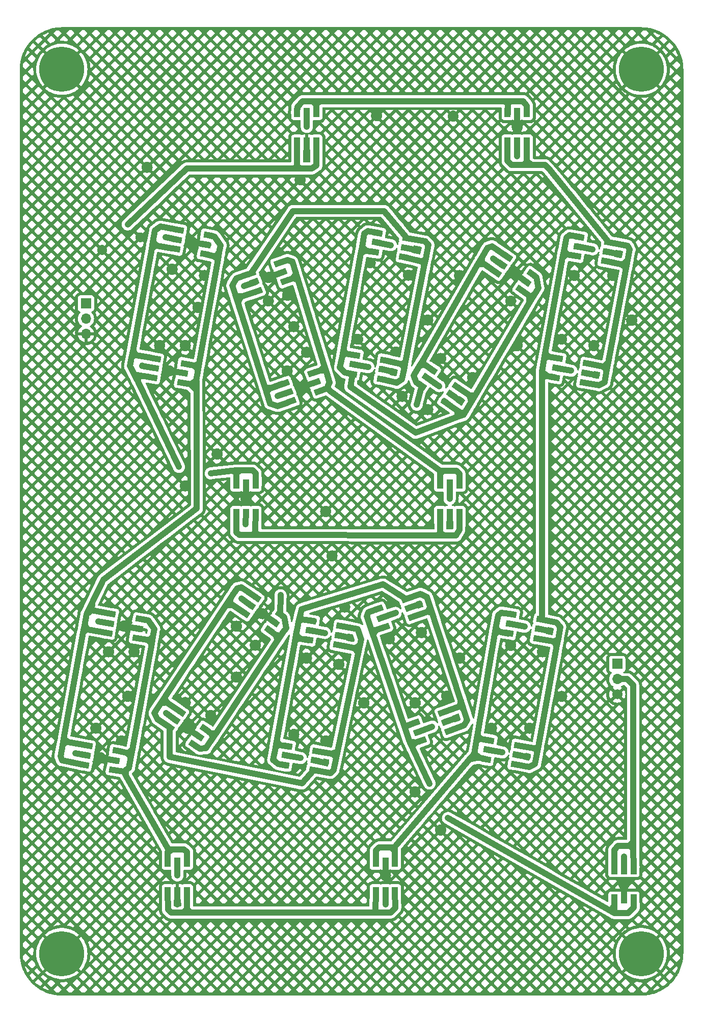
<source format=gtl>
G04 #@! TF.GenerationSoftware,KiCad,Pcbnew,7.0.2*
G04 #@! TF.CreationDate,2023-12-05T14:33:53-06:00*
G04 #@! TF.ProjectId,SixteenSegClock-Main,53697874-6565-46e5-9365-67436c6f636b,A*
G04 #@! TF.SameCoordinates,PX9fcafb8PYcb70528*
G04 #@! TF.FileFunction,Copper,L1,Top*
G04 #@! TF.FilePolarity,Positive*
%FSLAX46Y46*%
G04 Gerber Fmt 4.6, Leading zero omitted, Abs format (unit mm)*
G04 Created by KiCad (PCBNEW 7.0.2) date 2023-12-05 14:33:53*
%MOMM*%
%LPD*%
G01*
G04 APERTURE LIST*
G04 Aperture macros list*
%AMRotRect*
0 Rectangle, with rotation*
0 The origin of the aperture is its center*
0 $1 length*
0 $2 width*
0 $3 Rotation angle, in degrees counterclockwise*
0 Add horizontal line*
21,1,$1,$2,0,0,$3*%
G04 Aperture macros list end*
G04 #@! TA.AperFunction,SMDPad,CuDef*
%ADD10RotRect,1.500000X1.000000X350.000000*%
G04 #@! TD*
G04 #@! TA.AperFunction,SMDPad,CuDef*
%ADD11RotRect,1.500000X1.000000X20.000000*%
G04 #@! TD*
G04 #@! TA.AperFunction,SMDPad,CuDef*
%ADD12R,1.000000X1.500000*%
G04 #@! TD*
G04 #@! TA.AperFunction,ComponentPad*
%ADD13C,7.500000*%
G04 #@! TD*
G04 #@! TA.AperFunction,SMDPad,CuDef*
%ADD14RotRect,1.500000X1.000000X325.000000*%
G04 #@! TD*
G04 #@! TA.AperFunction,ComponentPad*
%ADD15R,1.700000X1.700000*%
G04 #@! TD*
G04 #@! TA.AperFunction,ComponentPad*
%ADD16O,1.700000X1.700000*%
G04 #@! TD*
G04 #@! TA.AperFunction,ComponentPad*
%ADD17C,1.700000*%
G04 #@! TD*
G04 #@! TA.AperFunction,ViaPad*
%ADD18C,1.000000*%
G04 #@! TD*
G04 #@! TA.AperFunction,ViaPad*
%ADD19C,0.800000*%
G04 #@! TD*
G04 #@! TA.AperFunction,Conductor*
%ADD20C,1.000000*%
G04 #@! TD*
G04 APERTURE END LIST*
D10*
X33300477Y128495409D03*
X33022640Y126919717D03*
X32744803Y125344025D03*
X27919245Y126194901D03*
X28197082Y127770593D03*
X28474919Y129346285D03*
D11*
X66205015Y68010490D03*
X66752247Y66506981D03*
X67299479Y65003473D03*
X62694985Y63327574D03*
X62147753Y64831083D03*
X61600521Y66334591D03*
D12*
X51303886Y143979000D03*
X49703886Y143979000D03*
X48103886Y143979000D03*
X48103886Y148879000D03*
X49703886Y148879000D03*
X51303886Y148879000D03*
D11*
X72305015Y49081548D03*
X72852247Y47578039D03*
X73399479Y46074531D03*
X68794985Y44398632D03*
X68247753Y45902141D03*
X67700521Y47405649D03*
D13*
X105294000Y156095000D03*
D14*
X74624645Y103296223D03*
X73706923Y101985580D03*
X72789200Y100674936D03*
X68775355Y103485461D03*
X69693077Y104796104D03*
X70610800Y106106748D03*
D11*
X45033987Y123862178D03*
X45581219Y122358669D03*
X46128451Y120855161D03*
X41523957Y119179262D03*
X40976725Y120682771D03*
X40429493Y122186279D03*
D14*
X45299645Y65412116D03*
X44381923Y64101473D03*
X43464200Y62790829D03*
X39450355Y65601354D03*
X40368077Y66911997D03*
X41285800Y68222641D03*
D10*
X99905172Y127312993D03*
X99627335Y125737301D03*
X99349498Y124161609D03*
X94523940Y125012485D03*
X94801777Y126588177D03*
X95079614Y128163869D03*
D12*
X61162935Y24187000D03*
X62762935Y24187000D03*
X64362935Y24187000D03*
X64362935Y19287000D03*
X62762935Y19287000D03*
X61162935Y19287000D03*
D10*
X88638839Y64555629D03*
X88361002Y62979937D03*
X88083165Y61404245D03*
X83257607Y62255121D03*
X83535444Y63830813D03*
X83813281Y65406505D03*
D13*
X8994000Y8995000D03*
X8994000Y156095000D03*
D10*
X29500477Y107114344D03*
X29222640Y105538652D03*
X28944803Y103962960D03*
X24119245Y104813836D03*
X24397082Y106389528D03*
X24674919Y107965220D03*
X51390616Y42674468D03*
X51112779Y41098776D03*
X50834942Y39523084D03*
X46009384Y40373960D03*
X46287221Y41949652D03*
X46565058Y43525344D03*
D14*
X32749645Y46405381D03*
X31831923Y45094738D03*
X30914200Y43784094D03*
X26900355Y46594619D03*
X27818077Y47905262D03*
X28735800Y49215906D03*
D10*
X62657045Y107716268D03*
X62379208Y106140576D03*
X62101371Y104564884D03*
X57275813Y105415760D03*
X57553650Y106991452D03*
X57831487Y108567144D03*
X18150477Y42705592D03*
X17872640Y41129900D03*
X17594803Y39554208D03*
X12769245Y40405084D03*
X13047082Y41980776D03*
X13324919Y43556468D03*
X96355172Y107134398D03*
X96077335Y105558706D03*
X95799498Y103983014D03*
X90973940Y104833890D03*
X91251777Y106409582D03*
X91529614Y107985274D03*
D12*
X75069121Y82206000D03*
X73469121Y82206000D03*
X71869121Y82206000D03*
X71869121Y87106000D03*
X73469121Y87106000D03*
X75069121Y87106000D03*
X83073190Y148900000D03*
X84673190Y148900000D03*
X86273190Y148900000D03*
X86273190Y144000000D03*
X84673190Y144000000D03*
X83073190Y144000000D03*
D13*
X105294000Y8995000D03*
D12*
X37978621Y87106000D03*
X39578621Y87106000D03*
X41178621Y87106000D03*
X41178621Y82206000D03*
X39578621Y82206000D03*
X37978621Y82206000D03*
D10*
X84938839Y43623216D03*
X84661002Y42047524D03*
X84383165Y40471832D03*
X79557607Y41322708D03*
X79835444Y42898400D03*
X80113281Y44474092D03*
D11*
X50650737Y105546312D03*
X51197969Y104042803D03*
X51745201Y102539295D03*
X47140707Y100863396D03*
X46593475Y102366905D03*
X46046243Y103870413D03*
D12*
X104004997Y18061000D03*
X102404997Y18061000D03*
X100804997Y18061000D03*
X100804997Y22961000D03*
X102404997Y22961000D03*
X104004997Y22961000D03*
X29798165Y19287000D03*
X28198165Y19287000D03*
X26598165Y19287000D03*
X26598165Y24187000D03*
X28198165Y24187000D03*
X29798165Y24187000D03*
D14*
X87096567Y122056545D03*
X86178845Y120745902D03*
X85261122Y119435258D03*
X81247277Y122245783D03*
X82164999Y123556426D03*
X83082722Y124867070D03*
D10*
X55390616Y63476233D03*
X55112779Y61900541D03*
X54834942Y60324849D03*
X50009384Y61175725D03*
X50287221Y62751417D03*
X50565058Y64327109D03*
X22000477Y64627746D03*
X21722640Y63052054D03*
X21444803Y61476362D03*
X16619245Y62327238D03*
X16897082Y63902930D03*
X17174919Y65478622D03*
X66357045Y128004383D03*
X66079208Y126428691D03*
X65801371Y124852999D03*
X60975813Y125703875D03*
X61253650Y127279567D03*
X61531487Y128855259D03*
D15*
X101294000Y57175000D03*
D16*
X101294000Y54635000D03*
D17*
X101294000Y52095000D03*
D16*
X12994000Y112065000D03*
X12994000Y114605000D03*
D15*
X12994000Y117145000D03*
D18*
X65544000Y101695000D03*
X55994000Y66645000D03*
X52844000Y82545000D03*
X92064000Y51775000D03*
X75094000Y58145000D03*
X59174000Y50705000D03*
X37994000Y54995000D03*
X19944000Y51795000D03*
X103704000Y114355000D03*
X84644000Y110145000D03*
X69794000Y114395000D03*
X47544000Y113295000D03*
X31624000Y116475000D03*
X88874000Y59185000D03*
X86744000Y46495000D03*
X72974000Y51815000D03*
X68744000Y62395000D03*
X52844000Y44345000D03*
X55014000Y57105000D03*
X29494000Y50745000D03*
X37994000Y63445000D03*
X14644000Y46495000D03*
X16744000Y59195000D03*
X75094000Y121795000D03*
X77254000Y104845000D03*
X46444000Y105895000D03*
X43294000Y117545000D03*
X25244000Y110145000D03*
X27314000Y122845000D03*
X64494000Y109045000D03*
X66594000Y121855000D03*
X97394000Y110145000D03*
X100544000Y121795000D03*
D19*
X15694000Y126045000D03*
D18*
X29494000Y110145000D03*
X49674000Y109015000D03*
X58144000Y111195000D03*
X92044000Y111195000D03*
X80394000Y46495000D03*
X83584000Y60265000D03*
X63414000Y61345000D03*
X67704000Y50695000D03*
X47544000Y45445000D03*
X41144000Y60295000D03*
X18894000Y44345000D03*
X20994000Y59195000D03*
X49644000Y58145000D03*
X33744000Y48595000D03*
X23144000Y139795000D03*
X61294000Y148375000D03*
X74024000Y148305000D03*
X94144000Y121795000D03*
X71944000Y107995000D03*
X83594000Y117545000D03*
X60244000Y123895000D03*
X46514000Y118515000D03*
X32694000Y121795000D03*
X84675000Y141626810D03*
X49700000Y146500000D03*
X44850000Y101750000D03*
X39542353Y80386736D03*
X11248748Y42340437D03*
X52704000Y62325000D03*
X82234000Y42455000D03*
X15028345Y64262497D03*
X64464000Y65665000D03*
X38828597Y68035180D03*
X102410000Y25153192D03*
X80628598Y124635188D03*
X22348752Y106790432D03*
X71724000Y103385000D03*
X93664000Y105955000D03*
X26223750Y128140433D03*
X59934000Y106565000D03*
X39275000Y120075000D03*
X73454000Y84615000D03*
X62775000Y17153620D03*
X97214000Y126145000D03*
X63674000Y126845000D03*
X85944000Y63395000D03*
X70544000Y46755000D03*
X48694000Y41525000D03*
X28200000Y22000000D03*
X26303597Y48985187D03*
X68475007Y67099996D03*
X29494000Y86795000D03*
X90126254Y62634560D03*
X84194000Y122135000D03*
X74625000Y48200000D03*
X53894000Y75145000D03*
X48594000Y137695000D03*
X26824000Y105935000D03*
X52901253Y40734562D03*
D19*
X22044000Y128145000D03*
D18*
X19304000Y63475000D03*
X56901254Y61559560D03*
X39574000Y84665000D03*
X34794000Y92095000D03*
X43324000Y121465000D03*
X64170792Y105771309D03*
X69794000Y99495000D03*
X86450000Y41700000D03*
X29824000Y46495000D03*
X68125000Y126000000D03*
X62775000Y22001810D03*
X102404997Y20511000D03*
X73464000Y80235000D03*
X30634000Y127345000D03*
X28200000Y17153620D03*
X75250000Y100875000D03*
X48914000Y103235000D03*
X101426256Y125384559D03*
X42354000Y65535000D03*
X71944000Y29545000D03*
X15434000Y41565000D03*
X67694000Y35895000D03*
X49700000Y141653620D03*
X84675000Y146475000D03*
X97901256Y105209559D03*
D19*
X19944000Y130295000D03*
D18*
X73165000Y31540000D03*
X70104000Y37275000D03*
X45344000Y68615000D03*
X67974000Y100305000D03*
X28444000Y89945000D03*
X33744000Y88895000D03*
D20*
X33744000Y88895000D02*
X37893290Y89350000D01*
X21661254Y104112254D02*
X28444000Y89945000D01*
X86296376Y149999786D02*
X86275000Y148650000D01*
X85694000Y150795000D02*
X86296376Y149999786D01*
X82619000Y150795000D02*
X85694000Y150795000D01*
X83110309Y149995000D02*
X83110309Y150352630D01*
X83110309Y150352630D02*
X82619000Y150795000D01*
X50730380Y150795000D02*
X51305380Y150220000D01*
X50044000Y150795000D02*
X50730380Y150795000D01*
X50044000Y150795000D02*
X51844000Y150795000D01*
X49044000Y150795000D02*
X50044000Y150795000D01*
X48117904Y149814672D02*
X49044000Y150795000D01*
X48082095Y148835328D02*
X48117904Y149814672D01*
X51305380Y150490077D02*
X51305380Y150220000D01*
X52013310Y150795000D02*
X51474690Y150490077D01*
X51844000Y150795000D02*
X82619000Y150795000D01*
X29799000Y139600000D02*
X47675000Y139600000D01*
X19944000Y130295000D02*
X29799000Y139600000D01*
X61162935Y19287000D02*
X61104000Y15825000D01*
X63611766Y15825000D02*
X64392728Y16605962D01*
X61104000Y15825000D02*
X63611766Y15825000D01*
X61104000Y15825000D02*
X30419000Y15812768D01*
X56934000Y103285000D02*
X57275813Y105415760D01*
X67774000Y95615000D02*
X56934000Y103285000D01*
X74744000Y98257455D02*
X67774000Y95615000D01*
X45299645Y65412116D02*
X45344000Y68615000D01*
X68775355Y103485461D02*
X67974000Y100305000D01*
X70104000Y37275000D02*
X67322785Y43123785D01*
X64265817Y26666919D02*
X77047985Y41666015D01*
X64362935Y24187000D02*
X64335323Y26036919D01*
X61741426Y26666919D02*
X63647622Y26666919D01*
X61194000Y26175000D02*
X61741426Y26666919D01*
X61162935Y24187000D02*
X61194000Y26175000D01*
X29816698Y25887155D02*
X29798165Y24187000D01*
X27243000Y26355000D02*
X29302649Y26355000D01*
X29302649Y26355000D02*
X29816698Y25887155D01*
X26598165Y24187000D02*
X26606748Y25675000D01*
X26609141Y26369859D02*
X19655985Y38572985D01*
X47294000Y124070000D02*
X52654257Y106695000D01*
X46474000Y124365000D02*
X47294000Y124070000D01*
X45033987Y123862178D02*
X46474000Y124365000D01*
X35366220Y126848896D02*
X35138802Y125593586D01*
X34369294Y128272642D02*
X35366220Y126848896D01*
X33300477Y128495409D02*
X34369294Y128272642D01*
X32744803Y125344025D02*
X34098000Y125071113D01*
X29500477Y107114344D02*
X30923000Y106807099D01*
X30380935Y103658030D02*
X28944803Y103962960D01*
X31424000Y83045000D02*
X31354000Y102118586D01*
X14015553Y67348447D02*
X15890309Y71159691D01*
X15890309Y71159691D02*
X31424000Y83045000D01*
X64657519Y103937062D02*
X62101371Y104564884D01*
X65555318Y104565712D02*
X64657519Y103937062D01*
X65928387Y106475617D02*
X65555318Y104565712D01*
X62657045Y107716268D02*
X65275955Y107086628D01*
X69374000Y127414812D02*
X69913195Y126875617D01*
X69374000Y127455000D02*
X69374000Y127414812D01*
X69374000Y127455000D02*
X66357045Y128004383D01*
X62574000Y132525000D02*
X66357045Y128004383D01*
X47394000Y132525000D02*
X62574000Y132525000D01*
X40429493Y122186279D02*
X47394000Y132525000D01*
X65801371Y124852999D02*
X68600955Y124182076D01*
X53627731Y39045000D02*
X54127731Y39545000D01*
X53554000Y39045000D02*
X53627731Y39045000D01*
X58700000Y61300000D02*
X54127731Y39545000D01*
X53554000Y39045000D02*
X50834942Y39523084D01*
X26894000Y41695000D02*
X48904000Y37305000D01*
X48904000Y37305000D02*
X50834942Y39523084D01*
X26900355Y46594619D02*
X26894000Y41695000D01*
X26606748Y25675000D02*
X26609141Y26369859D01*
X24341220Y62970310D02*
X24109001Y61690000D01*
X22000477Y64627746D02*
X23344294Y64394056D01*
X23344294Y64394056D02*
X24341220Y62970310D01*
X21444803Y61476362D02*
X23198000Y61170486D01*
X18150477Y42705592D02*
X19673000Y42425554D01*
X19255935Y39254444D02*
X17594803Y39554208D01*
X8784000Y41795000D02*
X9122723Y43645000D01*
X9004000Y41155000D02*
X8784000Y41795000D01*
X12769245Y40405084D02*
X9004000Y41155000D01*
X69675000Y104800000D02*
X71724000Y103385000D01*
X73165000Y31540000D02*
X100830387Y15745000D01*
X104026858Y16638816D02*
X104004997Y18061000D01*
X103133042Y15745000D02*
X104026858Y16638816D01*
X100830387Y15745000D02*
X103133042Y15745000D01*
X100821491Y17048816D02*
X100804997Y18061000D01*
X68050000Y45825000D02*
X70544000Y46755000D01*
X61900000Y64750000D02*
X64464000Y65665000D01*
X83300000Y63875000D02*
X85944000Y63395000D01*
X79623747Y42940438D02*
X82234000Y42455000D01*
X46025000Y42000000D02*
X48694000Y41525000D01*
X50025000Y62800000D02*
X52704000Y62325000D01*
X31925000Y45000000D02*
X29824000Y46495000D01*
X44450000Y64050000D02*
X42354000Y65535000D01*
X18100000Y41075000D02*
X15434000Y41565000D01*
X21879595Y62997066D02*
X19304000Y63475000D01*
X94625000Y126625000D02*
X97214000Y126145000D01*
X91125000Y106425000D02*
X93664000Y105955000D01*
X86350000Y120625000D02*
X84194000Y122135000D01*
X61150000Y127300000D02*
X63674000Y126845000D01*
X57375000Y107025000D02*
X59934000Y106565000D01*
X51425000Y104125000D02*
X48914000Y103235000D01*
X45850000Y122450000D02*
X43324000Y121465000D01*
X33300000Y126875000D02*
X30634000Y127345000D01*
X29425000Y105525000D02*
X26824000Y105935000D01*
X39575000Y87175000D02*
X39574000Y84665000D01*
X73469121Y82206000D02*
X73464000Y80235000D01*
X73475000Y87350000D02*
X73454000Y84615000D01*
X17054595Y63872066D02*
X15050000Y64250000D01*
X39575000Y82450000D02*
X39550902Y80410230D01*
X40500000Y66825000D02*
X38842943Y68014703D01*
X41225000Y120750000D02*
X39300000Y120075000D01*
X62775000Y19576810D02*
X62775000Y17153620D01*
X82300000Y123425000D02*
X80642937Y124614704D01*
X24375000Y106400000D02*
X22370401Y106777933D01*
X28250000Y127750000D02*
X26245400Y128127933D01*
X13275000Y41950000D02*
X11270401Y42327938D01*
X28200000Y24425000D02*
X28200000Y22000000D01*
X49700000Y148925000D02*
X49700000Y146500000D01*
X102409994Y22730002D02*
X102410000Y25153192D01*
X49700000Y146500000D02*
X49700000Y146501810D01*
X27975000Y47775000D02*
X26317939Y48964709D01*
X46800000Y102425000D02*
X44875000Y101750000D01*
X84675000Y144050000D02*
X84675000Y141626810D01*
X62125000Y106200000D02*
X64170792Y105771309D01*
X84675000Y148898190D02*
X84675000Y146475000D01*
X102404996Y20450000D02*
X102435000Y20480000D01*
X99400000Y125775000D02*
X101404600Y125397067D01*
X72674994Y47525003D02*
X74599997Y48199992D01*
X84423747Y42090438D02*
X86428342Y41712496D01*
X49700000Y144076810D02*
X49700000Y141653620D01*
X62775000Y24425000D02*
X62775000Y22001810D01*
X84673190Y148900000D02*
X84675000Y148898190D01*
X66525000Y66425000D02*
X68450008Y67099994D01*
X73575000Y102075000D02*
X75250000Y100875000D01*
X102405000Y18060999D02*
X102404996Y20450000D01*
X88100000Y63025000D02*
X90104601Y62647057D01*
X50875000Y41125000D02*
X52879595Y40747058D01*
X66079208Y126428691D02*
X68125000Y126000000D01*
X28200000Y19576810D02*
X28200000Y17153620D01*
X54875000Y61950000D02*
X56879601Y61572057D01*
X95875000Y105600000D02*
X97879600Y105222067D01*
X83110309Y150361309D02*
X83544000Y150795000D01*
X83110309Y149995000D02*
X83118933Y150642584D01*
X83092915Y148688803D02*
X83110309Y149995000D01*
X83110309Y149995000D02*
X83110309Y150361309D01*
X51282096Y148835332D02*
X51305380Y150220000D01*
X51305380Y150220000D02*
X51305380Y150548470D01*
X48103886Y140545000D02*
X48103886Y140028886D01*
X48103886Y140028886D02*
X47675000Y139600000D01*
X48103886Y140040114D02*
X48544000Y139600000D01*
X47675000Y139600000D02*
X48544000Y139600000D01*
X51300000Y140125000D02*
X51300000Y143912500D01*
X48103886Y140545000D02*
X48103886Y140040114D01*
X48103886Y143979000D02*
X48103886Y140545000D01*
X50500000Y139600000D02*
X51300000Y140125000D01*
X48544000Y139600000D02*
X50500000Y139600000D01*
X103962869Y26370000D02*
X103934256Y28170000D01*
X103344000Y26892995D02*
X103439874Y26892995D01*
X100819000Y26220000D02*
X101409867Y26892993D01*
X104010002Y23405005D02*
X103962869Y26370000D01*
X103344000Y26892995D02*
X103344000Y27029744D01*
X103934256Y27620000D02*
X103934256Y53645000D01*
X101409867Y26892993D02*
X103344000Y26892995D01*
X103439874Y26892995D02*
X103962869Y26370000D01*
X100809997Y23404997D02*
X100819000Y26220000D01*
X103344000Y27029744D02*
X103934256Y27620000D01*
X101294000Y54635000D02*
X102944256Y54635000D01*
X102944256Y54635000D02*
X103934256Y53645000D01*
X60803886Y62785081D02*
X60567826Y62549021D01*
X69000000Y44475000D02*
X67821296Y44064950D01*
X62650644Y63304073D02*
X61219000Y62785081D01*
X61219000Y62785081D02*
X60703795Y62020000D01*
X100821491Y17048816D02*
X100821491Y16876307D01*
X100114519Y16169335D02*
X100830387Y15745000D01*
X100830387Y15745000D02*
X100821491Y17048816D01*
X61219000Y62785081D02*
X60803886Y62785081D01*
X59924375Y65728229D02*
X61775625Y66421771D01*
X67322785Y43566439D02*
X67821296Y44064950D01*
X66749465Y44256997D02*
X59660560Y65085167D01*
X67900000Y47475000D02*
X65900967Y46750000D01*
X67322785Y43123785D02*
X66749465Y44256997D01*
X59660560Y65085167D02*
X59924375Y65728229D01*
X67850000Y44075000D02*
X66749465Y44256997D01*
X67322785Y43123785D02*
X67322785Y43566439D01*
X100821491Y16876307D02*
X100114519Y16169335D01*
X85745000Y140150000D02*
X87019000Y140150000D01*
X102368341Y123715623D02*
X103022718Y124370000D01*
X103025000Y126725000D02*
X103350000Y126100000D01*
X98844000Y106671983D02*
X99149181Y106671983D01*
X89971667Y139472667D02*
X99905172Y127312993D01*
X86273190Y140678190D02*
X85745000Y140150000D01*
X83073190Y140826810D02*
X83750000Y140150000D01*
X99797198Y107320000D02*
X99555994Y106045000D01*
X98844000Y106671983D02*
X98929011Y106671983D01*
X98929011Y106671983D02*
X99555994Y106045000D01*
X99175298Y104032654D02*
X98250564Y103544560D01*
X87019000Y140150000D02*
X89294334Y140150000D01*
X103022718Y124370000D02*
X102762595Y122995000D01*
X86273190Y141620000D02*
X86273190Y140895810D01*
X102762595Y122995000D02*
X99797198Y107320000D01*
X86273190Y144000000D02*
X86273190Y141620000D01*
X86273190Y141620000D02*
X86273190Y140678190D01*
X98844000Y106671983D02*
X99435352Y106562112D01*
X99149181Y106671983D02*
X99797198Y107320000D01*
X83750000Y140150000D02*
X85745000Y140150000D01*
X99905172Y127312993D02*
X103025000Y126725000D01*
X99555994Y106045000D02*
X99175298Y104032654D01*
X83073190Y144000000D02*
X83073190Y140826810D01*
X99349498Y124161609D02*
X101794000Y123715623D01*
X101794000Y123715623D02*
X102742716Y123542535D01*
X89294334Y140150000D02*
X89971667Y139472667D01*
X96355172Y107134398D02*
X98844000Y106671983D01*
X102041972Y123715623D02*
X102762595Y122995000D01*
X101794000Y123715623D02*
X102368341Y123715623D01*
X98250564Y103544560D02*
X95799498Y103983014D01*
X103350000Y126100000D02*
X103022718Y124370000D01*
X101794000Y123715623D02*
X102041972Y123715623D01*
X86273190Y140895810D02*
X87019000Y140150000D01*
X46800000Y43450000D02*
X45319000Y43677686D01*
X48694000Y61386253D02*
X47842640Y61537500D01*
X69744000Y65857067D02*
X69806067Y65857067D01*
X48171687Y61386253D02*
X47730434Y60945000D01*
X67299479Y65003473D02*
X69219000Y65673744D01*
X69744000Y65857067D02*
X70469000Y65670000D01*
X48325000Y64187500D02*
X48875000Y64612500D01*
X48694000Y61386253D02*
X48590884Y61386253D01*
X48844000Y66270000D02*
X48657085Y65520000D01*
X66205015Y68010490D02*
X68575000Y68850000D01*
X47932137Y62045000D02*
X48147593Y63220000D01*
X46205365Y40299308D02*
X44979552Y40533548D01*
X69806067Y65857067D02*
X70194000Y66620000D01*
X44672798Y44270000D02*
X47730434Y60945000D01*
X48657085Y65520000D02*
X48325000Y64187500D01*
X45319000Y43677686D02*
X44634917Y43782856D01*
X48875000Y64612500D02*
X50825000Y64287500D01*
X69219000Y65673744D02*
X69744000Y65857067D01*
X69625000Y68350000D02*
X75787631Y49620000D01*
X68575000Y68850000D02*
X69625000Y68350000D01*
X47730434Y60945000D02*
X47932137Y62045000D01*
X66205015Y68010490D02*
X62400000Y70400000D01*
X75119000Y50095000D02*
X75312631Y50095000D01*
X44979552Y40533548D02*
X44117459Y41241428D01*
X45265112Y43677686D02*
X44672798Y44270000D01*
X44117459Y41241428D02*
X44480263Y43220000D01*
X62400000Y70400000D02*
X48844000Y66270000D01*
X48590884Y61386253D02*
X47932137Y62045000D01*
X75119000Y50095000D02*
X75326997Y51020000D01*
X75787631Y49620000D02*
X76378390Y47824515D01*
X48590884Y61386253D02*
X48171687Y61386253D01*
X75821594Y46939447D02*
X73399479Y46074531D01*
X48619000Y65145000D02*
X48875000Y64612500D01*
X45265112Y43677686D02*
X44937949Y43677686D01*
X72305015Y49081548D02*
X75119000Y50095000D01*
X69744000Y65857067D02*
X70332649Y66062615D01*
X50023940Y61149985D02*
X48694000Y61386253D01*
X48147593Y63220000D02*
X48325000Y64187500D01*
X44480263Y43220000D02*
X44672798Y44270000D01*
X75312631Y50095000D02*
X75787631Y49620000D01*
X44937949Y43677686D02*
X44480263Y43220000D01*
X76378390Y47824515D02*
X75821594Y46939447D01*
X45319000Y43677686D02*
X45265112Y43677686D01*
X88775000Y64691790D02*
X88638839Y64555629D01*
X89329258Y108845000D02*
X92218865Y124720000D01*
X91200000Y64050000D02*
X91825000Y63325000D01*
X93044000Y125275401D02*
X92774266Y125275401D01*
X89637093Y105092120D02*
X89247120Y105092120D01*
X93044000Y125275401D02*
X92342640Y125400000D01*
X94523940Y125012485D02*
X93044000Y125275401D01*
X87809620Y43151125D02*
X88178495Y43520000D01*
X89247120Y105092120D02*
X88775000Y104620000D01*
X90594000Y60926869D02*
X91021914Y60926869D01*
X91267116Y60295000D02*
X88178495Y43520000D01*
X92432741Y125895000D02*
X92825000Y128050000D01*
X90594000Y60926869D02*
X90635247Y60926869D01*
X89637093Y105092120D02*
X88775000Y105800000D01*
X88775000Y105800000D02*
X88775000Y104620000D01*
X91825000Y63325000D02*
X91465045Y61370000D01*
X91457541Y108008572D02*
X89944000Y108241261D01*
X89944000Y108241261D02*
X89292458Y108341428D01*
X87369000Y43151125D02*
X87809620Y43151125D01*
X91465045Y61370000D02*
X91267116Y60295000D01*
X89944000Y108241261D02*
X89932997Y108241261D01*
X90862906Y104857880D02*
X89637093Y105092120D01*
X84938839Y43623216D02*
X87369000Y43151125D01*
X87626346Y40521155D02*
X86701612Y40033061D01*
X92218865Y124720000D02*
X92432741Y125895000D01*
X88017390Y42645000D02*
X87626346Y40521155D01*
X93375000Y128475000D02*
X95325000Y128150000D01*
X87511265Y43151125D02*
X88017390Y42645000D01*
X93044000Y125283741D02*
X92432741Y125895000D01*
X87369000Y43151125D02*
X87511265Y43151125D01*
X90594000Y60926869D02*
X91280982Y60796256D01*
X88178495Y43520000D02*
X88017390Y42645000D01*
X86701612Y40033061D02*
X84383165Y40471832D01*
X88775000Y105800000D02*
X89142685Y107820000D01*
X88638839Y64555629D02*
X91200000Y64050000D01*
X89932997Y108241261D02*
X89329258Y108845000D01*
X91021914Y60926869D02*
X91465045Y61370000D01*
X89932997Y108241261D02*
X89563946Y108241261D01*
X89563946Y108241261D02*
X89142685Y107820000D01*
X87369000Y43151125D02*
X87886400Y43050613D01*
X89142685Y107820000D02*
X89329258Y108845000D01*
X93044000Y125275401D02*
X93044000Y125283741D01*
X88083165Y61404245D02*
X90594000Y60926869D01*
X92774266Y125275401D02*
X92218865Y124720000D01*
X88775000Y104620000D02*
X88775000Y64691790D01*
X90635247Y60926869D02*
X91267116Y60295000D01*
X92825000Y128050000D02*
X93375000Y128475000D01*
X58150000Y62950000D02*
X58700000Y61300000D01*
X36994000Y67095000D02*
X36979337Y68009663D01*
X24882336Y48001897D02*
X24400176Y49007791D01*
X26900355Y46594619D02*
X24882336Y48001897D01*
X39450355Y65601354D02*
X37417219Y66993219D01*
X38141969Y69765914D02*
X38820050Y69918654D01*
X26435571Y50761571D02*
X26094000Y51570000D01*
X51390616Y42674468D02*
X53794000Y42223157D01*
X26435571Y50761571D02*
X25943207Y51092420D01*
X58488299Y60295000D02*
X57644000Y59785856D01*
X55390616Y63476233D02*
X58150000Y62950000D01*
X24400176Y49007791D02*
X26513642Y52200358D01*
X36222541Y66866459D02*
X37507103Y68806897D01*
X54834942Y60324849D02*
X57044000Y59900982D01*
X36979337Y68009663D02*
X37507103Y68806897D01*
X57044000Y59900982D02*
X58167152Y59685475D01*
X53794000Y42223157D02*
X54385352Y42112112D01*
X38820050Y69918654D02*
X41285800Y68222641D01*
X37417219Y66993219D02*
X36349301Y66993219D01*
X54119000Y42145000D02*
X54559726Y41645000D01*
X26513642Y52200358D02*
X36222541Y66866459D01*
X37417219Y66993219D02*
X36652860Y67516492D01*
X37507103Y68806897D02*
X38141969Y69765914D01*
X36349301Y66993219D02*
X36222541Y66866459D01*
X53794000Y42223157D02*
X54749308Y42545000D01*
X28735800Y49215906D02*
X26435571Y50761571D01*
X26435571Y50761571D02*
X25487984Y50651016D01*
X57644000Y59785856D02*
X58224990Y59045000D01*
X79655365Y41299308D02*
X78429552Y41533548D01*
X83173940Y62249985D02*
X81594000Y62530666D01*
X81475000Y65287500D02*
X82025000Y65712500D01*
X77047985Y41666015D02*
X77567459Y42241428D01*
X78326783Y44685373D02*
X77911410Y44270000D01*
X81594000Y62530666D02*
X81594000Y62633493D01*
X81594000Y62530666D02*
X80992640Y62637500D01*
X78719000Y44685373D02*
X78084917Y44782856D01*
X82025000Y65712500D02*
X83975000Y65387500D01*
X64335323Y26036919D02*
X64334098Y26598638D01*
X78080964Y45270000D02*
X80925223Y62045000D01*
X77047985Y41666015D02*
X77794000Y41594486D01*
X63705323Y26666919D02*
X64335323Y26036919D01*
X78719000Y44685373D02*
X78326783Y44685373D01*
X77794000Y41594486D02*
X78429552Y41533548D01*
X63647622Y26666919D02*
X64265817Y26666919D01*
X77911410Y44270000D02*
X78080964Y45270000D01*
X78719000Y44685373D02*
X78665591Y44685373D01*
X78429552Y41533548D02*
X77567459Y42241428D01*
X77567459Y42241428D02*
X77911410Y44270000D01*
X77944000Y41570000D02*
X76704006Y41284994D01*
X81594000Y62530666D02*
X81410889Y62530666D01*
X63647622Y26666919D02*
X63705323Y26666919D01*
X80250000Y44450000D02*
X78719000Y44685373D01*
X81594000Y62633493D02*
X81107493Y63120000D01*
X81107493Y63120000D02*
X81475000Y65287500D01*
X80925223Y62045000D02*
X81107493Y63120000D01*
X81410889Y62530666D02*
X80925223Y62045000D01*
X78665591Y44685373D02*
X78080964Y45270000D01*
X80475000Y126675000D02*
X83300000Y124725000D01*
X78819859Y124769141D02*
X78819859Y123976427D01*
X45695747Y62343253D02*
X44357170Y60331830D01*
X78170539Y123643461D02*
X78819859Y124769141D01*
X69034332Y107804668D02*
X78170539Y123643461D01*
X34586200Y45652800D02*
X34587555Y45651445D01*
X43335466Y62864200D02*
X44307744Y62158744D01*
X67900000Y104050000D02*
X67500957Y105146364D01*
X44357170Y60331830D02*
X34587555Y45651445D01*
X78170539Y123643461D02*
X79094000Y123695000D01*
X44307744Y62158744D02*
X44626479Y61927479D01*
X68302704Y106536296D02*
X69034332Y107804668D01*
X69725428Y106626428D02*
X68944868Y107147788D01*
X46254423Y63182751D02*
X45695747Y62343253D01*
X69034332Y107804668D02*
X69034332Y107237252D01*
X78960143Y123836143D02*
X78476360Y124173640D01*
X69034332Y107237252D02*
X68944868Y107147788D01*
X31868416Y43083286D02*
X30775000Y43875000D01*
X78819859Y123976427D02*
X78960143Y123836143D01*
X33688511Y44300489D02*
X32912785Y43134839D01*
X44307744Y62158744D02*
X45059186Y61613519D01*
X68930985Y103309828D02*
X67919015Y104040173D01*
X45952604Y64894422D02*
X46254423Y63182751D01*
X44719000Y61845000D02*
X44756745Y60932255D01*
X68519000Y106870000D02*
X69219000Y106945000D01*
X44626479Y61927479D02*
X45369000Y61895000D01*
X33944000Y45420000D02*
X34044000Y44845000D01*
X33751800Y45652800D02*
X34586200Y45652800D01*
X81256646Y122234051D02*
X78960143Y123836143D01*
X67500957Y105146364D02*
X68302704Y106536296D01*
X70766428Y105931114D02*
X69725428Y106626428D01*
X32912785Y43134839D02*
X31868416Y43083286D01*
X32631955Y46459361D02*
X33751800Y45652800D01*
X79775000Y126425000D02*
X80475000Y126675000D01*
X34587555Y45651445D02*
X33688511Y44300489D01*
X45170910Y65485485D02*
X45952604Y64894422D01*
X78819859Y124769141D02*
X79775000Y126425000D01*
X29819428Y16645000D02*
X29819428Y16419612D01*
X29819428Y16645000D02*
X29826104Y15815481D01*
X29819428Y16412340D02*
X30419000Y15812768D01*
X27132601Y15830340D02*
X26618550Y16298184D01*
X29219000Y15819184D02*
X27132601Y15830340D01*
X29819428Y16645000D02*
X29819428Y16412340D01*
X29819428Y16419612D02*
X29219000Y15819184D01*
X30419000Y15812768D02*
X29219000Y15819184D01*
X64362935Y19287000D02*
X64392728Y16605962D01*
X26618550Y16298184D02*
X26598165Y19287000D01*
X29798165Y19287000D02*
X29819428Y16645000D01*
X87105933Y122044812D02*
X87887630Y121453750D01*
X55999604Y108799671D02*
X55569933Y108370000D01*
X59694000Y125906674D02*
X58788090Y126050000D01*
X74744000Y98257455D02*
X75750000Y98600000D01*
X75238118Y98964118D02*
X74726821Y99327821D01*
X86719776Y117244224D02*
X86719000Y118295000D01*
X76107090Y99206910D02*
X75750000Y98600000D01*
X58887292Y126595000D02*
X59275000Y128725000D01*
X56050000Y105650000D02*
X55225000Y106475000D01*
X56319000Y108799671D02*
X55666404Y108900000D01*
X75750000Y98600000D02*
X75238118Y98964118D01*
X85270491Y119423526D02*
X86994212Y118172848D01*
X59694000Y125906674D02*
X59221438Y125906674D01*
X55742854Y109320000D02*
X58659764Y125345000D01*
X73665213Y100082978D02*
X72571797Y100874692D01*
X76771100Y101847100D02*
X77407653Y101417347D01*
X76771100Y101847100D02*
X77587586Y101847100D01*
X75238118Y98964118D02*
X75864298Y98964118D01*
X74624645Y103296223D02*
X76771100Y101847100D01*
X59275000Y128725000D02*
X59825000Y129150000D01*
X74726821Y99327821D02*
X73665213Y100082978D01*
X59694000Y125906674D02*
X59575618Y125906674D01*
X56319000Y108799671D02*
X56263183Y108799671D01*
X77764743Y102024257D02*
X76107090Y99206910D01*
X87887630Y121453750D02*
X88189449Y119742078D01*
X86719000Y118295000D02*
X87506930Y118582070D01*
X58659764Y125345000D02*
X58887292Y126595000D01*
X59575618Y125906674D02*
X58887292Y126595000D01*
X88189449Y119742078D02*
X86719776Y117244224D01*
X86719776Y117244224D02*
X77764743Y102024257D01*
X77587586Y101847100D02*
X77764743Y102024257D01*
X74726821Y99327821D02*
X74726821Y98274634D01*
X59825000Y129150000D02*
X61775000Y128825000D01*
X57831487Y108567144D02*
X56319000Y108799671D01*
X56263183Y108799671D02*
X55742854Y109320000D01*
X56319000Y108799671D02*
X55999604Y108799671D01*
X76771100Y101847100D02*
X77070196Y100843804D01*
X55225000Y106475000D02*
X55569933Y108370000D01*
X74726821Y98274634D02*
X74744000Y98257455D01*
X59221438Y125906674D02*
X58659764Y125345000D01*
X57275813Y105415760D02*
X56050000Y105650000D01*
X55569933Y108370000D02*
X55742854Y109320000D01*
X75864298Y98964118D02*
X76107090Y99206910D01*
X60975813Y125703875D02*
X59694000Y125906674D01*
X19655985Y38572985D02*
X19255935Y39254444D01*
X26606748Y25718748D02*
X27243000Y26355000D01*
X19655985Y38572985D02*
X19655985Y39512973D01*
X23198000Y61170486D02*
X23921152Y61042975D01*
X23589487Y61170486D02*
X24109001Y61690000D01*
X23269932Y61170486D02*
X23900418Y60540000D01*
X23198000Y61170486D02*
X23269932Y61170486D01*
X23198000Y61170486D02*
X23589487Y61170486D01*
X26606748Y25675000D02*
X26606748Y25718748D01*
X19673000Y42425554D02*
X20173274Y42425554D01*
X24109001Y61690000D02*
X23900418Y60540000D01*
X26624000Y26355000D02*
X27243000Y26355000D01*
X20712720Y42965000D02*
X20495068Y41765000D01*
X19673000Y42425554D02*
X19834514Y42425554D01*
X19673000Y42425554D02*
X20405622Y42296372D01*
X19834514Y42425554D02*
X20495068Y41765000D01*
X23900418Y60540000D02*
X20712720Y42965000D01*
X19655985Y39512973D02*
X19728006Y39584994D01*
X20173274Y42425554D02*
X20712720Y42965000D01*
X19728006Y39584994D02*
X19255935Y39254444D01*
X20153734Y39883094D02*
X19728006Y39584994D01*
X20495068Y41765000D02*
X20153734Y39883094D01*
X43806554Y103075000D02*
X43663643Y103075000D01*
X44850000Y100100000D02*
X43625000Y100500000D01*
X43806554Y103075000D02*
X43049599Y103075000D01*
X39044000Y118327407D02*
X38015191Y117975000D01*
X38669000Y118095000D02*
X38269000Y117295000D01*
X43049599Y103075000D02*
X42679599Y103445000D01*
X69473694Y124625617D02*
X69273477Y123600617D01*
X38083752Y118327407D02*
X37816159Y118595000D01*
X69913195Y126875617D02*
X69473694Y124625617D01*
X43625000Y100500000D02*
X43008643Y102420000D01*
X39044000Y118327407D02*
X38083752Y118327407D01*
X41518446Y119175000D02*
X39044000Y118327407D01*
X43008643Y102420000D02*
X42679599Y103445000D01*
X65275955Y107086628D02*
X65807206Y106978990D01*
X65275955Y107086628D02*
X65317376Y107086628D01*
X69030153Y124182076D02*
X69473694Y124625617D01*
X65275955Y107086628D02*
X65694498Y107086628D01*
X37975000Y121275000D02*
X39826250Y121968541D01*
X66133487Y107525617D02*
X65928387Y106475617D01*
X46575000Y100675000D02*
X44850000Y100100000D01*
X37816159Y118595000D02*
X37325000Y120125000D01*
X46275000Y103975000D02*
X43454805Y102950000D01*
X37325000Y120125000D02*
X37975000Y121275000D01*
X65694498Y107086628D02*
X66133487Y107525617D01*
X43663643Y103075000D02*
X43008643Y102420000D01*
X43806554Y103075000D02*
X45657804Y103768541D01*
X65317376Y107086628D02*
X65928387Y106475617D01*
X69273477Y123600617D02*
X66133487Y107525617D01*
X68692018Y124182076D02*
X69273477Y123600617D01*
X68600955Y124182076D02*
X69122736Y124075593D01*
X68600955Y124182076D02*
X69030153Y124182076D01*
X42679599Y103445000D02*
X37816159Y118595000D01*
X68600955Y124182076D02*
X68692018Y124182076D01*
X30380935Y103658030D02*
X31354000Y102684965D01*
X30951628Y106807099D02*
X31615141Y106143586D01*
X31354000Y104211414D02*
X31278734Y104286680D01*
X34098000Y125071113D02*
X34273406Y125071113D01*
X30923000Y106807099D02*
X30951628Y106807099D01*
X31823481Y107293586D02*
X31615141Y106143586D01*
X31336994Y106807099D02*
X31823481Y107293586D01*
X31354000Y102118586D02*
X31354000Y104211414D01*
X13973069Y66065557D02*
X14015553Y67348447D01*
X13369000Y62923526D02*
X13353589Y62923526D01*
X16619245Y62327238D02*
X13369000Y62923526D01*
X34925933Y124418586D02*
X31823481Y107293586D01*
X34098000Y125071113D02*
X34946152Y124921561D01*
X10019000Y44149463D02*
X9307846Y44277025D01*
X9331306Y44795000D02*
X12528066Y62420000D01*
X34098000Y125071113D02*
X34616329Y125071113D01*
X13369000Y62923526D02*
X12823376Y63023626D01*
X13075262Y65436905D02*
X14015553Y67348447D01*
X31278734Y104286680D02*
X30380935Y103658030D01*
X30923000Y106807099D02*
X31530622Y106699958D01*
X13369000Y62923526D02*
X13031592Y62923526D01*
X34273406Y125071113D02*
X34925933Y124418586D01*
X13075262Y65436905D02*
X13973069Y66065557D01*
X13031592Y62923526D02*
X12528066Y62420000D01*
X13324919Y43556468D02*
X10019000Y44149463D01*
X12528066Y62420000D02*
X12732115Y63545000D01*
X35138802Y125593586D02*
X34925933Y124418586D01*
X31354000Y102684965D02*
X31354000Y102118586D01*
X34616329Y125071113D02*
X35138802Y125593586D01*
X9122723Y43645000D02*
X9331306Y44795000D01*
X10019000Y44149463D02*
X9976843Y44149463D01*
X10019000Y44149463D02*
X9627186Y44149463D01*
X13973069Y66065557D02*
X17174919Y65478622D01*
X9976843Y44149463D02*
X9331306Y44795000D01*
X31615141Y106143586D02*
X31278734Y104286680D01*
X13353589Y62923526D02*
X12732115Y63545000D01*
X30923000Y106807099D02*
X31336994Y106807099D01*
X9627186Y44149463D02*
X9122723Y43645000D01*
X12732115Y63545000D02*
X13075262Y65436905D01*
X71857170Y88783170D02*
X72369000Y89295000D01*
X51959054Y105999797D02*
X52693275Y105999797D01*
X53267810Y103496190D02*
X53267810Y102929556D01*
X74551677Y89306253D02*
X71873022Y89306253D01*
X47419000Y121323304D02*
X47869000Y122095000D01*
X52948072Y105745000D02*
X53493736Y103980692D01*
X71857170Y88545000D02*
X71858166Y89321109D01*
X53493736Y103980692D02*
X53267810Y103496190D01*
X47419000Y121323304D02*
X48169000Y121120000D01*
X51944000Y105999797D02*
X51959054Y105999797D01*
X75065728Y88838408D02*
X75084272Y86861592D01*
X53267810Y103496190D02*
X53030542Y102987366D01*
X74551677Y89306253D02*
X75065728Y88838408D01*
X53267810Y102929556D02*
X53685683Y102511683D01*
X71855322Y87105663D02*
X71857170Y88545000D01*
X53030542Y102987366D02*
X51745201Y102539295D01*
X71857170Y88545000D02*
X71857170Y88783170D01*
X52693275Y105999797D02*
X52948072Y105745000D01*
X51959054Y105999797D02*
X52654257Y106695000D01*
X53685683Y102511683D02*
X53030542Y102987366D01*
X52654257Y106695000D02*
X52948072Y105745000D01*
X51944000Y105999797D02*
X52505237Y106196596D01*
X46128451Y120855161D02*
X47419000Y121323304D01*
X71873022Y89306253D02*
X53685683Y102511683D01*
X50650737Y105546312D02*
X51944000Y105999797D01*
X71873022Y89306253D02*
X71858166Y89321109D01*
X22078130Y105079130D02*
X21694000Y104695000D01*
X20991966Y108530356D02*
X20581610Y108120000D01*
X20581610Y108120000D02*
X20325000Y106725000D01*
X24127246Y127395000D02*
X24475262Y129286905D01*
X37975000Y87150000D02*
X37985617Y88470000D01*
X25373069Y129915557D02*
X27650000Y129500000D01*
X37985617Y88853383D02*
X37594000Y89245000D01*
X37985617Y88861617D02*
X38469000Y89345000D01*
X22519000Y105079130D02*
X22078130Y105079130D01*
X24869000Y126759785D02*
X24762461Y126759785D01*
X24471291Y126759785D02*
X23906506Y126195000D01*
X21444000Y108528652D02*
X20752174Y108650640D01*
X23906506Y126195000D02*
X24127246Y127395000D01*
X24869000Y126759785D02*
X24471291Y126759785D01*
X24475262Y129286905D02*
X25373069Y129915557D01*
X37985617Y88470000D02*
X37985617Y88861617D01*
X41185406Y88882745D02*
X41203950Y86905929D01*
X40671355Y89350590D02*
X37992700Y89350590D01*
X24762461Y126759785D02*
X24127246Y127395000D01*
X21444000Y108528652D02*
X21444000Y108530356D01*
X21444000Y108530356D02*
X20779356Y109195000D01*
X21444000Y108530356D02*
X20991966Y108530356D01*
X21661254Y105055417D02*
X21661254Y104112254D01*
X24869000Y126759785D02*
X24223376Y126873626D01*
X20779356Y109195000D02*
X20581610Y108120000D01*
X23875000Y108100000D02*
X21444000Y108528652D01*
X40671355Y89350590D02*
X41185406Y88882745D01*
X37985617Y88470000D02*
X37992700Y89350590D01*
X37985617Y88470000D02*
X37985617Y88853383D01*
X21043714Y105319714D02*
X21661254Y105055417D01*
X22519000Y105079130D02*
X21043714Y105319714D01*
X20325000Y106725000D02*
X21661254Y104112254D01*
X27255591Y126338965D02*
X24869000Y126759785D01*
X23906506Y126195000D02*
X20779356Y109195000D01*
X23319328Y104948615D02*
X22519000Y105079130D01*
X41171521Y79097521D02*
X40694000Y78620000D01*
X41171521Y79545000D02*
X41169000Y78600240D01*
X71901698Y79062302D02*
X72419000Y78545000D01*
X71901698Y79420000D02*
X71901698Y79062302D01*
X37984275Y79073184D02*
X37978621Y82206000D01*
X38498326Y78605340D02*
X37984275Y79073184D01*
X71901698Y79420000D02*
X71911129Y78613413D01*
X71901698Y79002698D02*
X71469000Y78570000D01*
X74500000Y78536592D02*
X38498326Y78605340D01*
X75069121Y82206000D02*
X75051225Y79517052D01*
X75051225Y79517052D02*
X74503798Y78545133D01*
X41178621Y82206000D02*
X41171521Y79545000D01*
X71901698Y79420000D02*
X71901698Y79002698D01*
X71869121Y82206000D02*
X71901698Y79420000D01*
X41171521Y79097521D02*
X41171521Y79092479D01*
X41171521Y79545000D02*
X41171521Y79097521D01*
X41171521Y79092479D02*
X41644000Y78620000D01*
G04 #@! TA.AperFunction,Conductor*
G36*
X52717604Y41407298D02*
G01*
X53342668Y41289923D01*
X53404921Y41258205D01*
X53440144Y41197864D01*
X53441130Y41142550D01*
X53250585Y40235932D01*
X53217533Y40174374D01*
X53156447Y40140458D01*
X53107763Y40139309D01*
X52361977Y40270439D01*
X52299359Y40301436D01*
X52263439Y40361366D01*
X52261334Y40414099D01*
X52300375Y40635515D01*
X52300376Y40635515D01*
X50945281Y40874454D01*
X50882678Y40905481D01*
X50846787Y40965428D01*
X50844697Y41018102D01*
X50888456Y41266274D01*
X50919482Y41328877D01*
X50979429Y41364768D01*
X51032104Y41366858D01*
X52387200Y41127919D01*
X52423700Y41334921D01*
X52454727Y41397524D01*
X52514674Y41433415D01*
X52568701Y41435259D01*
X52717604Y41407298D01*
G37*
G04 #@! TD.AperFunction*
G04 #@! TA.AperFunction,Conductor*
G36*
X86801070Y42242250D02*
G01*
X86863123Y42210144D01*
X86897969Y42149583D01*
X86899371Y42098073D01*
X86741129Y41238627D01*
X86709631Y41176261D01*
X86677060Y41151419D01*
X86582288Y41101397D01*
X86513812Y41087512D01*
X86501349Y41089222D01*
X85905530Y41201982D01*
X85843320Y41233789D01*
X85808182Y41294180D01*
X85806472Y41345352D01*
X85848598Y41584263D01*
X85848599Y41584263D01*
X84493504Y41823202D01*
X84430901Y41854229D01*
X84395010Y41914176D01*
X84392920Y41966850D01*
X84436679Y42215022D01*
X84467705Y42277625D01*
X84527652Y42313516D01*
X84580327Y42315606D01*
X85935423Y42076667D01*
X85970414Y42275109D01*
X86001441Y42337711D01*
X86061388Y42373602D01*
X86116173Y42375300D01*
X86801070Y42242250D01*
G37*
G04 #@! TD.AperFunction*
G04 #@! TA.AperFunction,Conductor*
G36*
X53766580Y61902260D02*
G01*
X53812313Y61849437D01*
X53822227Y61780274D01*
X53821613Y61776441D01*
X53787218Y61581379D01*
X53786415Y61574773D01*
X53782603Y61518343D01*
X53811378Y61362400D01*
X53804184Y61292902D01*
X53796328Y61277051D01*
X53715241Y61139141D01*
X53715239Y61139137D01*
X53715240Y61139137D01*
X53698577Y61081546D01*
X53698001Y61078284D01*
X53698000Y61078276D01*
X53508880Y60005717D01*
X53508878Y60005707D01*
X53508304Y60002447D01*
X53508080Y59999145D01*
X53508080Y59999137D01*
X53504262Y59942628D01*
X53527541Y59816469D01*
X53530378Y59801096D01*
X53563196Y59736180D01*
X53595311Y59672653D01*
X53693798Y59567707D01*
X53817860Y59494763D01*
X53817861Y59494763D01*
X53817864Y59494761D01*
X53875455Y59478098D01*
X54507129Y59366718D01*
X54653750Y59340865D01*
X56755548Y58937577D01*
X56961936Y58897977D01*
X57040693Y58882866D01*
X57102821Y58850901D01*
X57137806Y58790421D01*
X57138675Y58735583D01*
X53912037Y43383140D01*
X53878985Y43321583D01*
X53830278Y43291134D01*
X53752690Y43264994D01*
X53690215Y43260634D01*
X52436700Y43496021D01*
X52422927Y43501182D01*
X52422652Y43500228D01*
X52407694Y43504556D01*
X52350103Y43521219D01*
X52346836Y43521796D01*
X52346832Y43521796D01*
X51569852Y43658798D01*
X51528481Y43666567D01*
X51528468Y43666569D01*
X51525394Y43667146D01*
X51522277Y43667410D01*
X51519204Y43667827D01*
X51514368Y43668582D01*
X50781869Y43797740D01*
X50781861Y43797741D01*
X50778600Y43798316D01*
X50775295Y43798540D01*
X50775289Y43798540D01*
X50718780Y43802358D01*
X50577251Y43776243D01*
X50448805Y43711309D01*
X50343859Y43612822D01*
X50270915Y43488760D01*
X50265726Y43470824D01*
X50254251Y43431165D01*
X50253675Y43427903D01*
X50253674Y43427895D01*
X50064554Y42355336D01*
X50064552Y42355326D01*
X50063978Y42352066D01*
X50063754Y42348764D01*
X50063754Y42348756D01*
X50059936Y42292250D01*
X50071172Y42231357D01*
X50084364Y42159861D01*
X50088967Y42134920D01*
X50081773Y42065422D01*
X50073918Y42049571D01*
X49993544Y41912873D01*
X49977819Y41858522D01*
X49976323Y41852075D01*
X49936563Y41626587D01*
X49905536Y41563985D01*
X49845589Y41528094D01*
X49775755Y41530311D01*
X49718205Y41569932D01*
X49692419Y41626090D01*
X49686619Y41658223D01*
X49685250Y41668061D01*
X49680024Y41721132D01*
X49670360Y41752987D01*
X49666998Y41766935D01*
X49660519Y41802835D01*
X49643865Y41844380D01*
X49640817Y41851985D01*
X49637254Y41862126D01*
X49626838Y41896462D01*
X49622814Y41909727D01*
X49605439Y41942232D01*
X49599709Y41954531D01*
X49584807Y41991707D01*
X49557576Y42032915D01*
X49551682Y42042804D01*
X49529910Y42083538D01*
X49504273Y42114777D01*
X49496675Y42125077D01*
X49476298Y42155912D01*
X49472624Y42161472D01*
X49467330Y42166753D01*
X49440184Y42193834D01*
X49431906Y42202956D01*
X49404882Y42235884D01*
X49370880Y42263789D01*
X49361972Y42271853D01*
X49328566Y42305177D01*
X49328565Y42305178D01*
X49293266Y42328381D01*
X49282715Y42336145D01*
X49267348Y42348756D01*
X49252538Y42360910D01*
X49217049Y42379880D01*
X49210597Y42383329D01*
X49200942Y42389067D01*
X49158530Y42416945D01*
X49122591Y42431250D01*
X49109998Y42437100D01*
X49078728Y42453814D01*
X49035527Y42466919D01*
X49029802Y42468656D01*
X49019948Y42472105D01*
X48969470Y42492197D01*
X48934913Y42498347D01*
X48920644Y42501768D01*
X48890132Y42511025D01*
X48835708Y42516385D01*
X48826136Y42517706D01*
X47814628Y42697723D01*
X47752075Y42728850D01*
X47716280Y42788854D01*
X47714239Y42841332D01*
X47763833Y43122594D01*
X48269514Y43122594D01*
X48899042Y43010558D01*
X48975609Y43003015D01*
X48992448Y42999665D01*
X49213305Y43220521D01*
X49241592Y43262855D01*
X49249095Y43300576D01*
X49241592Y43338296D01*
X49213305Y43380630D01*
X48664892Y43929043D01*
X48622560Y43957328D01*
X48584838Y43964832D01*
X48547116Y43957328D01*
X48504787Y43929045D01*
X48388443Y43812701D01*
X48388295Y43810875D01*
X48387036Y43797548D01*
X48386679Y43794241D01*
X48385077Y43781067D01*
X48384633Y43777779D01*
X48382663Y43764545D01*
X48382130Y43761270D01*
X48269514Y43122594D01*
X47763833Y43122594D01*
X47891696Y43847746D01*
X47895737Y43907564D01*
X47892546Y43924856D01*
X47869622Y44049095D01*
X47869622Y44049097D01*
X47804689Y44177539D01*
X47804688Y44177541D01*
X47706201Y44282487D01*
X47582139Y44355431D01*
X47582136Y44355432D01*
X47562080Y44361235D01*
X48981241Y44361235D01*
X48988744Y44323515D01*
X49017031Y44281181D01*
X49565444Y43732769D01*
X49607778Y43704482D01*
X49645498Y43696979D01*
X49683220Y43704483D01*
X49725552Y43732768D01*
X50273965Y44281181D01*
X50302252Y44323515D01*
X50309755Y44361235D01*
X50309755Y44361236D01*
X51102563Y44361236D01*
X51110066Y44323512D01*
X51138351Y44281182D01*
X51187663Y44231870D01*
X51593580Y44160297D01*
X51598641Y44159609D01*
X51601742Y44159148D01*
X51614260Y44157123D01*
X51617411Y44156571D01*
X51657749Y44148973D01*
X51951799Y44097130D01*
X51942081Y44124903D01*
X51935903Y44151973D01*
X51915718Y44331116D01*
X51915718Y44358884D01*
X51935903Y44538027D01*
X51942081Y44565097D01*
X52001622Y44735257D01*
X52013670Y44760274D01*
X52037838Y44798738D01*
X51846873Y44989703D01*
X51804539Y45017990D01*
X51766819Y45025493D01*
X51729098Y45017990D01*
X51686764Y44989703D01*
X51138351Y44441289D01*
X51110066Y44398959D01*
X51102563Y44361236D01*
X50309755Y44361236D01*
X50302252Y44398956D01*
X50273965Y44441290D01*
X49725552Y44989704D01*
X49683220Y45017989D01*
X49645498Y45025493D01*
X49607778Y45017990D01*
X49565444Y44989703D01*
X49017031Y44441290D01*
X48988744Y44398956D01*
X48981241Y44361235D01*
X47562080Y44361235D01*
X47524545Y44372095D01*
X47521278Y44372672D01*
X47521274Y44372672D01*
X45956311Y44648616D01*
X45956303Y44648617D01*
X45953042Y44649192D01*
X45949737Y44649416D01*
X45949731Y44649416D01*
X45900554Y44652738D01*
X45834994Y44676897D01*
X45792902Y44732665D01*
X45786946Y44798821D01*
X45787127Y44799805D01*
X45817368Y44964726D01*
X48333486Y44964726D01*
X48504784Y44793428D01*
X48547116Y44765143D01*
X48584838Y44757639D01*
X48622560Y44765143D01*
X48664892Y44793428D01*
X49213306Y45341842D01*
X49241591Y45384174D01*
X49249095Y45421896D01*
X50041901Y45421896D01*
X50049405Y45384174D01*
X50077690Y45341842D01*
X50626104Y44793429D01*
X50668438Y44765142D01*
X50706159Y44757639D01*
X50743879Y44765142D01*
X50786213Y44793429D01*
X51334626Y45341842D01*
X51362911Y45384174D01*
X51370415Y45421896D01*
X52163222Y45421896D01*
X52170726Y45384174D01*
X52199011Y45341842D01*
X52389911Y45150942D01*
X52428726Y45175330D01*
X52453743Y45187378D01*
X52623903Y45246919D01*
X52650973Y45253097D01*
X52830116Y45273282D01*
X52857884Y45273282D01*
X53037027Y45253097D01*
X53064097Y45246919D01*
X53234257Y45187378D01*
X53259275Y45175330D01*
X53277796Y45163693D01*
X53455950Y45341846D01*
X53484232Y45384174D01*
X53491736Y45421896D01*
X53484233Y45459616D01*
X53455946Y45501950D01*
X52907533Y46050363D01*
X52865199Y46078650D01*
X52827479Y46086153D01*
X52789757Y46078649D01*
X52747425Y46050364D01*
X52199012Y45501950D01*
X52170725Y45459616D01*
X52163222Y45421896D01*
X51370415Y45421896D01*
X51362912Y45459616D01*
X51334625Y45501950D01*
X50786213Y46050363D01*
X50743879Y46078650D01*
X50706158Y46086153D01*
X50668438Y46078650D01*
X50626104Y46050363D01*
X50077691Y45501950D01*
X50049404Y45459616D01*
X50041901Y45421896D01*
X49249095Y45421896D01*
X49241592Y45459616D01*
X49213305Y45501950D01*
X48664892Y46050364D01*
X48622560Y46078649D01*
X48584838Y46086153D01*
X48547116Y46078649D01*
X48504784Y46050364D01*
X48351318Y45896898D01*
X48374330Y45860275D01*
X48386378Y45835257D01*
X48445919Y45665097D01*
X48452097Y45638027D01*
X48472282Y45458884D01*
X48472282Y45431116D01*
X48452097Y45251973D01*
X48445919Y45224903D01*
X48386378Y45054743D01*
X48374329Y45029724D01*
X48333486Y44964726D01*
X45817368Y44964726D01*
X45839535Y45085615D01*
X46345835Y45085615D01*
X46720007Y45019639D01*
X46713670Y45029725D01*
X46701622Y45054743D01*
X46642081Y45224903D01*
X46635903Y45251973D01*
X46615718Y45431116D01*
X46615718Y45458884D01*
X46635903Y45638027D01*
X46642081Y45665097D01*
X46701622Y45835257D01*
X46713670Y45860275D01*
X46721383Y45872552D01*
X46543572Y46050363D01*
X46525012Y46062765D01*
X46345835Y45085615D01*
X45839535Y45085615D01*
X46095687Y46482556D01*
X46859921Y46482556D01*
X46867425Y46444834D01*
X46895710Y46402502D01*
X47063724Y46234488D01*
X47128725Y46275330D01*
X47153743Y46287378D01*
X47323903Y46346919D01*
X47350973Y46353097D01*
X47530116Y46373282D01*
X47557884Y46373282D01*
X47737027Y46353097D01*
X47764097Y46346919D01*
X47934257Y46287378D01*
X47959275Y46275330D01*
X47999929Y46249786D01*
X48152646Y46402503D01*
X48180931Y46444834D01*
X48188435Y46482556D01*
X48981241Y46482556D01*
X48988745Y46444834D01*
X49017030Y46402502D01*
X49565444Y45854089D01*
X49607778Y45825802D01*
X49645498Y45818299D01*
X49683220Y45825803D01*
X49725552Y45854088D01*
X50273966Y46402502D01*
X50302251Y46444834D01*
X50309755Y46482556D01*
X51102563Y46482556D01*
X51110066Y46444834D01*
X51138352Y46402501D01*
X51686764Y45854089D01*
X51729098Y45825802D01*
X51766819Y45818299D01*
X51804539Y45825802D01*
X51846873Y45854089D01*
X52395285Y46402501D01*
X52423571Y46444834D01*
X52431074Y46482556D01*
X53223882Y46482556D01*
X53231386Y46444834D01*
X53259671Y46402502D01*
X53808085Y45854088D01*
X53850417Y45825803D01*
X53888139Y45818299D01*
X53916124Y45823866D01*
X54148709Y46930507D01*
X53968193Y47111023D01*
X53925859Y47139310D01*
X53888139Y47146813D01*
X53850417Y47139309D01*
X53808085Y47111024D01*
X53259672Y46562610D01*
X53231385Y46520276D01*
X53223882Y46482556D01*
X52431074Y46482556D01*
X52423571Y46520279D01*
X52395286Y46562609D01*
X51846873Y47111023D01*
X51804539Y47139310D01*
X51766819Y47146813D01*
X51729098Y47139310D01*
X51686764Y47111023D01*
X51138351Y46562609D01*
X51110066Y46520279D01*
X51102563Y46482556D01*
X50309755Y46482556D01*
X50302252Y46520276D01*
X50273965Y46562610D01*
X49725552Y47111024D01*
X49683220Y47139309D01*
X49645498Y47146813D01*
X49607778Y47139310D01*
X49565444Y47111023D01*
X49017031Y46562610D01*
X48988744Y46520276D01*
X48981241Y46482556D01*
X48188435Y46482556D01*
X48180932Y46520276D01*
X48152645Y46562610D01*
X47604232Y47111023D01*
X47561898Y47139310D01*
X47524178Y47146813D01*
X47486456Y47139309D01*
X47444124Y47111024D01*
X46895711Y46562610D01*
X46867424Y46520276D01*
X46859921Y46482556D01*
X46095687Y46482556D01*
X46290176Y47543216D01*
X47920581Y47543216D01*
X47928084Y47505496D01*
X47956371Y47463162D01*
X48504784Y46914748D01*
X48547116Y46886463D01*
X48584838Y46878959D01*
X48622560Y46886463D01*
X48664892Y46914748D01*
X49213305Y47463162D01*
X49241592Y47505496D01*
X49249095Y47543216D01*
X50041901Y47543216D01*
X50049404Y47505496D01*
X50077691Y47463162D01*
X50626104Y46914749D01*
X50668438Y46886462D01*
X50706159Y46878959D01*
X50743879Y46886462D01*
X50786213Y46914749D01*
X51334625Y47463162D01*
X51362912Y47505496D01*
X51370415Y47543216D01*
X52163222Y47543216D01*
X52170725Y47505496D01*
X52199012Y47463162D01*
X52747425Y46914748D01*
X52789757Y46886463D01*
X52827479Y46878959D01*
X52865199Y46886462D01*
X52907533Y46914749D01*
X53455946Y47463162D01*
X53484233Y47505496D01*
X53491736Y47543216D01*
X53484232Y47580938D01*
X53455947Y47623270D01*
X52907533Y48171683D01*
X52865199Y48199970D01*
X52827479Y48207473D01*
X52789757Y48199969D01*
X52747425Y48171684D01*
X52199011Y47623270D01*
X52170726Y47580938D01*
X52163222Y47543216D01*
X51370415Y47543216D01*
X51362911Y47580938D01*
X51334626Y47623270D01*
X50786213Y48171683D01*
X50743879Y48199970D01*
X50706158Y48207473D01*
X50668438Y48199970D01*
X50626104Y48171683D01*
X50077690Y47623270D01*
X50049405Y47580938D01*
X50041901Y47543216D01*
X49249095Y47543216D01*
X49241591Y47580938D01*
X49213306Y47623270D01*
X48664892Y48171684D01*
X48622560Y48199969D01*
X48584838Y48207473D01*
X48547116Y48199969D01*
X48504784Y48171684D01*
X47956370Y47623270D01*
X47928085Y47580938D01*
X47920581Y47543216D01*
X46290176Y47543216D01*
X46457501Y48455732D01*
X46963801Y48455732D01*
X47444124Y47975408D01*
X47486456Y47947123D01*
X47524178Y47939619D01*
X47561898Y47947122D01*
X47604232Y47975409D01*
X48152645Y48523822D01*
X48180932Y48566156D01*
X48188435Y48603876D01*
X48981241Y48603876D01*
X48988744Y48566156D01*
X49017031Y48523822D01*
X49565444Y47975409D01*
X49607778Y47947122D01*
X49645498Y47939619D01*
X49683220Y47947123D01*
X49725552Y47975408D01*
X50273965Y48523822D01*
X50302252Y48566156D01*
X50309755Y48603876D01*
X51102563Y48603876D01*
X51110066Y48566153D01*
X51138351Y48523823D01*
X51686764Y47975409D01*
X51729098Y47947122D01*
X51766819Y47939619D01*
X51804539Y47947122D01*
X51846873Y47975409D01*
X52395286Y48523823D01*
X52423571Y48566153D01*
X52431074Y48603876D01*
X53223882Y48603876D01*
X53231385Y48566156D01*
X53259672Y48523822D01*
X53808085Y47975408D01*
X53850417Y47947123D01*
X53888139Y47939619D01*
X53925859Y47947122D01*
X53968193Y47975409D01*
X54474789Y48482006D01*
X54517079Y48683223D01*
X54516604Y48683933D01*
X53968193Y49232343D01*
X53925859Y49260630D01*
X53888139Y49268133D01*
X53850417Y49260629D01*
X53808085Y49232344D01*
X53259671Y48683930D01*
X53231386Y48641598D01*
X53223882Y48603876D01*
X52431074Y48603876D01*
X52423571Y48641598D01*
X52395285Y48683931D01*
X51846873Y49232343D01*
X51804539Y49260630D01*
X51766819Y49268133D01*
X51729098Y49260630D01*
X51686764Y49232343D01*
X51138352Y48683931D01*
X51110066Y48641598D01*
X51102563Y48603876D01*
X50309755Y48603876D01*
X50302251Y48641598D01*
X50273966Y48683930D01*
X49725552Y49232344D01*
X49683220Y49260629D01*
X49645498Y49268133D01*
X49607778Y49260630D01*
X49565444Y49232343D01*
X49017030Y48683930D01*
X48988745Y48641598D01*
X48981241Y48603876D01*
X48188435Y48603876D01*
X48180931Y48641598D01*
X48152646Y48683930D01*
X47604232Y49232343D01*
X47561898Y49260630D01*
X47524178Y49268133D01*
X47486456Y49260629D01*
X47444124Y49232344D01*
X47030330Y48818551D01*
X46963801Y48455732D01*
X46457501Y48455732D01*
X46679155Y49664536D01*
X47920581Y49664536D01*
X47928084Y49626816D01*
X47956371Y49584482D01*
X48504783Y49036070D01*
X48547116Y49007784D01*
X48584838Y49000281D01*
X48622560Y49007784D01*
X48664893Y49036070D01*
X49213305Y49584482D01*
X49241592Y49626816D01*
X49249095Y49664536D01*
X50041901Y49664536D01*
X50049404Y49626816D01*
X50077691Y49584482D01*
X50626105Y49036069D01*
X50668435Y49007784D01*
X50706158Y49000281D01*
X50743882Y49007784D01*
X50786212Y49036069D01*
X51334625Y49584482D01*
X51362912Y49626816D01*
X51370415Y49664536D01*
X52163222Y49664536D01*
X52170725Y49626816D01*
X52199012Y49584482D01*
X52747424Y49036070D01*
X52789757Y49007784D01*
X52827479Y49000281D01*
X52865202Y49007784D01*
X52907532Y49036069D01*
X53455946Y49584482D01*
X53484233Y49626816D01*
X53491736Y49664536D01*
X54284542Y49664536D01*
X54292045Y49626816D01*
X54320332Y49584482D01*
X54639432Y49265383D01*
X54851859Y50276117D01*
X54320332Y49744591D01*
X54292045Y49702257D01*
X54284542Y49664536D01*
X53491736Y49664536D01*
X53484233Y49702257D01*
X53455946Y49744591D01*
X52907532Y50293004D01*
X52865202Y50321289D01*
X52827479Y50328792D01*
X52789757Y50321289D01*
X52747424Y50293003D01*
X52199012Y49744591D01*
X52170725Y49702257D01*
X52163222Y49664536D01*
X51370415Y49664536D01*
X51362912Y49702257D01*
X51334625Y49744591D01*
X50786212Y50293004D01*
X50743882Y50321289D01*
X50706159Y50328792D01*
X50668435Y50321289D01*
X50626105Y50293004D01*
X50077691Y49744591D01*
X50049404Y49702257D01*
X50041901Y49664536D01*
X49249095Y49664536D01*
X49241592Y49702257D01*
X49213305Y49744591D01*
X48664893Y50293003D01*
X48622560Y50321289D01*
X48584838Y50328792D01*
X48547116Y50321289D01*
X48504783Y50293003D01*
X47956371Y49744591D01*
X47928084Y49702257D01*
X47920581Y49664536D01*
X46679155Y49664536D01*
X46786206Y50248347D01*
X47292506Y50248347D01*
X47444124Y50096729D01*
X47486456Y50068444D01*
X47524178Y50060940D01*
X47561898Y50068443D01*
X47604232Y50096730D01*
X48152645Y50645142D01*
X48180932Y50687476D01*
X48188435Y50725196D01*
X48188435Y50725197D01*
X48981241Y50725197D01*
X48988744Y50687476D01*
X49017031Y50645142D01*
X49565444Y50096730D01*
X49607778Y50068443D01*
X49645498Y50060940D01*
X49683220Y50068444D01*
X49725552Y50096729D01*
X50273965Y50645142D01*
X50302252Y50687476D01*
X50309755Y50725196D01*
X51102563Y50725196D01*
X51110066Y50687473D01*
X51138351Y50645143D01*
X51686764Y50096730D01*
X51729098Y50068443D01*
X51766818Y50060940D01*
X51804539Y50068443D01*
X51846873Y50096730D01*
X52395286Y50645143D01*
X52423571Y50687473D01*
X52431074Y50725196D01*
X53223882Y50725196D01*
X53231385Y50687476D01*
X53259672Y50645142D01*
X53808085Y50096729D01*
X53850417Y50068444D01*
X53888139Y50060940D01*
X53925859Y50068443D01*
X53968193Y50096730D01*
X54516606Y50645142D01*
X54544893Y50687476D01*
X54552396Y50725196D01*
X54544893Y50762917D01*
X54516606Y50805251D01*
X53968193Y51353664D01*
X53925859Y51381951D01*
X53888139Y51389454D01*
X53850417Y51381950D01*
X53808085Y51353665D01*
X53259672Y50805251D01*
X53231385Y50762917D01*
X53223882Y50725196D01*
X52431074Y50725196D01*
X52431074Y50725197D01*
X52423571Y50762920D01*
X52395286Y50805250D01*
X51846873Y51353664D01*
X51804539Y51381951D01*
X51766818Y51389454D01*
X51729098Y51381951D01*
X51686764Y51353664D01*
X51138351Y50805250D01*
X51110066Y50762920D01*
X51102563Y50725196D01*
X50309755Y50725196D01*
X50302252Y50762917D01*
X50273965Y50805251D01*
X49725552Y51353665D01*
X49683220Y51381950D01*
X49645498Y51389454D01*
X49607778Y51381951D01*
X49565444Y51353664D01*
X49017031Y50805251D01*
X48988744Y50762917D01*
X48981241Y50725197D01*
X48188435Y50725197D01*
X48180932Y50762917D01*
X48152645Y50805251D01*
X47604232Y51353664D01*
X47561898Y51381951D01*
X47524178Y51389454D01*
X47500898Y51384823D01*
X47292506Y50248347D01*
X46786206Y50248347D01*
X47068134Y51785857D01*
X47920581Y51785857D01*
X47928085Y51748135D01*
X47956370Y51705803D01*
X48504784Y51157389D01*
X48547116Y51129104D01*
X48584838Y51121600D01*
X48622560Y51129104D01*
X48664892Y51157389D01*
X49213306Y51705803D01*
X49241591Y51748135D01*
X49249095Y51785857D01*
X50041901Y51785857D01*
X50049405Y51748135D01*
X50077690Y51705803D01*
X50626104Y51157390D01*
X50668438Y51129103D01*
X50706158Y51121600D01*
X50743879Y51129103D01*
X50786213Y51157390D01*
X51334626Y51705803D01*
X51362911Y51748135D01*
X51370415Y51785857D01*
X52163222Y51785857D01*
X52170726Y51748135D01*
X52199011Y51705803D01*
X52747425Y51157389D01*
X52789757Y51129104D01*
X52827479Y51121600D01*
X52865199Y51129103D01*
X52907533Y51157390D01*
X53455947Y51705803D01*
X53484232Y51748135D01*
X53491736Y51785857D01*
X54284542Y51785857D01*
X54292046Y51748135D01*
X54320331Y51705803D01*
X54868745Y51157390D01*
X54911079Y51129103D01*
X54948799Y51121600D01*
X54986521Y51129104D01*
X55028852Y51157388D01*
X55039265Y51167801D01*
X55253941Y52189236D01*
X55028852Y52414325D01*
X54986521Y52442610D01*
X54948799Y52450114D01*
X54911079Y52442611D01*
X54868745Y52414324D01*
X54320332Y51865911D01*
X54292045Y51823577D01*
X54284542Y51785857D01*
X53491736Y51785857D01*
X53484233Y51823577D01*
X53455946Y51865911D01*
X52907533Y52414324D01*
X52865199Y52442611D01*
X52827479Y52450114D01*
X52789757Y52442610D01*
X52747425Y52414325D01*
X52199012Y51865911D01*
X52170725Y51823577D01*
X52163222Y51785857D01*
X51370415Y51785857D01*
X51362912Y51823577D01*
X51334625Y51865911D01*
X50786213Y52414324D01*
X50743879Y52442611D01*
X50706158Y52450114D01*
X50668438Y52442611D01*
X50626104Y52414324D01*
X50077691Y51865911D01*
X50049404Y51823577D01*
X50041901Y51785857D01*
X49249095Y51785857D01*
X49241592Y51823577D01*
X49213305Y51865911D01*
X48664892Y52414325D01*
X48622560Y52442610D01*
X48584838Y52450114D01*
X48547116Y52442610D01*
X48504784Y52414325D01*
X47956371Y51865911D01*
X47928084Y51823577D01*
X47920581Y51785857D01*
X47068134Y51785857D01*
X47158488Y52278607D01*
X47664789Y52278607D01*
X48152646Y52766463D01*
X48180931Y52808795D01*
X48188435Y52846517D01*
X48981241Y52846517D01*
X48988745Y52808795D01*
X49017030Y52766463D01*
X49565444Y52218050D01*
X49607778Y52189763D01*
X49645498Y52182260D01*
X49683220Y52189764D01*
X49725552Y52218049D01*
X50273966Y52766463D01*
X50302251Y52808795D01*
X50309755Y52846517D01*
X51102563Y52846517D01*
X51110066Y52808795D01*
X51138352Y52766462D01*
X51686764Y52218050D01*
X51729098Y52189763D01*
X51766818Y52182260D01*
X51804539Y52189763D01*
X51846873Y52218050D01*
X52395285Y52766462D01*
X52423571Y52808795D01*
X52431074Y52846517D01*
X53223882Y52846517D01*
X53231386Y52808795D01*
X53259671Y52766463D01*
X53808085Y52218049D01*
X53850417Y52189764D01*
X53888139Y52182260D01*
X53925859Y52189763D01*
X53968193Y52218050D01*
X54516607Y52766463D01*
X54544892Y52808795D01*
X54552396Y52846517D01*
X54544892Y52884239D01*
X54516607Y52926571D01*
X53968193Y53474984D01*
X53925859Y53503271D01*
X53888139Y53510774D01*
X53850417Y53503270D01*
X53808085Y53474985D01*
X53259671Y52926571D01*
X53231386Y52884239D01*
X53223882Y52846517D01*
X52431074Y52846517D01*
X52423571Y52884239D01*
X52395285Y52926572D01*
X51846873Y53474984D01*
X51804539Y53503271D01*
X51766818Y53510774D01*
X51729098Y53503271D01*
X51686764Y53474984D01*
X51138352Y52926572D01*
X51110066Y52884239D01*
X51102563Y52846517D01*
X50309755Y52846517D01*
X50302251Y52884239D01*
X50273966Y52926571D01*
X49725552Y53474985D01*
X49683220Y53503270D01*
X49645498Y53510774D01*
X49607778Y53503271D01*
X49565444Y53474984D01*
X49017030Y52926571D01*
X48988745Y52884239D01*
X48981241Y52846517D01*
X48188435Y52846517D01*
X48180931Y52884239D01*
X48152646Y52926571D01*
X47840788Y53238428D01*
X47664789Y52278607D01*
X47158488Y52278607D01*
X47444078Y53836091D01*
X47950379Y53836091D01*
X47956371Y53827123D01*
X48504784Y53278709D01*
X48547116Y53250424D01*
X48584838Y53242920D01*
X48622560Y53250424D01*
X48664892Y53278709D01*
X49213305Y53827123D01*
X49241592Y53869457D01*
X49249095Y53907177D01*
X50041901Y53907177D01*
X50049404Y53869457D01*
X50077691Y53827123D01*
X50626104Y53278710D01*
X50668438Y53250423D01*
X50706158Y53242920D01*
X50743879Y53250423D01*
X50786213Y53278710D01*
X51334625Y53827123D01*
X51362912Y53869457D01*
X51370415Y53907177D01*
X52163222Y53907177D01*
X52170725Y53869457D01*
X52199012Y53827123D01*
X52747425Y53278709D01*
X52789757Y53250424D01*
X52827479Y53242920D01*
X52865199Y53250423D01*
X52907533Y53278710D01*
X53455946Y53827123D01*
X53484233Y53869457D01*
X53491736Y53907177D01*
X54284542Y53907177D01*
X54292045Y53869457D01*
X54320332Y53827123D01*
X54868745Y53278710D01*
X54911079Y53250423D01*
X54948799Y53242920D01*
X54986521Y53250424D01*
X55028853Y53278709D01*
X55577266Y53827123D01*
X55605553Y53869457D01*
X55613056Y53907177D01*
X55605552Y53944899D01*
X55577267Y53987231D01*
X55028853Y54535645D01*
X54986521Y54563930D01*
X54948799Y54571434D01*
X54911079Y54563931D01*
X54868745Y54535644D01*
X54320331Y53987231D01*
X54292046Y53944899D01*
X54284542Y53907177D01*
X53491736Y53907177D01*
X53484232Y53944899D01*
X53455947Y53987231D01*
X52907533Y54535644D01*
X52865199Y54563931D01*
X52827479Y54571434D01*
X52789757Y54563930D01*
X52747425Y54535645D01*
X52199011Y53987231D01*
X52170726Y53944899D01*
X52163222Y53907177D01*
X51370415Y53907177D01*
X51362911Y53944899D01*
X51334626Y53987231D01*
X50786213Y54535644D01*
X50743879Y54563931D01*
X50706158Y54571434D01*
X50668438Y54563931D01*
X50626104Y54535644D01*
X50077690Y53987231D01*
X50049405Y53944899D01*
X50041901Y53907177D01*
X49249095Y53907177D01*
X49241591Y53944899D01*
X49213306Y53987231D01*
X48664892Y54535645D01*
X48622560Y54563930D01*
X48584838Y54571434D01*
X48547116Y54563930D01*
X48504784Y54535645D01*
X47982971Y54013833D01*
X47950379Y53836091D01*
X47444078Y53836091D01*
X47651602Y54967837D01*
X48981241Y54967837D01*
X48988744Y54930117D01*
X49017031Y54887783D01*
X49565444Y54339370D01*
X49607778Y54311083D01*
X49645498Y54303580D01*
X49683220Y54311084D01*
X49725552Y54339369D01*
X50273965Y54887783D01*
X50302252Y54930117D01*
X50309755Y54967837D01*
X51102563Y54967837D01*
X51110066Y54930114D01*
X51138351Y54887784D01*
X51686764Y54339370D01*
X51729098Y54311083D01*
X51766818Y54303580D01*
X51804539Y54311083D01*
X51846873Y54339370D01*
X52395286Y54887784D01*
X52423571Y54930114D01*
X52431074Y54967837D01*
X53223882Y54967837D01*
X53231385Y54930117D01*
X53259672Y54887783D01*
X53808085Y54339369D01*
X53850417Y54311084D01*
X53888139Y54303580D01*
X53925859Y54311083D01*
X53968193Y54339370D01*
X54516606Y54887783D01*
X54544893Y54930117D01*
X54552396Y54967837D01*
X55345202Y54967837D01*
X55352705Y54930117D01*
X55380992Y54887783D01*
X55744664Y54524111D01*
X55976136Y55625465D01*
X55971739Y55624591D01*
X55929405Y55596304D01*
X55380992Y55047892D01*
X55352705Y55005558D01*
X55345202Y54967837D01*
X54552396Y54967837D01*
X54544893Y55005558D01*
X54516606Y55047892D01*
X53968193Y55596304D01*
X53925859Y55624591D01*
X53888139Y55632094D01*
X53850417Y55624590D01*
X53808085Y55596305D01*
X53259672Y55047892D01*
X53231385Y55005558D01*
X53223882Y54967837D01*
X52431074Y54967837D01*
X52431074Y54967838D01*
X52423571Y55005561D01*
X52395286Y55047891D01*
X51846873Y55596304D01*
X51804539Y55624591D01*
X51766818Y55632094D01*
X51729098Y55624591D01*
X51686764Y55596304D01*
X51138351Y55047891D01*
X51110066Y55005561D01*
X51102563Y54967837D01*
X50309755Y54967837D01*
X50302252Y55005558D01*
X50273965Y55047892D01*
X49725552Y55596305D01*
X49683220Y55624590D01*
X49645498Y55632094D01*
X49607778Y55624591D01*
X49565444Y55596304D01*
X49017031Y55047892D01*
X48988744Y55005558D01*
X48981241Y54967837D01*
X47651602Y54967837D01*
X47772322Y55626190D01*
X48278624Y55626190D01*
X48504783Y55400031D01*
X48547116Y55371745D01*
X48584838Y55364242D01*
X48622560Y55371745D01*
X48664893Y55400031D01*
X49213305Y55948443D01*
X49241592Y55990777D01*
X49249095Y56028498D01*
X50041901Y56028498D01*
X50049404Y55990777D01*
X50077691Y55948443D01*
X50626105Y55400030D01*
X50668435Y55371745D01*
X50706159Y55364242D01*
X50743882Y55371745D01*
X50786212Y55400030D01*
X51334625Y55948443D01*
X51362912Y55990777D01*
X51370415Y56028497D01*
X52163222Y56028497D01*
X52170725Y55990777D01*
X52199012Y55948443D01*
X52747424Y55400031D01*
X52789757Y55371745D01*
X52827479Y55364242D01*
X52865202Y55371745D01*
X52907532Y55400030D01*
X53455946Y55948443D01*
X53484233Y55990777D01*
X53491736Y56028497D01*
X54284542Y56028497D01*
X54292045Y55990777D01*
X54320332Y55948443D01*
X54868746Y55400030D01*
X54911076Y55371745D01*
X54948799Y55364242D01*
X54986521Y55371745D01*
X55028854Y55400031D01*
X55577266Y55948443D01*
X55605553Y55990777D01*
X55613056Y56028497D01*
X55605553Y56066218D01*
X55577266Y56108552D01*
X55417040Y56268778D01*
X55404257Y56262622D01*
X55234097Y56203081D01*
X55207027Y56196903D01*
X55027884Y56176718D01*
X55000116Y56176718D01*
X54820973Y56196903D01*
X54793903Y56203081D01*
X54623743Y56262622D01*
X54598725Y56274670D01*
X54529775Y56317995D01*
X54320332Y56108552D01*
X54292045Y56066218D01*
X54284542Y56028497D01*
X53491736Y56028497D01*
X53484233Y56066218D01*
X53455946Y56108552D01*
X52907532Y56656965D01*
X52865202Y56685250D01*
X52827479Y56692753D01*
X52789757Y56685250D01*
X52747424Y56656964D01*
X52199012Y56108552D01*
X52170725Y56066218D01*
X52163222Y56028497D01*
X51370415Y56028497D01*
X51370415Y56028498D01*
X51362912Y56066218D01*
X51334625Y56108552D01*
X50786212Y56656965D01*
X50743882Y56685250D01*
X50706158Y56692753D01*
X50668435Y56685250D01*
X50626105Y56656965D01*
X50077691Y56108552D01*
X50049404Y56066218D01*
X50041901Y56028498D01*
X49249095Y56028498D01*
X49241592Y56066218D01*
X49213305Y56108552D01*
X48664893Y56656964D01*
X48622560Y56685250D01*
X48584838Y56692753D01*
X48547116Y56685250D01*
X48504786Y56656966D01*
X48459291Y56611471D01*
X48278624Y55626190D01*
X47772322Y55626190D01*
X48040582Y57089158D01*
X48981241Y57089158D01*
X48988744Y57051437D01*
X49017031Y57009103D01*
X49565444Y56460691D01*
X49607778Y56432404D01*
X49645498Y56424901D01*
X49683220Y56432405D01*
X49725552Y56460690D01*
X50273965Y57009103D01*
X50302252Y57051437D01*
X50309755Y57089158D01*
X51102563Y57089158D01*
X51110066Y57051434D01*
X51138351Y57009104D01*
X51686764Y56460691D01*
X51729098Y56432404D01*
X51766819Y56424901D01*
X51804539Y56432404D01*
X51846873Y56460691D01*
X52395286Y57009104D01*
X52423571Y57051434D01*
X52431074Y57089157D01*
X53223882Y57089157D01*
X53231385Y57051437D01*
X53259672Y57009103D01*
X53808085Y56460690D01*
X53850417Y56432405D01*
X53888139Y56424901D01*
X53925859Y56432404D01*
X53968193Y56460691D01*
X54108819Y56601317D01*
X55788779Y56601317D01*
X55929405Y56460691D01*
X55971739Y56432404D01*
X56009459Y56424901D01*
X56047181Y56432405D01*
X56089509Y56460687D01*
X56168219Y56539398D01*
X56359173Y57447965D01*
X56089513Y57717626D01*
X56047181Y57745911D01*
X56009459Y57753415D01*
X55971739Y57745912D01*
X55929405Y57717625D01*
X55801005Y57589226D01*
X55844330Y57520275D01*
X55856378Y57495257D01*
X55915919Y57325097D01*
X55922097Y57298027D01*
X55942282Y57118884D01*
X55942282Y57091116D01*
X55922097Y56911973D01*
X55915919Y56884903D01*
X55856378Y56714743D01*
X55844330Y56689725D01*
X55788779Y56601317D01*
X54108819Y56601317D01*
X54188902Y56681400D01*
X54183670Y56689726D01*
X54171622Y56714743D01*
X54112081Y56884903D01*
X54105903Y56911973D01*
X54085718Y57091116D01*
X54085718Y57118884D01*
X54105903Y57298027D01*
X54112081Y57325097D01*
X54171622Y57495257D01*
X54177777Y57508041D01*
X53968193Y57717625D01*
X53925859Y57745912D01*
X53888139Y57753415D01*
X53850417Y57745911D01*
X53808085Y57717626D01*
X53259672Y57169212D01*
X53231385Y57126878D01*
X53223882Y57089157D01*
X52431074Y57089157D01*
X52423571Y57126881D01*
X52395286Y57169211D01*
X51846873Y57717625D01*
X51804539Y57745912D01*
X51766819Y57753415D01*
X51729098Y57745912D01*
X51686764Y57717625D01*
X51138351Y57169211D01*
X51110066Y57126881D01*
X51102563Y57089158D01*
X50309755Y57089158D01*
X50302252Y57126878D01*
X50273965Y57169212D01*
X50101791Y57341386D01*
X50059275Y57314670D01*
X50034257Y57302622D01*
X49864097Y57243081D01*
X49837027Y57236903D01*
X49657884Y57216718D01*
X49630116Y57216718D01*
X49450973Y57236903D01*
X49423903Y57243081D01*
X49253743Y57302622D01*
X49228725Y57314670D01*
X49188048Y57340230D01*
X49017031Y57169212D01*
X48988744Y57126878D01*
X48981241Y57089158D01*
X48040582Y57089158D01*
X48317794Y58600952D01*
X50448770Y58600952D01*
X50474330Y58560275D01*
X50486378Y58535257D01*
X50545919Y58365097D01*
X50552097Y58338027D01*
X50572282Y58158884D01*
X50572282Y58131116D01*
X50552097Y57951973D01*
X50545919Y57924903D01*
X50486378Y57754743D01*
X50474330Y57729725D01*
X50452488Y57694966D01*
X50626104Y57521351D01*
X50668438Y57493064D01*
X50706158Y57485561D01*
X50743879Y57493064D01*
X50786213Y57521351D01*
X51334626Y58069764D01*
X51362911Y58112096D01*
X51370415Y58149818D01*
X52163222Y58149818D01*
X52170726Y58112096D01*
X52199011Y58069764D01*
X52747425Y57521350D01*
X52789757Y57493065D01*
X52827479Y57485561D01*
X52865199Y57493064D01*
X52907533Y57521351D01*
X53455947Y58069764D01*
X53484232Y58112096D01*
X53491736Y58149818D01*
X54284542Y58149818D01*
X54292046Y58112096D01*
X54320331Y58069765D01*
X54510316Y57879780D01*
X54598725Y57935330D01*
X54623743Y57947378D01*
X54793903Y58006919D01*
X54820973Y58013097D01*
X55000116Y58033282D01*
X55027884Y58033282D01*
X55207027Y58013097D01*
X55234097Y58006919D01*
X55404257Y57947378D01*
X55429274Y57935330D01*
X55437601Y57930098D01*
X55577267Y58069765D01*
X55605552Y58112096D01*
X55613056Y58149818D01*
X55605553Y58187538D01*
X55577266Y58229872D01*
X55049203Y58757936D01*
X54885349Y58789379D01*
X54868743Y58778283D01*
X54320332Y58229872D01*
X54292045Y58187538D01*
X54284542Y58149818D01*
X53491736Y58149818D01*
X53484233Y58187538D01*
X53455946Y58229872D01*
X52907533Y58778285D01*
X52865199Y58806572D01*
X52827479Y58814075D01*
X52789757Y58806571D01*
X52747425Y58778286D01*
X52199012Y58229872D01*
X52170725Y58187538D01*
X52163222Y58149818D01*
X51370415Y58149818D01*
X51362912Y58187538D01*
X51334625Y58229872D01*
X50786213Y58778285D01*
X50743879Y58806572D01*
X50706159Y58814075D01*
X50668438Y58806572D01*
X50626104Y58778285D01*
X50448770Y58600952D01*
X48317794Y58600952D01*
X48429561Y59210478D01*
X48981241Y59210478D01*
X48988745Y59172756D01*
X49017030Y59130424D01*
X49193965Y58953489D01*
X49228726Y58975330D01*
X49253743Y58987378D01*
X49423903Y59046919D01*
X49450973Y59053097D01*
X49630116Y59073282D01*
X49657884Y59073282D01*
X49837027Y59053097D01*
X49864097Y59046919D01*
X50034257Y58987378D01*
X50059275Y58975330D01*
X50095874Y58952333D01*
X50273966Y59130425D01*
X50302251Y59172756D01*
X50309755Y59210478D01*
X51102563Y59210478D01*
X51110066Y59172756D01*
X51138352Y59130423D01*
X51686764Y58582011D01*
X51729098Y58553724D01*
X51766819Y58546221D01*
X51804539Y58553724D01*
X51846873Y58582011D01*
X52395285Y59130423D01*
X52423571Y59172756D01*
X52431074Y59210478D01*
X53223882Y59210478D01*
X53231386Y59172756D01*
X53259671Y59130424D01*
X53808085Y58582010D01*
X53850417Y58553725D01*
X53888139Y58546221D01*
X53925859Y58553724D01*
X53968193Y58582011D01*
X54286178Y58899996D01*
X53788979Y58987664D01*
X53785719Y58988284D01*
X53772600Y58990961D01*
X53769353Y58991669D01*
X53756421Y58994671D01*
X53753190Y58995466D01*
X53740239Y58998841D01*
X53737047Y58999719D01*
X53634334Y59029436D01*
X53605947Y59041659D01*
X53395031Y59165671D01*
X53367460Y59187709D01*
X53265498Y59296358D01*
X53259669Y59290529D01*
X53231386Y59248200D01*
X53223882Y59210478D01*
X52431074Y59210478D01*
X52423571Y59248200D01*
X52395285Y59290533D01*
X51846873Y59838945D01*
X51804539Y59867232D01*
X51766819Y59874735D01*
X51729098Y59867232D01*
X51686764Y59838945D01*
X51138352Y59290533D01*
X51110066Y59248200D01*
X51102563Y59210478D01*
X50309755Y59210478D01*
X50302251Y59248200D01*
X50273966Y59290532D01*
X49908569Y59655929D01*
X49861841Y59659415D01*
X49858707Y59659689D01*
X49846100Y59660952D01*
X49842981Y59661304D01*
X49830519Y59662872D01*
X49827412Y59663303D01*
X49814893Y59665201D01*
X49811790Y59665712D01*
X49455506Y59729008D01*
X49017030Y59290532D01*
X48988745Y59248200D01*
X48981241Y59210478D01*
X48429561Y59210478D01*
X48621588Y60257710D01*
X48653040Y60320098D01*
X48713231Y60355579D01*
X48765240Y60357432D01*
X49898898Y60156034D01*
X49965805Y60151042D01*
X50050950Y60144688D01*
X50050951Y60144689D01*
X50050954Y60144688D01*
X50057661Y60145553D01*
X50095051Y60144687D01*
X50621400Y60051877D01*
X50681218Y60047836D01*
X50681218Y60047837D01*
X50681219Y60047836D01*
X50716601Y60054365D01*
X50822751Y60073951D01*
X50951193Y60138884D01*
X51056139Y60237371D01*
X51058458Y60241314D01*
X51075993Y60271138D01*
X52163222Y60271138D01*
X52170725Y60233418D01*
X52199012Y60191084D01*
X52747425Y59642670D01*
X52789757Y59614385D01*
X52827479Y59606881D01*
X52865199Y59614384D01*
X52907533Y59642671D01*
X53030511Y59765650D01*
X53006005Y59898464D01*
X53004229Y59929322D01*
X53011437Y60036014D01*
X53011705Y60039318D01*
X53012964Y60052645D01*
X53013321Y60055952D01*
X53014923Y60069126D01*
X53015367Y60072414D01*
X53017337Y60085648D01*
X53017870Y60088923D01*
X53122848Y60684291D01*
X52962435Y60844703D01*
X52873533Y60835948D01*
X52757468Y60820944D01*
X52732377Y60820262D01*
X52722070Y60821029D01*
X52716173Y60820447D01*
X52691854Y60820446D01*
X52670380Y60822562D01*
X52199011Y60351192D01*
X52170726Y60308860D01*
X52163222Y60271138D01*
X51075993Y60271138D01*
X51113267Y60334533D01*
X51129086Y60361437D01*
X51145749Y60419028D01*
X51323585Y61427598D01*
X51354611Y61490199D01*
X51414558Y61526090D01*
X51467349Y61528160D01*
X51522717Y61518343D01*
X52463361Y61351563D01*
X52477699Y61348129D01*
X52507868Y61338976D01*
X52562666Y61333580D01*
X52572143Y61332275D01*
X52579293Y61331006D01*
X52616453Y61328247D01*
X52619391Y61327993D01*
X52704000Y61319659D01*
X52705400Y61319798D01*
X52726751Y61320054D01*
X52731353Y61319712D01*
X52815365Y61330573D01*
X52819036Y61330990D01*
X52900132Y61338976D01*
X52904924Y61340431D01*
X52925022Y61344746D01*
X52933156Y61345797D01*
X53009878Y61372183D01*
X53014180Y61373574D01*
X53088727Y61396186D01*
X53096297Y61400234D01*
X53114425Y61408135D01*
X53125578Y61411969D01*
X53192366Y61451455D01*
X53196960Y61454040D01*
X53262538Y61489090D01*
X53271953Y61496818D01*
X53287503Y61507699D01*
X53300739Y61515523D01*
X53355543Y61565223D01*
X53360156Y61569205D01*
X53414883Y61614117D01*
X53424868Y61626286D01*
X53437432Y61639485D01*
X53451471Y61652215D01*
X53493062Y61709079D01*
X53497258Y61714493D01*
X53539910Y61766462D01*
X53549026Y61783520D01*
X53558288Y61798253D01*
X53571601Y61816452D01*
X53586726Y61849536D01*
X53632502Y61902317D01*
X53699549Y61921973D01*
X53766580Y61902260D01*
G37*
G04 #@! TD.AperFunction*
G04 #@! TA.AperFunction,Conductor*
G36*
X87017800Y62995957D02*
G01*
X87063316Y62942946D01*
X87072947Y62873744D01*
X87072406Y62870413D01*
X87035441Y62660775D01*
X87034638Y62654169D01*
X87030826Y62597739D01*
X87059601Y62441796D01*
X87052407Y62372298D01*
X87044551Y62356447D01*
X86963464Y62218537D01*
X86957611Y62198308D01*
X86946800Y62160942D01*
X86946224Y62157680D01*
X86946223Y62157672D01*
X86757103Y61085113D01*
X86757101Y61085103D01*
X86756527Y61081843D01*
X86756303Y61078541D01*
X86756303Y61078533D01*
X86752485Y61022024D01*
X86776761Y60890464D01*
X86778601Y60880492D01*
X86811419Y60815576D01*
X86843534Y60752049D01*
X86942021Y60647103D01*
X87066083Y60574159D01*
X87066084Y60574159D01*
X87066087Y60574157D01*
X87123678Y60557494D01*
X87902793Y60420116D01*
X90071563Y60007776D01*
X90133744Y59975917D01*
X90168831Y59915496D01*
X90170350Y59863505D01*
X87306632Y44310000D01*
X87275134Y44247634D01*
X87214917Y44212197D01*
X87161035Y44210730D01*
X85998289Y44436609D01*
X85959091Y44451438D01*
X85955916Y44453305D01*
X85901517Y44469044D01*
X85901512Y44469046D01*
X85898326Y44469967D01*
X85895059Y44470544D01*
X85895055Y44470544D01*
X85121154Y44607003D01*
X85082905Y44614434D01*
X85082887Y44614437D01*
X85079822Y44615032D01*
X85076698Y44615316D01*
X85076689Y44615317D01*
X85076316Y44615351D01*
X85066020Y44616725D01*
X84330092Y44746488D01*
X84330084Y44746489D01*
X84326823Y44747064D01*
X84323518Y44747288D01*
X84323512Y44747288D01*
X84267003Y44751106D01*
X84125474Y44724991D01*
X83997028Y44660057D01*
X83892082Y44561570D01*
X83819138Y44437508D01*
X83816606Y44428757D01*
X83802474Y44379913D01*
X83801898Y44376651D01*
X83801897Y44376643D01*
X83612777Y43304084D01*
X83612775Y43304074D01*
X83612201Y43300814D01*
X83611977Y43297512D01*
X83611977Y43297504D01*
X83608159Y43240998D01*
X83617382Y43191015D01*
X83633318Y43104648D01*
X83637190Y43083668D01*
X83629996Y43014170D01*
X83622141Y42998319D01*
X83541767Y42861621D01*
X83526042Y42807270D01*
X83524546Y42800823D01*
X83478703Y42540835D01*
X83447676Y42478233D01*
X83387729Y42442342D01*
X83317895Y42444559D01*
X83260345Y42484180D01*
X83234392Y42541287D01*
X83232769Y42550694D01*
X83226881Y42584826D01*
X83225677Y42593729D01*
X83224574Y42604926D01*
X83220024Y42651132D01*
X83220024Y42651134D01*
X83211635Y42678785D01*
X83208101Y42693696D01*
X83202643Y42725339D01*
X83181719Y42778728D01*
X83178522Y42787941D01*
X83162814Y42839727D01*
X83147503Y42868371D01*
X83141420Y42881559D01*
X83128397Y42914791D01*
X83099101Y42959880D01*
X83093732Y42968970D01*
X83069910Y43013538D01*
X83047042Y43041402D01*
X83038919Y43052504D01*
X83017533Y43085420D01*
X82998554Y43104648D01*
X82982269Y43121146D01*
X82974681Y43129574D01*
X82944883Y43165883D01*
X82914261Y43191015D01*
X82904677Y43199758D01*
X82874591Y43230238D01*
X82865210Y43236509D01*
X82835837Y43256144D01*
X82826092Y43263373D01*
X82809140Y43277285D01*
X82792538Y43290910D01*
X82754451Y43311268D01*
X82743999Y43317534D01*
X82705424Y43343320D01*
X82665553Y43359550D01*
X82653856Y43365038D01*
X82618724Y43383816D01*
X82573976Y43397391D01*
X82563230Y43401198D01*
X82540808Y43410324D01*
X82516956Y43420032D01*
X82516955Y43420033D01*
X82516953Y43420033D01*
X82478161Y43427248D01*
X82464843Y43430496D01*
X82430135Y43441024D01*
X82380040Y43445958D01*
X82369523Y43447451D01*
X81359892Y43635216D01*
X81297582Y43666826D01*
X81262253Y43727106D01*
X81260448Y43778658D01*
X81260583Y43779425D01*
X81363171Y44361235D01*
X82922367Y44361235D01*
X82929870Y44323515D01*
X82958157Y44281181D01*
X83231232Y44008106D01*
X83312040Y44466389D01*
X83312660Y44469649D01*
X83315337Y44482768D01*
X83316045Y44486015D01*
X83319047Y44498947D01*
X83319842Y44502178D01*
X83323217Y44515129D01*
X83324095Y44518321D01*
X83353812Y44621034D01*
X83366035Y44649421D01*
X83490047Y44860337D01*
X83512085Y44887908D01*
X83639737Y45007704D01*
X83624344Y45017990D01*
X83586624Y45025493D01*
X83548902Y45017989D01*
X83506570Y44989704D01*
X82958157Y44441290D01*
X82929870Y44398956D01*
X82922367Y44361235D01*
X81363171Y44361235D01*
X81439919Y44796494D01*
X81443960Y44856312D01*
X81443433Y44859167D01*
X81426184Y44952651D01*
X81417845Y44997845D01*
X81352912Y45126287D01*
X81352911Y45126289D01*
X81254424Y45231235D01*
X81130362Y45304179D01*
X81130359Y45304180D01*
X81072768Y45320843D01*
X80812224Y45366784D01*
X80524137Y45417582D01*
X80508232Y45421896D01*
X81861708Y45421896D01*
X81869211Y45384174D01*
X81897497Y45341841D01*
X82445909Y44793429D01*
X82488243Y44765142D01*
X82525963Y44757639D01*
X82563684Y44765142D01*
X82606018Y44793429D01*
X83154430Y45341841D01*
X83182716Y45384174D01*
X83190219Y45421896D01*
X83983027Y45421896D01*
X83990531Y45384174D01*
X84018816Y45341842D01*
X84128670Y45231988D01*
X84222840Y45249363D01*
X84253698Y45251139D01*
X84360390Y45243931D01*
X84363694Y45243663D01*
X84377021Y45242404D01*
X84380328Y45242047D01*
X84393502Y45240445D01*
X84396790Y45240001D01*
X84410024Y45238031D01*
X84413299Y45237498D01*
X85057771Y45123862D01*
X85275752Y45341843D01*
X85304037Y45384174D01*
X85311541Y45421896D01*
X86104347Y45421896D01*
X86111851Y45384174D01*
X86140136Y45341842D01*
X86668199Y44813780D01*
X86831606Y44782035D01*
X86848658Y44793429D01*
X86898434Y44843206D01*
X87041487Y45620161D01*
X86964097Y45593081D01*
X86937027Y45586903D01*
X86757884Y45566718D01*
X86730116Y45566718D01*
X86550973Y45586903D01*
X86523903Y45593081D01*
X86353743Y45652622D01*
X86328724Y45664671D01*
X86312839Y45674653D01*
X86140137Y45501950D01*
X86111850Y45459616D01*
X86104347Y45421896D01*
X85311541Y45421896D01*
X85304038Y45459616D01*
X85275751Y45501950D01*
X84727338Y46050363D01*
X84685004Y46078650D01*
X84647284Y46086153D01*
X84609562Y46078649D01*
X84567230Y46050364D01*
X84018817Y45501950D01*
X83990530Y45459616D01*
X83983027Y45421896D01*
X83190219Y45421896D01*
X83182716Y45459619D01*
X83154431Y45501949D01*
X82606018Y46050363D01*
X82563684Y46078650D01*
X82525963Y46086153D01*
X82488243Y46078650D01*
X82445909Y46050363D01*
X81897496Y45501949D01*
X81869211Y45459619D01*
X81861708Y45421896D01*
X80508232Y45421896D01*
X80502625Y45423417D01*
X80413554Y45437110D01*
X80410864Y45437554D01*
X79504534Y45597364D01*
X79504526Y45597365D01*
X79501265Y45597940D01*
X79497960Y45598164D01*
X79497954Y45598164D01*
X79441444Y45601982D01*
X79416469Y45597374D01*
X79375132Y45596756D01*
X79281300Y45611181D01*
X79218030Y45640823D01*
X79180829Y45699966D01*
X79177886Y45754467D01*
X79226296Y46039982D01*
X81199356Y46039982D01*
X81385249Y45854089D01*
X81427583Y45825802D01*
X81465304Y45818299D01*
X81503024Y45825802D01*
X81545358Y45854089D01*
X82093771Y46402502D01*
X82122056Y46444834D01*
X82129560Y46482556D01*
X82922367Y46482556D01*
X82929871Y46444834D01*
X82958156Y46402502D01*
X83506570Y45854088D01*
X83548902Y45825803D01*
X83586624Y45818299D01*
X83624344Y45825802D01*
X83666678Y45854089D01*
X84215092Y46402502D01*
X84243377Y46444834D01*
X84250881Y46482556D01*
X85043687Y46482556D01*
X85051191Y46444834D01*
X85079476Y46402502D01*
X85627890Y45854089D01*
X85670224Y45825802D01*
X85707944Y45818299D01*
X85745666Y45825803D01*
X85787997Y45854088D01*
X85952244Y46018335D01*
X85913670Y46079725D01*
X85901622Y46104743D01*
X85842081Y46274903D01*
X85835903Y46301973D01*
X85815718Y46481116D01*
X85815718Y46508884D01*
X85835903Y46688027D01*
X85842081Y46715097D01*
X85901622Y46885257D01*
X85913670Y46910274D01*
X85942640Y46956381D01*
X85787997Y47111024D01*
X85745666Y47139309D01*
X85707944Y47146813D01*
X85670224Y47139310D01*
X85627890Y47111023D01*
X85079477Y46562610D01*
X85051190Y46520276D01*
X85043687Y46482556D01*
X84250881Y46482556D01*
X84243378Y46520276D01*
X84215091Y46562610D01*
X83666678Y47111023D01*
X83624344Y47139310D01*
X83586624Y47146813D01*
X83548902Y47139309D01*
X83506570Y47111024D01*
X82958157Y46562610D01*
X82929870Y46520276D01*
X82922367Y46482556D01*
X82129560Y46482556D01*
X82122057Y46520276D01*
X82093770Y46562610D01*
X81545358Y47111023D01*
X81503024Y47139310D01*
X81465304Y47146813D01*
X81427583Y47139310D01*
X81385249Y47111023D01*
X81208960Y46934735D01*
X81224330Y46910275D01*
X81236378Y46885257D01*
X81295919Y46715097D01*
X81302097Y46688027D01*
X81322282Y46508884D01*
X81322282Y46481116D01*
X81302097Y46301973D01*
X81295919Y46274903D01*
X81236378Y46104743D01*
X81224330Y46079725D01*
X81199356Y46039982D01*
X79226296Y46039982D01*
X79440727Y47304662D01*
X79945832Y47304662D01*
X79978726Y47325330D01*
X80003743Y47337378D01*
X80173903Y47396919D01*
X80200973Y47403097D01*
X80380116Y47423282D01*
X80407884Y47423282D01*
X80587027Y47403097D01*
X80614097Y47396919D01*
X80784257Y47337378D01*
X80809275Y47325330D01*
X80862091Y47292144D01*
X81033110Y47463162D01*
X81061397Y47505496D01*
X81068900Y47543216D01*
X81861708Y47543216D01*
X81869211Y47505493D01*
X81897496Y47463163D01*
X82445909Y46914749D01*
X82488243Y46886462D01*
X82525963Y46878959D01*
X82563684Y46886462D01*
X82606018Y46914749D01*
X83154431Y47463163D01*
X83182716Y47505493D01*
X83190219Y47543216D01*
X83983027Y47543216D01*
X83990530Y47505496D01*
X84018817Y47463162D01*
X84567230Y46914748D01*
X84609562Y46886463D01*
X84647284Y46878959D01*
X84685004Y46886462D01*
X84727338Y46914749D01*
X85275751Y47463162D01*
X85304038Y47505496D01*
X85311541Y47543216D01*
X86104347Y47543216D01*
X86111850Y47505496D01*
X86140137Y47463162D01*
X86297554Y47305745D01*
X86328725Y47325330D01*
X86353743Y47337378D01*
X86523903Y47396919D01*
X86550973Y47403097D01*
X86730116Y47423282D01*
X86757884Y47423282D01*
X86937027Y47403097D01*
X86964097Y47396919D01*
X87134257Y47337378D01*
X87159274Y47325330D01*
X87220664Y47286756D01*
X87377155Y47443247D01*
X87407442Y47607748D01*
X87397069Y47623273D01*
X86848658Y48171684D01*
X86806326Y48199969D01*
X86768604Y48207473D01*
X86730884Y48199970D01*
X86688550Y48171683D01*
X86140136Y47623270D01*
X86111851Y47580938D01*
X86104347Y47543216D01*
X85311541Y47543216D01*
X85304037Y47580938D01*
X85275752Y47623270D01*
X84727338Y48171683D01*
X84685004Y48199970D01*
X84647284Y48207473D01*
X84609562Y48199969D01*
X84567230Y48171684D01*
X84018816Y47623270D01*
X83990531Y47580938D01*
X83983027Y47543216D01*
X83190219Y47543216D01*
X83182716Y47580938D01*
X83154430Y47623271D01*
X82606018Y48171683D01*
X82563684Y48199970D01*
X82525963Y48207473D01*
X82488243Y48199970D01*
X82445909Y48171683D01*
X81897497Y47623271D01*
X81869211Y47580938D01*
X81861708Y47543216D01*
X81068900Y47543216D01*
X81061396Y47580938D01*
X81033111Y47623270D01*
X80484697Y48171684D01*
X80442365Y48199969D01*
X80404643Y48207473D01*
X80366923Y48199970D01*
X80324592Y48171685D01*
X80045522Y47892616D01*
X79945832Y47304662D01*
X79440727Y47304662D01*
X79661013Y48603876D01*
X80801046Y48603876D01*
X80808549Y48566156D01*
X80836836Y48523822D01*
X81385249Y47975409D01*
X81427583Y47947122D01*
X81465304Y47939619D01*
X81503024Y47947122D01*
X81545358Y47975409D01*
X82093770Y48523822D01*
X82122057Y48566156D01*
X82129560Y48603876D01*
X82922367Y48603876D01*
X82929870Y48566156D01*
X82958157Y48523822D01*
X83506570Y47975408D01*
X83548902Y47947123D01*
X83586624Y47939619D01*
X83624344Y47947122D01*
X83666678Y47975409D01*
X84215091Y48523822D01*
X84243378Y48566156D01*
X84250881Y48603876D01*
X85043687Y48603876D01*
X85051190Y48566156D01*
X85079477Y48523822D01*
X85627890Y47975409D01*
X85670224Y47947122D01*
X85707944Y47939619D01*
X85745666Y47947123D01*
X85787998Y47975408D01*
X86336411Y48523822D01*
X86364698Y48566156D01*
X86372201Y48603876D01*
X87165007Y48603876D01*
X87172510Y48566156D01*
X87200797Y48523822D01*
X87517753Y48206866D01*
X87696939Y49180073D01*
X87200796Y48683930D01*
X87172511Y48641598D01*
X87165007Y48603876D01*
X86372201Y48603876D01*
X86364697Y48641598D01*
X86336412Y48683930D01*
X85787998Y49232344D01*
X85745666Y49260629D01*
X85707944Y49268133D01*
X85670224Y49260630D01*
X85627890Y49232343D01*
X85079476Y48683930D01*
X85051191Y48641598D01*
X85043687Y48603876D01*
X84250881Y48603876D01*
X84243377Y48641598D01*
X84215092Y48683930D01*
X83666678Y49232343D01*
X83624344Y49260630D01*
X83586624Y49268133D01*
X83548902Y49260629D01*
X83506570Y49232344D01*
X82958156Y48683930D01*
X82929871Y48641598D01*
X82922367Y48603876D01*
X82129560Y48603876D01*
X82122056Y48641598D01*
X82093771Y48683930D01*
X81545358Y49232343D01*
X81503024Y49260630D01*
X81465304Y49268133D01*
X81427583Y49260630D01*
X81385249Y49232343D01*
X80836835Y48683930D01*
X80808550Y48641598D01*
X80801046Y48603876D01*
X79661013Y48603876D01*
X79746643Y49108910D01*
X80251749Y49108910D01*
X80324590Y49036069D01*
X80366920Y49007784D01*
X80404643Y49000281D01*
X80442365Y49007784D01*
X80484698Y49036070D01*
X81033110Y49584482D01*
X81061397Y49626816D01*
X81068900Y49664536D01*
X81861708Y49664536D01*
X81869211Y49626813D01*
X81897496Y49584483D01*
X82445910Y49036069D01*
X82488240Y49007784D01*
X82525964Y49000281D01*
X82563687Y49007784D01*
X82606017Y49036069D01*
X83154431Y49584483D01*
X83182716Y49626813D01*
X83190219Y49664536D01*
X83983027Y49664536D01*
X83990530Y49626816D01*
X84018817Y49584482D01*
X84567229Y49036070D01*
X84609562Y49007784D01*
X84647284Y49000281D01*
X84685007Y49007784D01*
X84727337Y49036069D01*
X85275751Y49584482D01*
X85304038Y49626816D01*
X85311541Y49664536D01*
X86104347Y49664536D01*
X86111850Y49626816D01*
X86140137Y49584482D01*
X86688551Y49036069D01*
X86730881Y49007784D01*
X86768604Y49000281D01*
X86806326Y49007784D01*
X86848659Y49036070D01*
X87397071Y49584482D01*
X87425358Y49626816D01*
X87432861Y49664536D01*
X87425358Y49702257D01*
X87397071Y49744591D01*
X86848659Y50293003D01*
X86806326Y50321289D01*
X86768604Y50328792D01*
X86730881Y50321289D01*
X86688551Y50293004D01*
X86140137Y49744591D01*
X86111850Y49702257D01*
X86104347Y49664536D01*
X85311541Y49664536D01*
X85304038Y49702257D01*
X85275751Y49744591D01*
X84727337Y50293004D01*
X84685007Y50321289D01*
X84647284Y50328792D01*
X84609562Y50321289D01*
X84567229Y50293003D01*
X84018817Y49744591D01*
X83990530Y49702257D01*
X83983027Y49664536D01*
X83190219Y49664536D01*
X83182716Y49702260D01*
X83154431Y49744590D01*
X82606017Y50293004D01*
X82563687Y50321289D01*
X82525963Y50328792D01*
X82488240Y50321289D01*
X82445910Y50293004D01*
X81897496Y49744590D01*
X81869211Y49702260D01*
X81861708Y49664536D01*
X81068900Y49664536D01*
X81061397Y49702257D01*
X81033110Y49744591D01*
X80484698Y50293003D01*
X80455790Y50312319D01*
X80251749Y49108910D01*
X79746643Y49108910D01*
X80020690Y50725196D01*
X80801046Y50725196D01*
X80808549Y50687476D01*
X80836836Y50645142D01*
X81385249Y50096730D01*
X81427583Y50068443D01*
X81465304Y50060940D01*
X81503024Y50068443D01*
X81545358Y50096730D01*
X82093770Y50645142D01*
X82122057Y50687476D01*
X82129560Y50725196D01*
X82922367Y50725196D01*
X82929870Y50687476D01*
X82958157Y50645142D01*
X83506570Y50096729D01*
X83548902Y50068444D01*
X83586624Y50060940D01*
X83624344Y50068443D01*
X83666678Y50096730D01*
X84215091Y50645142D01*
X84243378Y50687476D01*
X84250881Y50725196D01*
X85043687Y50725196D01*
X85051190Y50687476D01*
X85079477Y50645142D01*
X85627890Y50096730D01*
X85670224Y50068443D01*
X85707944Y50060940D01*
X85745666Y50068444D01*
X85787998Y50096729D01*
X86336411Y50645142D01*
X86364698Y50687476D01*
X86372201Y50725196D01*
X87165007Y50725196D01*
X87172510Y50687476D01*
X87200797Y50645142D01*
X87749210Y50096730D01*
X87791544Y50068443D01*
X87829264Y50060940D01*
X87860260Y50067106D01*
X88067937Y51195045D01*
X87909319Y51353664D01*
X87866985Y51381951D01*
X87829265Y51389454D01*
X87791544Y51381951D01*
X87749210Y51353664D01*
X87200797Y50805251D01*
X87172510Y50762917D01*
X87165007Y50725196D01*
X86372201Y50725196D01*
X86364698Y50762917D01*
X86336411Y50805251D01*
X85787998Y51353665D01*
X85745666Y51381950D01*
X85707944Y51389454D01*
X85670224Y51381951D01*
X85627890Y51353664D01*
X85079477Y50805251D01*
X85051190Y50762917D01*
X85043687Y50725196D01*
X84250881Y50725196D01*
X84243378Y50762917D01*
X84215091Y50805251D01*
X83666678Y51353664D01*
X83624344Y51381951D01*
X83586624Y51389454D01*
X83548902Y51381950D01*
X83506570Y51353665D01*
X82958157Y50805251D01*
X82929870Y50762917D01*
X82922367Y50725196D01*
X82129560Y50725196D01*
X82122057Y50762917D01*
X82093770Y50805251D01*
X81545358Y51353664D01*
X81503024Y51381951D01*
X81465304Y51389454D01*
X81427583Y51381951D01*
X81385249Y51353664D01*
X80836836Y50805251D01*
X80808549Y50762917D01*
X80801046Y50725196D01*
X80020690Y50725196D01*
X80117322Y51295120D01*
X80622428Y51295120D01*
X81033111Y51705803D01*
X81061396Y51748135D01*
X81068900Y51785857D01*
X81861708Y51785857D01*
X81869211Y51748135D01*
X81897497Y51705802D01*
X82445909Y51157390D01*
X82488243Y51129103D01*
X82525963Y51121600D01*
X82563684Y51129103D01*
X82606018Y51157390D01*
X83154430Y51705802D01*
X83182716Y51748135D01*
X83190219Y51785857D01*
X83983027Y51785857D01*
X83990531Y51748135D01*
X84018816Y51705803D01*
X84567230Y51157389D01*
X84609562Y51129104D01*
X84647284Y51121600D01*
X84685004Y51129103D01*
X84727338Y51157390D01*
X85275752Y51705803D01*
X85304037Y51748135D01*
X85311541Y51785857D01*
X86104347Y51785857D01*
X86111851Y51748135D01*
X86140136Y51705803D01*
X86688550Y51157390D01*
X86730884Y51129103D01*
X86768604Y51121600D01*
X86806326Y51129104D01*
X86848658Y51157389D01*
X87397072Y51705803D01*
X87425357Y51748135D01*
X87432861Y51785857D01*
X87425358Y51823577D01*
X87397071Y51865911D01*
X86848658Y52414325D01*
X86806326Y52442610D01*
X86768604Y52450114D01*
X86730884Y52442611D01*
X86688550Y52414324D01*
X86140137Y51865911D01*
X86111850Y51823577D01*
X86104347Y51785857D01*
X85311541Y51785857D01*
X85304038Y51823577D01*
X85275751Y51865911D01*
X84727338Y52414324D01*
X84685004Y52442611D01*
X84647284Y52450114D01*
X84609562Y52442610D01*
X84567230Y52414325D01*
X84018817Y51865911D01*
X83990530Y51823577D01*
X83983027Y51785857D01*
X83190219Y51785857D01*
X83182716Y51823580D01*
X83154431Y51865910D01*
X82606018Y52414324D01*
X82563684Y52442611D01*
X82525964Y52450114D01*
X82488243Y52442611D01*
X82445909Y52414324D01*
X81897496Y51865910D01*
X81869211Y51823580D01*
X81861708Y51785857D01*
X81068900Y51785857D01*
X81061397Y51823577D01*
X81033110Y51865911D01*
X80764715Y52134306D01*
X80622428Y51295120D01*
X80117322Y51295120D01*
X80361710Y52736482D01*
X80866816Y52736482D01*
X81385249Y52218050D01*
X81427583Y52189763D01*
X81465304Y52182260D01*
X81503024Y52189763D01*
X81545358Y52218050D01*
X82093771Y52766463D01*
X82122056Y52808795D01*
X82129560Y52846517D01*
X82922367Y52846517D01*
X82929871Y52808795D01*
X82958156Y52766463D01*
X83506570Y52218049D01*
X83548902Y52189764D01*
X83586624Y52182260D01*
X83624344Y52189763D01*
X83666678Y52218050D01*
X84215092Y52766463D01*
X84243377Y52808795D01*
X84250881Y52846517D01*
X85043687Y52846517D01*
X85051191Y52808795D01*
X85079476Y52766463D01*
X85627890Y52218050D01*
X85670224Y52189763D01*
X85707944Y52182260D01*
X85745666Y52189764D01*
X85787998Y52218049D01*
X86336412Y52766463D01*
X86364697Y52808795D01*
X86372201Y52846517D01*
X87165007Y52846517D01*
X87172511Y52808795D01*
X87200796Y52766463D01*
X87749210Y52218050D01*
X87791544Y52189763D01*
X87829264Y52182260D01*
X87866985Y52189763D01*
X87909319Y52218050D01*
X88334596Y52643328D01*
X88397784Y52986519D01*
X87909319Y53474984D01*
X87866985Y53503271D01*
X87829265Y53510774D01*
X87791544Y53503271D01*
X87749210Y53474984D01*
X87200796Y52926571D01*
X87172511Y52884239D01*
X87165007Y52846517D01*
X86372201Y52846517D01*
X86364697Y52884239D01*
X86336412Y52926571D01*
X85787998Y53474985D01*
X85745666Y53503270D01*
X85707944Y53510774D01*
X85670224Y53503271D01*
X85627890Y53474984D01*
X85079476Y52926571D01*
X85051191Y52884239D01*
X85043687Y52846517D01*
X84250881Y52846517D01*
X84243377Y52884239D01*
X84215092Y52926571D01*
X83666678Y53474984D01*
X83624344Y53503271D01*
X83586624Y53510774D01*
X83548902Y53503270D01*
X83506570Y53474985D01*
X82958156Y52926571D01*
X82929871Y52884239D01*
X82922367Y52846517D01*
X82129560Y52846517D01*
X82122056Y52884239D01*
X82093771Y52926571D01*
X81545358Y53474984D01*
X81503024Y53503271D01*
X81465304Y53510774D01*
X81427583Y53503271D01*
X81385249Y53474984D01*
X80911748Y53001485D01*
X80866816Y52736482D01*
X80361710Y52736482D01*
X80560205Y53907177D01*
X81861708Y53907177D01*
X81869211Y53869454D01*
X81897496Y53827124D01*
X82445909Y53278710D01*
X82488243Y53250423D01*
X82525963Y53242920D01*
X82563684Y53250423D01*
X82606018Y53278710D01*
X83154431Y53827124D01*
X83182716Y53869454D01*
X83190219Y53907177D01*
X83983027Y53907177D01*
X83990530Y53869457D01*
X84018817Y53827123D01*
X84567230Y53278709D01*
X84609562Y53250424D01*
X84647284Y53242920D01*
X84685004Y53250423D01*
X84727338Y53278710D01*
X85275751Y53827123D01*
X85304038Y53869457D01*
X85311541Y53907177D01*
X86104347Y53907177D01*
X86111850Y53869457D01*
X86140137Y53827123D01*
X86688550Y53278710D01*
X86730884Y53250423D01*
X86768604Y53242920D01*
X86806326Y53250424D01*
X86848658Y53278709D01*
X87397071Y53827123D01*
X87425358Y53869457D01*
X87432861Y53907177D01*
X88225669Y53907177D01*
X88233172Y53869454D01*
X88261457Y53827124D01*
X88507294Y53581287D01*
X88654381Y54380155D01*
X88261458Y53987232D01*
X88233172Y53944899D01*
X88225669Y53907177D01*
X87432861Y53907177D01*
X87425357Y53944899D01*
X87397072Y53987231D01*
X86848658Y54535645D01*
X86806326Y54563930D01*
X86768604Y54571434D01*
X86730884Y54563931D01*
X86688550Y54535644D01*
X86140136Y53987231D01*
X86111851Y53944899D01*
X86104347Y53907177D01*
X85311541Y53907177D01*
X85304037Y53944899D01*
X85275752Y53987231D01*
X84727338Y54535644D01*
X84685004Y54563931D01*
X84647284Y54571434D01*
X84609562Y54563930D01*
X84567230Y54535645D01*
X84018816Y53987231D01*
X83990531Y53944899D01*
X83983027Y53907177D01*
X83190219Y53907177D01*
X83182716Y53944899D01*
X83154430Y53987232D01*
X82606018Y54535644D01*
X82563684Y54563931D01*
X82525964Y54571434D01*
X82488243Y54563931D01*
X82445909Y54535644D01*
X81897497Y53987232D01*
X81869211Y53944899D01*
X81861708Y53907177D01*
X80560205Y53907177D01*
X80669244Y54550269D01*
X81174350Y54550269D01*
X81385249Y54339370D01*
X81427583Y54311083D01*
X81465304Y54303580D01*
X81503024Y54311083D01*
X81545358Y54339370D01*
X82093770Y54887783D01*
X82122057Y54930117D01*
X82129560Y54967837D01*
X82922367Y54967837D01*
X82929870Y54930117D01*
X82958157Y54887783D01*
X83506570Y54339369D01*
X83548902Y54311084D01*
X83586624Y54303580D01*
X83624344Y54311083D01*
X83666678Y54339370D01*
X84215091Y54887783D01*
X84243378Y54930117D01*
X84250881Y54967837D01*
X85043687Y54967837D01*
X85051190Y54930117D01*
X85079477Y54887783D01*
X85627890Y54339370D01*
X85670224Y54311083D01*
X85707944Y54303580D01*
X85745666Y54311084D01*
X85787998Y54339369D01*
X86336411Y54887783D01*
X86364698Y54930117D01*
X86372201Y54967837D01*
X87165007Y54967837D01*
X87172510Y54930117D01*
X87200797Y54887783D01*
X87749210Y54339370D01*
X87791544Y54311083D01*
X87829264Y54303580D01*
X87866985Y54311083D01*
X87909319Y54339370D01*
X88457731Y54887783D01*
X88486018Y54930117D01*
X88493521Y54967837D01*
X88486018Y55005558D01*
X88457731Y55047892D01*
X87909319Y55596304D01*
X87866985Y55624591D01*
X87829265Y55632094D01*
X87791544Y55624591D01*
X87749210Y55596304D01*
X87200797Y55047892D01*
X87172510Y55005558D01*
X87165007Y54967837D01*
X86372201Y54967837D01*
X86364698Y55005558D01*
X86336411Y55047892D01*
X85787998Y55596305D01*
X85745666Y55624590D01*
X85707944Y55632094D01*
X85670224Y55624591D01*
X85627890Y55596304D01*
X85079477Y55047892D01*
X85051190Y55005558D01*
X85043687Y54967837D01*
X84250881Y54967837D01*
X84243378Y55005558D01*
X84215091Y55047892D01*
X83666678Y55596304D01*
X83624344Y55624591D01*
X83586624Y55632094D01*
X83548902Y55624590D01*
X83506570Y55596305D01*
X82958157Y55047892D01*
X82929870Y55005558D01*
X82922367Y54967837D01*
X82129560Y54967837D01*
X82122057Y55005558D01*
X82093770Y55047892D01*
X81545358Y55596304D01*
X81503024Y55624591D01*
X81465304Y55632094D01*
X81427583Y55624591D01*
X81385251Y55596305D01*
X81344861Y55555915D01*
X81174350Y54550269D01*
X80669244Y54550269D01*
X80919883Y56028497D01*
X81861708Y56028497D01*
X81869211Y55990774D01*
X81897496Y55948444D01*
X82445910Y55400030D01*
X82488240Y55371745D01*
X82525964Y55364242D01*
X82563687Y55371745D01*
X82606017Y55400030D01*
X83154431Y55948444D01*
X83182716Y55990774D01*
X83190219Y56028497D01*
X83983027Y56028497D01*
X83990530Y55990777D01*
X84018817Y55948443D01*
X84567229Y55400031D01*
X84609562Y55371745D01*
X84647284Y55364242D01*
X84685007Y55371745D01*
X84727337Y55400030D01*
X85275751Y55948443D01*
X85304038Y55990777D01*
X85311541Y56028497D01*
X86104347Y56028497D01*
X86111850Y55990777D01*
X86140137Y55948443D01*
X86688551Y55400030D01*
X86730881Y55371745D01*
X86768604Y55364242D01*
X86806326Y55371745D01*
X86848659Y55400031D01*
X87397071Y55948443D01*
X87425358Y55990777D01*
X87432861Y56028497D01*
X88225669Y56028497D01*
X88233172Y55990774D01*
X88261457Y55948444D01*
X88809871Y55400030D01*
X88838624Y55380818D01*
X89057478Y56569465D01*
X88969978Y56656965D01*
X88927648Y56685250D01*
X88889925Y56692753D01*
X88852201Y56685250D01*
X88809871Y56656965D01*
X88261457Y56108551D01*
X88233172Y56066221D01*
X88225669Y56028497D01*
X87432861Y56028497D01*
X87425358Y56066218D01*
X87397071Y56108552D01*
X86848659Y56656964D01*
X86806326Y56685250D01*
X86768604Y56692753D01*
X86730881Y56685250D01*
X86688551Y56656965D01*
X86140137Y56108552D01*
X86111850Y56066218D01*
X86104347Y56028497D01*
X85311541Y56028497D01*
X85304038Y56066218D01*
X85275751Y56108552D01*
X84727337Y56656965D01*
X84685007Y56685250D01*
X84647284Y56692753D01*
X84609562Y56685250D01*
X84567229Y56656964D01*
X84018817Y56108552D01*
X83990530Y56066218D01*
X83983027Y56028497D01*
X83190219Y56028497D01*
X83182716Y56066221D01*
X83154431Y56108551D01*
X82606017Y56656965D01*
X82563687Y56685250D01*
X82525964Y56692753D01*
X82488240Y56685250D01*
X82445910Y56656965D01*
X81897496Y56108551D01*
X81869211Y56066221D01*
X81861708Y56028497D01*
X80919883Y56028497D01*
X80988033Y56430438D01*
X81493139Y56430438D01*
X81503024Y56432404D01*
X81545358Y56460691D01*
X82093770Y57009103D01*
X82122057Y57051437D01*
X82129560Y57089157D01*
X82922367Y57089157D01*
X82929870Y57051437D01*
X82958157Y57009103D01*
X83506570Y56460690D01*
X83548902Y56432405D01*
X83586624Y56424901D01*
X83624344Y56432404D01*
X83666678Y56460691D01*
X84215091Y57009103D01*
X84243378Y57051437D01*
X84250881Y57089157D01*
X85043687Y57089157D01*
X85051190Y57051437D01*
X85079477Y57009103D01*
X85627890Y56460691D01*
X85670224Y56432404D01*
X85707944Y56424901D01*
X85745666Y56432405D01*
X85787998Y56460690D01*
X86336411Y57009103D01*
X86364698Y57051437D01*
X86372201Y57089157D01*
X87165007Y57089157D01*
X87172510Y57051437D01*
X87200797Y57009103D01*
X87749210Y56460691D01*
X87791544Y56432404D01*
X87829265Y56424901D01*
X87866985Y56432404D01*
X87909319Y56460691D01*
X88457731Y57009103D01*
X88486018Y57051437D01*
X88493521Y57089157D01*
X88486018Y57126878D01*
X88457731Y57169212D01*
X87909319Y57717625D01*
X87866985Y57745912D01*
X87829265Y57753415D01*
X87791544Y57745912D01*
X87749210Y57717625D01*
X87200797Y57169212D01*
X87172510Y57126878D01*
X87165007Y57089157D01*
X86372201Y57089157D01*
X86364698Y57126878D01*
X86336411Y57169212D01*
X85787998Y57717626D01*
X85745666Y57745911D01*
X85707944Y57753415D01*
X85670224Y57745912D01*
X85627890Y57717625D01*
X85079477Y57169212D01*
X85051190Y57126878D01*
X85043687Y57089157D01*
X84250881Y57089157D01*
X84243378Y57126878D01*
X84215091Y57169212D01*
X83666678Y57717625D01*
X83624344Y57745912D01*
X83586624Y57753415D01*
X83548902Y57745911D01*
X83506570Y57717626D01*
X82958157Y57169212D01*
X82929870Y57126878D01*
X82922367Y57089157D01*
X82129560Y57089157D01*
X82122057Y57126878D01*
X82093770Y57169212D01*
X81687316Y57575666D01*
X81493139Y56430438D01*
X80988033Y56430438D01*
X81279560Y58149818D01*
X81861708Y58149818D01*
X81869211Y58112096D01*
X81897497Y58069763D01*
X82445909Y57521351D01*
X82488243Y57493064D01*
X82525964Y57485561D01*
X82563684Y57493064D01*
X82606018Y57521351D01*
X83154430Y58069763D01*
X83182716Y58112096D01*
X83190219Y58149818D01*
X83983027Y58149818D01*
X83990531Y58112096D01*
X84018816Y58069764D01*
X84567230Y57521350D01*
X84609562Y57493065D01*
X84647284Y57485561D01*
X84685004Y57493064D01*
X84727338Y57521351D01*
X85275752Y58069764D01*
X85304037Y58112096D01*
X85311541Y58149818D01*
X86104347Y58149818D01*
X86111851Y58112096D01*
X86140136Y58069764D01*
X86688550Y57521351D01*
X86730884Y57493064D01*
X86768604Y57485561D01*
X86806326Y57493065D01*
X86848658Y57521350D01*
X87397072Y58069764D01*
X87425357Y58112096D01*
X87432861Y58149818D01*
X88225669Y58149818D01*
X88233172Y58112096D01*
X88261458Y58069763D01*
X88809870Y57521351D01*
X88852204Y57493064D01*
X88889925Y57485561D01*
X88927645Y57493064D01*
X88969979Y57521351D01*
X89292037Y57843410D01*
X89387325Y58360939D01*
X89353339Y58394925D01*
X89289275Y58354670D01*
X89264257Y58342622D01*
X89094097Y58283081D01*
X89067027Y58276903D01*
X88887884Y58256718D01*
X88860116Y58256718D01*
X88680973Y58276903D01*
X88653903Y58283081D01*
X88483743Y58342622D01*
X88458725Y58354670D01*
X88414220Y58382635D01*
X88261457Y58229871D01*
X88233172Y58187541D01*
X88225669Y58149818D01*
X87432861Y58149818D01*
X87425358Y58187538D01*
X87397071Y58229872D01*
X86848658Y58778286D01*
X86806326Y58806571D01*
X86768604Y58814075D01*
X86730884Y58806572D01*
X86688550Y58778285D01*
X86140137Y58229872D01*
X86111850Y58187538D01*
X86104347Y58149818D01*
X85311541Y58149818D01*
X85304038Y58187538D01*
X85275751Y58229872D01*
X84727338Y58778285D01*
X84685004Y58806572D01*
X84647284Y58814075D01*
X84609562Y58806571D01*
X84567230Y58778286D01*
X84018817Y58229872D01*
X83990530Y58187538D01*
X83983027Y58149818D01*
X83190219Y58149818D01*
X83182716Y58187541D01*
X83154431Y58229871D01*
X82606018Y58778285D01*
X82563684Y58806572D01*
X82525964Y58814075D01*
X82488243Y58806572D01*
X82445909Y58778285D01*
X81897496Y58229871D01*
X81869211Y58187541D01*
X81861708Y58149818D01*
X81279560Y58149818D01*
X81459399Y59210478D01*
X82922367Y59210478D01*
X82929871Y59172756D01*
X82958156Y59130424D01*
X83506570Y58582010D01*
X83548902Y58553725D01*
X83586624Y58546221D01*
X83624344Y58553724D01*
X83666678Y58582011D01*
X84215092Y59130424D01*
X84243377Y59172756D01*
X84250881Y59210478D01*
X85043687Y59210478D01*
X85051191Y59172756D01*
X85079476Y59130424D01*
X85627890Y58582011D01*
X85670224Y58553724D01*
X85707944Y58546221D01*
X85745666Y58553725D01*
X85787998Y58582010D01*
X86336412Y59130424D01*
X86364697Y59172756D01*
X86372201Y59210478D01*
X87165007Y59210478D01*
X87172511Y59172756D01*
X87200796Y59130424D01*
X87749210Y58582011D01*
X87791544Y58553724D01*
X87829265Y58546221D01*
X87866985Y58553724D01*
X87909319Y58582011D01*
X88064261Y58736954D01*
X88043670Y58769725D01*
X88031622Y58794743D01*
X87972081Y58964903D01*
X87965903Y58991973D01*
X87945718Y59171116D01*
X87945718Y59198884D01*
X87965903Y59378027D01*
X87972081Y59405097D01*
X88031622Y59575257D01*
X88043670Y59600274D01*
X88083924Y59664340D01*
X87909319Y59838945D01*
X87866985Y59867232D01*
X87829265Y59874735D01*
X87791544Y59867232D01*
X87749210Y59838945D01*
X87200796Y59290532D01*
X87172511Y59248200D01*
X87165007Y59210478D01*
X86372201Y59210478D01*
X86364697Y59248200D01*
X86336412Y59290532D01*
X85787998Y59838946D01*
X85745666Y59867231D01*
X85707944Y59874735D01*
X85670224Y59867232D01*
X85627890Y59838945D01*
X85079476Y59290532D01*
X85051191Y59248200D01*
X85043687Y59210478D01*
X84250881Y59210478D01*
X84243377Y59248200D01*
X84215092Y59290531D01*
X84043294Y59462330D01*
X83999275Y59434670D01*
X83974257Y59422622D01*
X83804097Y59363081D01*
X83777027Y59356903D01*
X83597884Y59336718D01*
X83570116Y59336718D01*
X83390973Y59356903D01*
X83363903Y59363081D01*
X83193743Y59422622D01*
X83168725Y59434670D01*
X83127928Y59460305D01*
X82958156Y59290532D01*
X82929871Y59248200D01*
X82922367Y59210478D01*
X81459399Y59210478D01*
X81591846Y59991629D01*
X82096951Y59991629D01*
X82445909Y59642671D01*
X82488243Y59614384D01*
X82525964Y59606881D01*
X82563684Y59614384D01*
X82606015Y59642669D01*
X82776591Y59813246D01*
X82753670Y59849725D01*
X82741622Y59874743D01*
X82682081Y60044903D01*
X82675903Y60071973D01*
X82655718Y60251116D01*
X82655718Y60278884D01*
X82675903Y60458027D01*
X82682081Y60485097D01*
X82741622Y60655257D01*
X82753670Y60680274D01*
X82779305Y60721072D01*
X84388695Y60721072D01*
X84414330Y60680275D01*
X84426378Y60655257D01*
X84485919Y60485097D01*
X84492097Y60458027D01*
X84512282Y60278884D01*
X84512282Y60251116D01*
X84492097Y60071973D01*
X84485919Y60044903D01*
X84426378Y59874743D01*
X84414329Y59849724D01*
X84393432Y59816469D01*
X84567231Y59642670D01*
X84609562Y59614385D01*
X84647284Y59606881D01*
X84685004Y59614384D01*
X84727338Y59642671D01*
X85275751Y60191084D01*
X85304038Y60233418D01*
X85311541Y60271138D01*
X86104347Y60271138D01*
X86111850Y60233418D01*
X86140137Y60191084D01*
X86688550Y59642671D01*
X86730884Y59614384D01*
X86768604Y59606881D01*
X86806326Y59614385D01*
X86848658Y59642670D01*
X87237696Y60031708D01*
X87037202Y60067060D01*
X87033942Y60067680D01*
X87020823Y60070357D01*
X87017576Y60071065D01*
X87004644Y60074067D01*
X87001413Y60074862D01*
X86988462Y60078237D01*
X86985270Y60079115D01*
X86882557Y60108832D01*
X86854170Y60121055D01*
X86643254Y60245067D01*
X86615683Y60267105D01*
X86443601Y60450473D01*
X86423358Y60479383D01*
X86371301Y60582357D01*
X86140136Y60351192D01*
X86111851Y60308860D01*
X86104347Y60271138D01*
X85311541Y60271138D01*
X85304037Y60308860D01*
X85275752Y60351192D01*
X84727338Y60899605D01*
X84685004Y60927892D01*
X84647284Y60935395D01*
X84619914Y60929951D01*
X84500994Y60818348D01*
X84472081Y60798103D01*
X84459231Y60791608D01*
X84388695Y60721072D01*
X82779305Y60721072D01*
X82781329Y60724294D01*
X82691976Y60813647D01*
X82410038Y60863734D01*
X82211087Y60664784D01*
X82096951Y59991629D01*
X81591846Y59991629D01*
X81821675Y61347126D01*
X81852288Y61409928D01*
X81911998Y61446212D01*
X81965616Y61448482D01*
X83048898Y61256034D01*
X83200953Y61244688D01*
X83200953Y61244689D01*
X83212936Y61243794D01*
X83234282Y61243301D01*
X83869623Y61131273D01*
X83929441Y61127232D01*
X83929441Y61127233D01*
X83929442Y61127232D01*
X83993961Y61139137D01*
X84070974Y61153347D01*
X84199416Y61218280D01*
X84304362Y61316767D01*
X84304492Y61316987D01*
X84313200Y61331798D01*
X85043687Y61331798D01*
X85051190Y61294078D01*
X85079477Y61251744D01*
X85627890Y60703331D01*
X85670224Y60675044D01*
X85707944Y60667541D01*
X85745666Y60675045D01*
X85787997Y60703330D01*
X86268898Y61184232D01*
X86313137Y61435127D01*
X85849712Y61898552D01*
X85813138Y61902164D01*
X85776299Y61905050D01*
X85773167Y61905335D01*
X85760553Y61906646D01*
X85757425Y61907012D01*
X85744956Y61908629D01*
X85741823Y61909076D01*
X85740292Y61909315D01*
X85662404Y61916984D01*
X85638559Y61921726D01*
X85600804Y61933179D01*
X85079477Y61411853D01*
X85051190Y61369519D01*
X85043687Y61331798D01*
X84313200Y61331798D01*
X84361798Y61414453D01*
X84377309Y61440833D01*
X84393972Y61498424D01*
X84570715Y62500795D01*
X84601741Y62563396D01*
X84661688Y62599287D01*
X84714980Y62601267D01*
X84794140Y62586896D01*
X85701634Y62422147D01*
X85715468Y62418805D01*
X85747868Y62408976D01*
X85800357Y62403808D01*
X85810360Y62402409D01*
X85815213Y62401527D01*
X85855857Y62398341D01*
X85944000Y62389659D01*
X85944017Y62389661D01*
X85944775Y62389586D01*
X85964943Y62389787D01*
X85967225Y62389608D01*
X85967225Y62389609D01*
X85967227Y62389608D01*
X86008686Y62394795D01*
X86053541Y62400406D01*
X86056760Y62400765D01*
X86140132Y62408976D01*
X86142684Y62409751D01*
X86163307Y62414136D01*
X86169133Y62414864D01*
X86248193Y62441691D01*
X86251927Y62442890D01*
X86328727Y62466186D01*
X86334243Y62469136D01*
X86352856Y62477204D01*
X86361825Y62480246D01*
X86430779Y62520632D01*
X86434943Y62522961D01*
X86461028Y62536903D01*
X86502538Y62559090D01*
X86510155Y62565342D01*
X86526136Y62576478D01*
X86537410Y62583079D01*
X86594155Y62634117D01*
X86598373Y62637742D01*
X86654883Y62684117D01*
X86663401Y62694498D01*
X86676339Y62708033D01*
X86688702Y62719151D01*
X86731897Y62777701D01*
X86735814Y62782732D01*
X86735938Y62782883D01*
X86779910Y62836462D01*
X86787933Y62851475D01*
X86797498Y62866621D01*
X86809505Y62882894D01*
X86837731Y62943968D01*
X86883722Y62996562D01*
X86950850Y63015944D01*
X87017800Y62995957D01*
G37*
G04 #@! TD.AperFunction*
G04 #@! TA.AperFunction,Conductor*
G36*
X62302625Y69279726D02*
G01*
X63449044Y68559787D01*
X65001351Y67584954D01*
X65047656Y67532632D01*
X65051928Y67522355D01*
X65216177Y67071085D01*
X65216181Y67071074D01*
X65217314Y67067963D01*
X65218772Y67064990D01*
X65218777Y67064980D01*
X65243724Y67014137D01*
X65347527Y66892403D01*
X65376047Y66828619D01*
X65377169Y66810964D01*
X65375911Y66652393D01*
X65389465Y66597477D01*
X65391399Y66591126D01*
X65456122Y66413301D01*
X65460553Y66343572D01*
X65426583Y66282516D01*
X65364996Y66249519D01*
X65295346Y66255056D01*
X65244558Y66291246D01*
X65234140Y66303679D01*
X65174883Y66375883D01*
X65174882Y66375884D01*
X65171221Y66380345D01*
X65167635Y66383895D01*
X65152146Y66396182D01*
X65092267Y66443684D01*
X65068349Y66463313D01*
X65020713Y66502408D01*
X65006413Y66511793D01*
X65006092Y66512047D01*
X64926783Y66552130D01*
X64924268Y66553438D01*
X64848728Y66593814D01*
X64847973Y66594043D01*
X64828048Y66602030D01*
X64824485Y66603831D01*
X64742175Y66626193D01*
X64738692Y66627194D01*
X64660130Y66651025D01*
X64655772Y66651454D01*
X64635432Y66655192D01*
X64628122Y66657177D01*
X64600889Y66658884D01*
X64546554Y66662290D01*
X64542159Y66662644D01*
X64463997Y66670342D01*
X64456079Y66669562D01*
X64436177Y66669208D01*
X64425039Y66669906D01*
X64347649Y66658993D01*
X64342491Y66658375D01*
X64267866Y66651024D01*
X64256819Y66647673D01*
X64238148Y66643551D01*
X64223550Y66641492D01*
X64153278Y66616416D01*
X64147603Y66614543D01*
X64079269Y66593813D01*
X64065930Y66586683D01*
X64049161Y66579259D01*
X63097023Y66239475D01*
X63027267Y66235482D01*
X62966427Y66269836D01*
X62938824Y66313850D01*
X62933534Y66328383D01*
X62683939Y67014139D01*
X62589358Y67273997D01*
X62589357Y67273998D01*
X62588222Y67277118D01*
X62586229Y67281179D01*
X62564843Y67324766D01*
X62561813Y67330942D01*
X62561811Y67330944D01*
X62561811Y67330945D01*
X62468430Y67440456D01*
X62347976Y67519225D01*
X62210209Y67560867D01*
X62066293Y67562008D01*
X62011311Y67548439D01*
X62011296Y67548435D01*
X62008085Y67547642D01*
X62004966Y67546508D01*
X62004960Y67546505D01*
X61649194Y67417018D01*
X61626024Y67411042D01*
X61519903Y67394375D01*
X61519900Y67394375D01*
X61519900Y67394374D01*
X61217752Y67281179D01*
X59673915Y66702805D01*
X59661343Y66699417D01*
X59567565Y66662962D01*
X59528811Y66648444D01*
X59528793Y66648437D01*
X59525859Y66647337D01*
X59523041Y66645943D01*
X59520165Y66644695D01*
X59524423Y66646670D01*
X59515198Y66642606D01*
X59467047Y66623888D01*
X59435319Y66603396D01*
X59423076Y66596441D01*
X59389219Y66579675D01*
X59348495Y66547908D01*
X59339504Y66541517D01*
X59296114Y66513494D01*
X59269153Y66487029D01*
X59258560Y66477752D01*
X59228777Y66454520D01*
X59195285Y66415208D01*
X59187762Y66407135D01*
X59150900Y66370951D01*
X59129816Y66339598D01*
X59121311Y66328383D01*
X59096817Y66299633D01*
X59085052Y66278247D01*
X59071914Y66254367D01*
X59066177Y66244957D01*
X59037357Y66202097D01*
X59023019Y66167148D01*
X59016943Y66154445D01*
X58998734Y66121346D01*
X58983455Y66072003D01*
X58979725Y66061619D01*
X58754868Y65513521D01*
X58749983Y65503034D01*
X58727138Y65459437D01*
X58700127Y65365499D01*
X58671218Y65267901D01*
X58669754Y65249000D01*
X58663353Y65166380D01*
X58657450Y65097339D01*
X58654686Y65065001D01*
X58667416Y64963998D01*
X58679334Y64862938D01*
X58712124Y64766598D01*
X58745237Y64666703D01*
X58748797Y64658845D01*
X59037402Y63810884D01*
X59040368Y63741077D01*
X59005122Y63680749D01*
X58942855Y63649053D01*
X58873337Y63656052D01*
X58831366Y63684228D01*
X58794126Y63722304D01*
X58779148Y63732415D01*
X58764699Y63743817D01*
X58763892Y63744557D01*
X58751378Y63756038D01*
X58690220Y63792669D01*
X58684576Y63796260D01*
X58625480Y63836156D01*
X58608749Y63843056D01*
X58592322Y63851306D01*
X58586376Y63854867D01*
X58576814Y63860594D01*
X58527789Y63877770D01*
X58509528Y63884168D01*
X58503265Y63886554D01*
X58437364Y63913729D01*
X58419608Y63917116D01*
X58401840Y63921894D01*
X58384775Y63927873D01*
X58314119Y63937419D01*
X58307493Y63938497D01*
X56442691Y64294127D01*
X56418936Y64303069D01*
X56368617Y64317628D01*
X56350103Y64322984D01*
X56346836Y64323561D01*
X56346832Y64323561D01*
X55571276Y64460312D01*
X55531278Y64467940D01*
X55531267Y64467942D01*
X55528197Y64468527D01*
X55525083Y64468799D01*
X55521953Y64469233D01*
X55524460Y64468950D01*
X55515889Y64470078D01*
X54781869Y64599505D01*
X54781861Y64599506D01*
X54778600Y64600081D01*
X54775295Y64600305D01*
X54775289Y64600305D01*
X54718780Y64604123D01*
X54577251Y64578008D01*
X54448805Y64513074D01*
X54343859Y64414587D01*
X54270915Y64290525D01*
X54269360Y64285150D01*
X54254251Y64232930D01*
X54253675Y64229668D01*
X54253674Y64229660D01*
X54064554Y63157101D01*
X54064552Y63157091D01*
X54063978Y63153831D01*
X54063754Y63150529D01*
X54063754Y63150521D01*
X54059936Y63094015D01*
X54073056Y63022913D01*
X54085901Y62953297D01*
X54088967Y62936685D01*
X54081773Y62867187D01*
X54073918Y62851336D01*
X53993544Y62714638D01*
X53977819Y62660287D01*
X53976323Y62653840D01*
X53941363Y62455575D01*
X53910336Y62392972D01*
X53850389Y62357082D01*
X53780554Y62359299D01*
X53723005Y62398920D01*
X53697234Y62455000D01*
X53696604Y62458477D01*
X53695214Y62468432D01*
X53695145Y62469131D01*
X53690024Y62521132D01*
X53689813Y62521826D01*
X53682262Y62546718D01*
X53680257Y62553326D01*
X53676906Y62567207D01*
X53670340Y62603458D01*
X53650736Y62652269D01*
X53647145Y62662482D01*
X53632814Y62709727D01*
X53615280Y62742530D01*
X53609573Y62754766D01*
X53594507Y62792281D01*
X53567445Y62833175D01*
X53561504Y62843138D01*
X53539910Y62883538D01*
X53514044Y62915055D01*
X53506486Y62925293D01*
X53482213Y62961975D01*
X53450014Y62994054D01*
X53441680Y63003232D01*
X53414884Y63035882D01*
X53407812Y63041686D01*
X53380601Y63064017D01*
X53371751Y63072024D01*
X53368894Y63074870D01*
X53338063Y63105587D01*
X53338062Y63105588D01*
X53303048Y63128571D01*
X53292428Y63136380D01*
X53262538Y63160910D01*
X53220287Y63183494D01*
X53210698Y63189188D01*
X53167951Y63217247D01*
X53132346Y63231392D01*
X53119680Y63237270D01*
X53092171Y63251973D01*
X53088727Y63253814D01*
X53039466Y63268758D01*
X53029681Y63272179D01*
X52978847Y63292374D01*
X52944652Y63298437D01*
X52930309Y63301871D01*
X52900134Y63311024D01*
X52845341Y63316422D01*
X52835850Y63317729D01*
X51814589Y63498803D01*
X51752016Y63529889D01*
X51716182Y63589870D01*
X51714121Y63642428D01*
X51764706Y63929316D01*
X51773526Y63958181D01*
X51780503Y63973866D01*
X51824077Y64172625D01*
X51824869Y64232930D01*
X51825270Y64263516D01*
X51827142Y64283411D01*
X51829616Y64297440D01*
X52335296Y64297440D01*
X52747425Y63885311D01*
X52789757Y63857026D01*
X52827479Y63849522D01*
X52865199Y63857025D01*
X52907533Y63885312D01*
X53455947Y64433725D01*
X53484232Y64476057D01*
X53491736Y64513779D01*
X53484233Y64551499D01*
X53455946Y64593833D01*
X53281706Y64768073D01*
X56615891Y64768073D01*
X57723271Y64556889D01*
X57698586Y64593833D01*
X57150174Y65142246D01*
X57107840Y65170533D01*
X57070120Y65178036D01*
X57032399Y65170533D01*
X56990065Y65142246D01*
X56615891Y64768073D01*
X53281706Y64768073D01*
X52907533Y65142246D01*
X52865199Y65170533D01*
X52827479Y65178036D01*
X52789757Y65170532D01*
X52747425Y65142247D01*
X52388491Y64783313D01*
X52393994Y64753495D01*
X52395771Y64722636D01*
X52388563Y64615944D01*
X52388295Y64612640D01*
X52387036Y64599313D01*
X52386679Y64596006D01*
X52385077Y64582832D01*
X52384633Y64579545D01*
X52382663Y64566310D01*
X52382130Y64563033D01*
X52335296Y64297440D01*
X51829616Y64297440D01*
X51891696Y64649511D01*
X51895737Y64709329D01*
X51893999Y64718747D01*
X51875412Y64819484D01*
X51869622Y64850862D01*
X51804689Y64979304D01*
X51804688Y64979306D01*
X51706201Y65084252D01*
X51582139Y65157196D01*
X51582136Y65157197D01*
X51524545Y65173860D01*
X51329714Y65208214D01*
X51135883Y65242392D01*
X51112828Y65248802D01*
X51089840Y65257661D01*
X50349545Y65381044D01*
X50348813Y65381173D01*
X50231942Y65401781D01*
X50169353Y65432801D01*
X50133463Y65492749D01*
X50135681Y65562583D01*
X50143843Y65574439D01*
X53223882Y65574439D01*
X53231385Y65536719D01*
X53259672Y65494385D01*
X53808085Y64945971D01*
X53850417Y64917686D01*
X53888139Y64910182D01*
X53925859Y64917685D01*
X53968193Y64945972D01*
X54516606Y65494385D01*
X54544893Y65536719D01*
X54552396Y65574439D01*
X55345202Y65574439D01*
X55352705Y65536719D01*
X55380992Y65494385D01*
X55929405Y64945972D01*
X55971739Y64917685D01*
X56009459Y64910182D01*
X56047181Y64917686D01*
X56089513Y64945971D01*
X56637926Y65494385D01*
X56666213Y65536719D01*
X56673716Y65574439D01*
X57466523Y65574439D01*
X57474026Y65536719D01*
X57502313Y65494385D01*
X58050725Y64945972D01*
X58093059Y64917685D01*
X58130779Y64910182D01*
X58168500Y64917685D01*
X58171098Y64919421D01*
X58156348Y65036428D01*
X58156068Y65047986D01*
X58156002Y65048549D01*
X58155902Y65054853D01*
X58155742Y65061469D01*
X58155787Y65062064D01*
X58155605Y65073605D01*
X58166923Y65205843D01*
X58177326Y65340189D01*
X58179389Y65351631D01*
X58179440Y65352221D01*
X58180632Y65358526D01*
X58181766Y65364811D01*
X58181928Y65365379D01*
X58184092Y65376814D01*
X58221801Y65504082D01*
X58259041Y65633605D01*
X58268376Y65656887D01*
X58300762Y65718697D01*
X58415460Y65998280D01*
X58210834Y66202906D01*
X58168500Y66231193D01*
X58130780Y66238696D01*
X58093059Y66231193D01*
X58050725Y66202906D01*
X57502312Y65654493D01*
X57474027Y65612161D01*
X57466523Y65574439D01*
X56673716Y65574439D01*
X56666212Y65612161D01*
X56637927Y65654493D01*
X56451326Y65841094D01*
X56409275Y65814670D01*
X56384257Y65802622D01*
X56214097Y65743081D01*
X56187027Y65736903D01*
X56007884Y65716718D01*
X55980116Y65716718D01*
X55800973Y65736903D01*
X55773903Y65743081D01*
X55603743Y65802622D01*
X55578725Y65814670D01*
X55555660Y65829163D01*
X55380991Y65654493D01*
X55352706Y65612161D01*
X55345202Y65574439D01*
X54552396Y65574439D01*
X54544892Y65612161D01*
X54516607Y65654493D01*
X53968193Y66202906D01*
X53925859Y66231193D01*
X53888140Y66238695D01*
X53873346Y66235753D01*
X53843746Y66226735D01*
X53808084Y66202906D01*
X53259671Y65654493D01*
X53231386Y65612161D01*
X53223882Y65574439D01*
X50143843Y65574439D01*
X50175301Y65620133D01*
X50217349Y65642507D01*
X52751914Y66414693D01*
X54460684Y66414693D01*
X54868745Y66006632D01*
X54911079Y65978345D01*
X54948799Y65970842D01*
X54986521Y65978346D01*
X55028849Y66006628D01*
X55197733Y66175513D01*
X55185802Y66194501D01*
X56802196Y66194501D01*
X56990065Y66006632D01*
X57032399Y65978345D01*
X57070120Y65970842D01*
X57107840Y65978345D01*
X57150174Y66006632D01*
X57698586Y66555045D01*
X57726873Y66597379D01*
X57734376Y66635099D01*
X58527183Y66635099D01*
X58534686Y66597379D01*
X58562973Y66555045D01*
X58629701Y66488317D01*
X58643615Y66509011D01*
X58678818Y66572994D01*
X58693068Y66593632D01*
X58728436Y66635151D01*
X58758876Y66680412D01*
X58774906Y66699702D01*
X58827011Y66750851D01*
X58874366Y66806432D01*
X58892484Y66823784D01*
X58935480Y66857326D01*
X58974403Y66895530D01*
X58993988Y66911199D01*
X59055329Y66950819D01*
X59112904Y66995727D01*
X59134139Y67009073D01*
X59183004Y67033273D01*
X59228818Y67062860D01*
X59251159Y67074267D01*
X59327280Y67103861D01*
X59333616Y67106606D01*
X59336508Y67107816D01*
X59348280Y67112568D01*
X59351274Y67113732D01*
X59388637Y67127700D01*
X59402118Y67132942D01*
X59271494Y67263566D01*
X59229160Y67291853D01*
X59191440Y67299356D01*
X59153718Y67291852D01*
X59111386Y67263567D01*
X58562972Y66715153D01*
X58534687Y66672821D01*
X58527183Y66635099D01*
X57734376Y66635099D01*
X57726872Y66672821D01*
X57698587Y66715153D01*
X57172776Y67240964D01*
X56877506Y67151007D01*
X56809838Y67083339D01*
X56824330Y67060275D01*
X56836378Y67035257D01*
X56895919Y66865097D01*
X56902097Y66838027D01*
X56922282Y66658884D01*
X56922282Y66631116D01*
X56902097Y66451973D01*
X56895919Y66424903D01*
X56836378Y66254743D01*
X56824330Y66229725D01*
X56802196Y66194501D01*
X55185802Y66194501D01*
X55163670Y66229725D01*
X55151622Y66254743D01*
X55092081Y66424903D01*
X55085903Y66451973D01*
X55069214Y66600089D01*
X54460684Y66414693D01*
X52751914Y66414693D01*
X56003821Y67405426D01*
X57712592Y67405426D01*
X58050725Y67067292D01*
X58093056Y67039007D01*
X58130779Y67031504D01*
X58168503Y67039007D01*
X58210834Y67067292D01*
X58759247Y67615705D01*
X58787532Y67658036D01*
X58795035Y67695759D01*
X59587843Y67695759D01*
X59595346Y67658039D01*
X59623633Y67615705D01*
X59914572Y67324766D01*
X60915559Y67699769D01*
X60908854Y67733480D01*
X60880567Y67775814D01*
X60596065Y68060315D01*
X62029455Y68060315D01*
X62267930Y68058424D01*
X62302825Y68053124D01*
X62543539Y67980365D01*
X62575526Y67965449D01*
X62785989Y67827821D01*
X62812479Y67804497D01*
X62971235Y67618317D01*
X62984421Y67598240D01*
X63001889Y67615708D01*
X63030174Y67658039D01*
X63037677Y67695759D01*
X63030174Y67733480D01*
X63001887Y67775814D01*
X62453474Y68324227D01*
X62411142Y68352512D01*
X62373420Y68360016D01*
X62335700Y68352513D01*
X62293366Y68324226D01*
X62029455Y68060315D01*
X60596065Y68060315D01*
X60424682Y68231698D01*
X59928281Y68080463D01*
X59623633Y67775814D01*
X59595346Y67733480D01*
X59587843Y67695759D01*
X58795035Y67695759D01*
X58787638Y67732951D01*
X57712592Y67405426D01*
X56003821Y67405426D01*
X59255729Y68396159D01*
X60964499Y68396159D01*
X61232706Y68127953D01*
X61275040Y68099666D01*
X61312760Y68092163D01*
X61350482Y68099667D01*
X61392814Y68127952D01*
X61941227Y68676365D01*
X61955796Y68698169D01*
X60964499Y68396159D01*
X59255729Y68396159D01*
X62200545Y69293333D01*
X62270410Y69294040D01*
X62302625Y69279726D01*
G37*
G04 #@! TD.AperFunction*
G04 #@! TA.AperFunction,Conductor*
G36*
X65664601Y65775952D02*
G01*
X65707959Y65721162D01*
X65709504Y65717137D01*
X65763863Y65567788D01*
X65766462Y65561685D01*
X65791382Y65510899D01*
X65894271Y65390236D01*
X65922790Y65326452D01*
X65923912Y65308797D01*
X65922643Y65148818D01*
X65936214Y65093830D01*
X65936219Y65093813D01*
X65937010Y65090609D01*
X65996232Y64927899D01*
X66310641Y64064068D01*
X66310645Y64064058D01*
X66311778Y64060946D01*
X66313236Y64057973D01*
X66313241Y64057963D01*
X66338188Y64007120D01*
X66422455Y63908297D01*
X66431570Y63897608D01*
X66452123Y63884168D01*
X66552023Y63818840D01*
X66689790Y63777198D01*
X66833706Y63776057D01*
X66833706Y63776058D01*
X66833708Y63776057D01*
X66891915Y63790422D01*
X67635457Y64061051D01*
X69596737Y64745902D01*
X69596737Y64745903D01*
X69611565Y64751080D01*
X69611569Y64751083D01*
X69621795Y64754654D01*
X69691575Y64758170D01*
X69752180Y64723401D01*
X69780460Y64676340D01*
X74279529Y51002380D01*
X74282721Y50936424D01*
X74278275Y50916650D01*
X74244364Y50855561D01*
X74199312Y50827186D01*
X72743847Y50303003D01*
X72731550Y50299282D01*
X72715803Y50295395D01*
X72715798Y50295394D01*
X72712579Y50294599D01*
X72709460Y50293465D01*
X72709454Y50293462D01*
X71964684Y50022388D01*
X71921197Y50006726D01*
X71921182Y50006720D01*
X71918262Y50005668D01*
X71917131Y50005127D01*
X71915414Y50004455D01*
X71216181Y49749954D01*
X71216169Y49749950D01*
X71213070Y49748821D01*
X71210107Y49747367D01*
X71159243Y49722411D01*
X71049731Y49629029D01*
X70970963Y49508576D01*
X70929321Y49370810D01*
X70928179Y49226893D01*
X70941750Y49171905D01*
X70941755Y49171888D01*
X70942546Y49168684D01*
X71000202Y49010275D01*
X71316177Y48142143D01*
X71316181Y48142133D01*
X71317314Y48139021D01*
X71318772Y48136048D01*
X71318777Y48136038D01*
X71343724Y48085195D01*
X71447527Y47963461D01*
X71476047Y47899677D01*
X71477169Y47882022D01*
X71475911Y47723451D01*
X71489465Y47668535D01*
X71491401Y47662177D01*
X71558399Y47478101D01*
X71562830Y47408372D01*
X71528860Y47347317D01*
X71467273Y47314319D01*
X71397623Y47319857D01*
X71347972Y47354711D01*
X71310631Y47398012D01*
X71308682Y47400328D01*
X71306410Y47403097D01*
X71254883Y47465883D01*
X71254880Y47465885D01*
X71254879Y47465887D01*
X71253627Y47466915D01*
X71238390Y47481785D01*
X71235242Y47485435D01*
X71235241Y47485436D01*
X71235240Y47485437D01*
X71168306Y47537010D01*
X71165375Y47539341D01*
X71102538Y47590910D01*
X71097933Y47593372D01*
X71080721Y47604495D01*
X71074055Y47609631D01*
X71074054Y47609632D01*
X71001323Y47645107D01*
X70997231Y47647198D01*
X70928730Y47683813D01*
X70928727Y47683814D01*
X70920309Y47686368D01*
X70901952Y47693576D01*
X70891166Y47698837D01*
X70816273Y47718050D01*
X70811092Y47719499D01*
X70740131Y47741025D01*
X70727809Y47742238D01*
X70709152Y47745530D01*
X70694066Y47749400D01*
X70620389Y47752973D01*
X70614244Y47753424D01*
X70544000Y47760342D01*
X70528125Y47758778D01*
X70509971Y47758326D01*
X70494355Y47759083D01*
X70490827Y47759254D01*
X70490826Y47759254D01*
X70421449Y47748468D01*
X70414556Y47747593D01*
X70347863Y47741024D01*
X70329165Y47735352D01*
X70312227Y47731486D01*
X70289762Y47727993D01*
X70227312Y47704706D01*
X70219986Y47702232D01*
X70159274Y47683815D01*
X70138887Y47672918D01*
X70123763Y47666094D01*
X69195467Y47319937D01*
X69125775Y47314958D01*
X69064454Y47348447D01*
X69035620Y47393711D01*
X69010341Y47463163D01*
X68765434Y48136038D01*
X68689358Y48345055D01*
X68689357Y48345056D01*
X68688222Y48348176D01*
X68661813Y48402000D01*
X68661811Y48402002D01*
X68661811Y48402003D01*
X68568430Y48511514D01*
X68447976Y48590283D01*
X68310209Y48631925D01*
X68166293Y48633066D01*
X68111317Y48619498D01*
X68111310Y48619497D01*
X68108085Y48618700D01*
X68104977Y48617569D01*
X68104958Y48617563D01*
X66637699Y48083523D01*
X66567970Y48079092D01*
X66506914Y48113062D01*
X66477901Y48160092D01*
X66448278Y48247127D01*
X65965860Y49664536D01*
X67012464Y49664536D01*
X67019967Y49626816D01*
X67048254Y49584482D01*
X67596668Y49036069D01*
X67638998Y49007784D01*
X67676723Y49000281D01*
X67714442Y49007783D01*
X67756776Y49036070D01*
X67810922Y49090216D01*
X68515199Y49090216D01*
X68643539Y49051423D01*
X68675526Y49036507D01*
X68885989Y48898879D01*
X68912479Y48875555D01*
X69071235Y48689375D01*
X69088202Y48663540D01*
X69135305Y48567541D01*
X69136725Y48564546D01*
X69142296Y48552380D01*
X69143639Y48549341D01*
X69148839Y48537131D01*
X69150100Y48534055D01*
X69155013Y48521603D01*
X69156189Y48518502D01*
X69210716Y48368690D01*
X69365848Y48523822D01*
X69394135Y48566156D01*
X69401638Y48603876D01*
X70194445Y48603876D01*
X70201948Y48566156D01*
X70230235Y48523822D01*
X70496492Y48257565D01*
X70506651Y48257073D01*
X70531851Y48259553D01*
X70556150Y48259553D01*
X70653796Y48249939D01*
X70748657Y48245337D01*
X70493280Y48946976D01*
X70230234Y48683930D01*
X70201949Y48641598D01*
X70194445Y48603876D01*
X69401638Y48603876D01*
X69394134Y48641598D01*
X69365849Y48683930D01*
X68817435Y49232344D01*
X68775103Y49260629D01*
X68737381Y49268133D01*
X68699661Y49260630D01*
X68657327Y49232343D01*
X68515199Y49090216D01*
X67810922Y49090216D01*
X68305188Y49584482D01*
X68333475Y49626816D01*
X68340978Y49664536D01*
X69133786Y49664536D01*
X69141289Y49626813D01*
X69169574Y49584483D01*
X69717988Y49036069D01*
X69760318Y49007784D01*
X69798041Y49000281D01*
X69835765Y49007784D01*
X69878095Y49036069D01*
X70426509Y49584483D01*
X70454794Y49626813D01*
X70462297Y49664536D01*
X70454794Y49702260D01*
X70426509Y49744590D01*
X69878095Y50293004D01*
X69835765Y50321289D01*
X69798041Y50328792D01*
X69760318Y50321289D01*
X69717988Y50293004D01*
X69169574Y49744590D01*
X69141289Y49702260D01*
X69133786Y49664536D01*
X68340978Y49664536D01*
X68333475Y49702257D01*
X68305188Y49744591D01*
X68159704Y49890075D01*
X68119275Y49864670D01*
X68094257Y49852622D01*
X67924097Y49793081D01*
X67897027Y49786903D01*
X67717884Y49766718D01*
X67690116Y49766718D01*
X67510973Y49786903D01*
X67483903Y49793081D01*
X67313743Y49852622D01*
X67288725Y49864670D01*
X67214789Y49911127D01*
X67048254Y49744591D01*
X67019967Y49702257D01*
X67012464Y49664536D01*
X65965860Y49664536D01*
X65548141Y50891852D01*
X66074194Y50891852D01*
X66246169Y50386567D01*
X66536007Y50096729D01*
X66578339Y50068444D01*
X66616061Y50060940D01*
X66653781Y50068443D01*
X66696115Y50096730D01*
X66875769Y50276384D01*
X66873670Y50279725D01*
X66861622Y50304743D01*
X66802081Y50474903D01*
X66795903Y50501973D01*
X66775718Y50681116D01*
X66775718Y50708884D01*
X66795903Y50888027D01*
X66802081Y50915097D01*
X66861622Y51085257D01*
X66873670Y51110274D01*
X66899074Y51150705D01*
X66865568Y51184211D01*
X68487873Y51184211D01*
X68534330Y51110275D01*
X68546378Y51085257D01*
X68605919Y50915097D01*
X68612097Y50888027D01*
X68632282Y50708884D01*
X68632282Y50681116D01*
X68612097Y50501973D01*
X68605919Y50474903D01*
X68546378Y50304743D01*
X68534330Y50279725D01*
X68511177Y50242880D01*
X68657327Y50096730D01*
X68699661Y50068443D01*
X68737381Y50060940D01*
X68775103Y50068444D01*
X68817435Y50096729D01*
X69365848Y50645142D01*
X69394135Y50687476D01*
X69401638Y50725197D01*
X70194445Y50725197D01*
X70201948Y50687476D01*
X70230235Y50645142D01*
X70778647Y50096730D01*
X70807832Y50077229D01*
X70871871Y50131834D01*
X70897707Y50148802D01*
X70993710Y50195906D01*
X70996710Y50197329D01*
X71008867Y50202895D01*
X71011897Y50204233D01*
X71024106Y50209433D01*
X71027177Y50210693D01*
X71039634Y50215609D01*
X71042741Y50216787D01*
X71068010Y50225985D01*
X71487169Y50645142D01*
X71515456Y50687476D01*
X71522959Y50725196D01*
X71515456Y50762917D01*
X71487169Y50805251D01*
X70938756Y51353664D01*
X70896422Y51381951D01*
X70858702Y51389454D01*
X70820981Y51381951D01*
X70778647Y51353664D01*
X70230235Y50805251D01*
X70201948Y50762917D01*
X70194445Y50725197D01*
X69401638Y50725197D01*
X69394135Y50762917D01*
X69365848Y50805251D01*
X68817435Y51353665D01*
X68775103Y51381950D01*
X68737381Y51389454D01*
X68699661Y51381951D01*
X68657327Y51353664D01*
X68487873Y51184211D01*
X66865568Y51184211D01*
X66696115Y51353664D01*
X66653781Y51381951D01*
X66616061Y51389454D01*
X66578339Y51381950D01*
X66536007Y51353665D01*
X66074194Y50891852D01*
X65548141Y50891852D01*
X65018517Y52447959D01*
X65544570Y52447959D01*
X65895359Y51417294D01*
X66183869Y51705804D01*
X66212154Y51748135D01*
X66219658Y51785857D01*
X67012464Y51785857D01*
X67019968Y51748135D01*
X67048253Y51705804D01*
X67251878Y51502178D01*
X67288726Y51525330D01*
X67313743Y51537378D01*
X67483903Y51596919D01*
X67510973Y51603097D01*
X67690116Y51623282D01*
X67717884Y51623282D01*
X67897027Y51603097D01*
X67924097Y51596919D01*
X68094257Y51537378D01*
X68119275Y51525330D01*
X68122616Y51523231D01*
X68305189Y51705804D01*
X68333474Y51748135D01*
X68340978Y51785857D01*
X69133786Y51785857D01*
X69141289Y51748135D01*
X69169575Y51705802D01*
X69717987Y51157390D01*
X69760321Y51129103D01*
X69798042Y51121600D01*
X69835762Y51129103D01*
X69878096Y51157390D01*
X70426508Y51705802D01*
X70454794Y51748135D01*
X70462297Y51785857D01*
X71255105Y51785857D01*
X71262609Y51748135D01*
X71290894Y51705803D01*
X71839308Y51157389D01*
X71881640Y51129104D01*
X71919362Y51121600D01*
X71957082Y51129103D01*
X71999416Y51157390D01*
X72181517Y51339491D01*
X72143670Y51399725D01*
X72131622Y51424743D01*
X72072081Y51594903D01*
X72065903Y51621973D01*
X72045718Y51801116D01*
X72045718Y51828884D01*
X72065903Y52008027D01*
X72072081Y52035097D01*
X72131622Y52205257D01*
X72143670Y52230274D01*
X72159026Y52254714D01*
X71999416Y52414324D01*
X71957082Y52442611D01*
X71919362Y52450114D01*
X71881640Y52442610D01*
X71839308Y52414325D01*
X71290895Y51865911D01*
X71262608Y51823577D01*
X71255105Y51785857D01*
X70462297Y51785857D01*
X70454794Y51823580D01*
X70426509Y51865910D01*
X69878096Y52414324D01*
X69835762Y52442611D01*
X69798042Y52450114D01*
X69760321Y52442611D01*
X69717987Y52414324D01*
X69169574Y51865910D01*
X69141289Y51823580D01*
X69133786Y51785857D01*
X68340978Y51785857D01*
X68333475Y51823577D01*
X68305188Y51865911D01*
X67756775Y52414325D01*
X67714443Y52442610D01*
X67676721Y52450114D01*
X67639001Y52442611D01*
X67596667Y52414324D01*
X67048254Y51865911D01*
X67019967Y51823577D01*
X67012464Y51785857D01*
X66219658Y51785857D01*
X66212155Y51823577D01*
X66183868Y51865911D01*
X65635455Y52414324D01*
X65593121Y52442611D01*
X65555401Y52450114D01*
X65544570Y52447959D01*
X65018517Y52447959D01*
X64882867Y52846517D01*
X65951804Y52846517D01*
X65959308Y52808795D01*
X65987593Y52766463D01*
X66536007Y52218049D01*
X66578339Y52189764D01*
X66616061Y52182260D01*
X66653781Y52189763D01*
X66696115Y52218050D01*
X67244529Y52766463D01*
X67272814Y52808795D01*
X67280318Y52846517D01*
X68073124Y52846517D01*
X68080628Y52808795D01*
X68108913Y52766463D01*
X68657327Y52218050D01*
X68699661Y52189763D01*
X68737381Y52182260D01*
X68775103Y52189764D01*
X68817435Y52218049D01*
X69365849Y52766463D01*
X69394134Y52808795D01*
X69401638Y52846517D01*
X70194445Y52846517D01*
X70201949Y52808795D01*
X70230234Y52766463D01*
X70778647Y52218050D01*
X70820981Y52189763D01*
X70858702Y52182260D01*
X70896422Y52189763D01*
X70938756Y52218050D01*
X71487170Y52766463D01*
X71515455Y52808795D01*
X71522959Y52846517D01*
X72315765Y52846517D01*
X72323269Y52808795D01*
X72351554Y52766463D01*
X72505887Y52612130D01*
X72558726Y52645330D01*
X72583743Y52657378D01*
X72753903Y52716919D01*
X72780973Y52723097D01*
X72960116Y52743282D01*
X72987884Y52743282D01*
X73167027Y52723097D01*
X73190899Y52717649D01*
X72934193Y53497853D01*
X72899968Y53474985D01*
X72351554Y52926571D01*
X72323269Y52884239D01*
X72315765Y52846517D01*
X71522959Y52846517D01*
X71515455Y52884239D01*
X71487170Y52926571D01*
X70938756Y53474984D01*
X70896422Y53503271D01*
X70858702Y53510774D01*
X70820981Y53503271D01*
X70778647Y53474984D01*
X70230234Y52926571D01*
X70201949Y52884239D01*
X70194445Y52846517D01*
X69401638Y52846517D01*
X69394134Y52884239D01*
X69365849Y52926571D01*
X68817435Y53474985D01*
X68775103Y53503270D01*
X68737381Y53510774D01*
X68699661Y53503271D01*
X68657327Y53474984D01*
X68108913Y52926571D01*
X68080628Y52884239D01*
X68073124Y52846517D01*
X67280318Y52846517D01*
X67272814Y52884239D01*
X67244529Y52926571D01*
X66696115Y53474984D01*
X66653781Y53503271D01*
X66616061Y53510774D01*
X66578339Y53503270D01*
X66536007Y53474985D01*
X65987593Y52926571D01*
X65959308Y52884239D01*
X65951804Y52846517D01*
X64882867Y52846517D01*
X64470819Y54057171D01*
X64996872Y54057171D01*
X65151653Y53602404D01*
X65475347Y53278709D01*
X65517679Y53250424D01*
X65555401Y53242920D01*
X65593121Y53250423D01*
X65635455Y53278710D01*
X66183868Y53827123D01*
X66212155Y53869457D01*
X66219658Y53907177D01*
X67012464Y53907177D01*
X67019967Y53869457D01*
X67048254Y53827123D01*
X67596667Y53278710D01*
X67639001Y53250423D01*
X67676721Y53242920D01*
X67714443Y53250424D01*
X67756775Y53278709D01*
X68305188Y53827123D01*
X68333475Y53869457D01*
X68340978Y53907177D01*
X69133786Y53907177D01*
X69141289Y53869454D01*
X69169574Y53827124D01*
X69717987Y53278710D01*
X69760321Y53250423D01*
X69798042Y53242920D01*
X69835762Y53250423D01*
X69878096Y53278710D01*
X70426509Y53827124D01*
X70454794Y53869454D01*
X70462297Y53907177D01*
X71255105Y53907177D01*
X71262608Y53869457D01*
X71290895Y53827123D01*
X71839308Y53278709D01*
X71881640Y53250424D01*
X71919362Y53242920D01*
X71957082Y53250423D01*
X71999416Y53278710D01*
X72547829Y53827123D01*
X72576116Y53869457D01*
X72583619Y53907177D01*
X72576115Y53944899D01*
X72547830Y53987231D01*
X71999416Y54535644D01*
X71957082Y54563931D01*
X71919362Y54571434D01*
X71881640Y54563930D01*
X71839308Y54535645D01*
X71290894Y53987231D01*
X71262609Y53944899D01*
X71255105Y53907177D01*
X70462297Y53907177D01*
X70454794Y53944899D01*
X70426508Y53987232D01*
X69878096Y54535644D01*
X69835762Y54563931D01*
X69798042Y54571434D01*
X69760321Y54563931D01*
X69717987Y54535644D01*
X69169575Y53987232D01*
X69141289Y53944899D01*
X69133786Y53907177D01*
X68340978Y53907177D01*
X68333474Y53944899D01*
X68305189Y53987231D01*
X67756775Y54535645D01*
X67714443Y54563930D01*
X67676721Y54571434D01*
X67639001Y54563931D01*
X67596667Y54535644D01*
X67048253Y53987231D01*
X67019968Y53944899D01*
X67012464Y53907177D01*
X66219658Y53907177D01*
X66212154Y53944899D01*
X66183869Y53987231D01*
X65635455Y54535644D01*
X65593121Y54563931D01*
X65555401Y54571434D01*
X65517679Y54563930D01*
X65475347Y54535645D01*
X64996872Y54057171D01*
X64470819Y54057171D01*
X64052077Y55287493D01*
X63936941Y55625779D01*
X64462993Y55625779D01*
X64818037Y54582613D01*
X65123208Y54887783D01*
X65151493Y54930114D01*
X65158996Y54967837D01*
X65951804Y54967837D01*
X65959307Y54930117D01*
X65987594Y54887783D01*
X66536007Y54339369D01*
X66578339Y54311084D01*
X66616061Y54303580D01*
X66653781Y54311083D01*
X66696115Y54339370D01*
X67244528Y54887783D01*
X67272815Y54930117D01*
X67280318Y54967837D01*
X68073124Y54967837D01*
X68080627Y54930117D01*
X68108914Y54887783D01*
X68657327Y54339370D01*
X68699661Y54311083D01*
X68737381Y54303580D01*
X68775103Y54311084D01*
X68817435Y54339369D01*
X69365848Y54887783D01*
X69394135Y54930117D01*
X69401638Y54967837D01*
X70194445Y54967837D01*
X70201948Y54930117D01*
X70230235Y54887783D01*
X70778647Y54339370D01*
X70820981Y54311083D01*
X70858702Y54303580D01*
X70896422Y54311083D01*
X70938756Y54339370D01*
X71487169Y54887783D01*
X71515456Y54930117D01*
X71522959Y54967837D01*
X71515456Y55005558D01*
X71487169Y55047892D01*
X70938756Y55596304D01*
X70896422Y55624591D01*
X70858702Y55632094D01*
X70820981Y55624591D01*
X70778647Y55596304D01*
X70230235Y55047892D01*
X70201948Y55005558D01*
X70194445Y54967837D01*
X69401638Y54967837D01*
X69394135Y55005558D01*
X69365848Y55047892D01*
X68817435Y55596305D01*
X68775103Y55624590D01*
X68737381Y55632094D01*
X68699661Y55624591D01*
X68657327Y55596304D01*
X68108914Y55047892D01*
X68080627Y55005558D01*
X68073124Y54967837D01*
X67280318Y54967837D01*
X67272815Y55005558D01*
X67244528Y55047892D01*
X66696115Y55596304D01*
X66653781Y55624591D01*
X66616061Y55632094D01*
X66578339Y55624590D01*
X66536007Y55596305D01*
X65987594Y55047892D01*
X65959307Y55005558D01*
X65951804Y54967837D01*
X65158996Y54967837D01*
X65151493Y55005561D01*
X65123208Y55047892D01*
X64574795Y55596304D01*
X64532461Y55624591D01*
X64494741Y55632094D01*
X64462993Y55625779D01*
X63936941Y55625779D01*
X63799875Y56028498D01*
X64891144Y56028498D01*
X64898647Y55990777D01*
X64926934Y55948443D01*
X65475346Y55400031D01*
X65517679Y55371745D01*
X65555401Y55364242D01*
X65593124Y55371745D01*
X65635454Y55400030D01*
X66183868Y55948443D01*
X66212155Y55990777D01*
X66219658Y56028498D01*
X67012464Y56028498D01*
X67019967Y55990777D01*
X67048254Y55948443D01*
X67596668Y55400030D01*
X67638998Y55371745D01*
X67676721Y55364242D01*
X67714443Y55371745D01*
X67756776Y55400031D01*
X68305188Y55948443D01*
X68333475Y55990777D01*
X68340978Y56028497D01*
X69133786Y56028497D01*
X69141289Y55990774D01*
X69169574Y55948444D01*
X69717988Y55400030D01*
X69760318Y55371745D01*
X69798042Y55364242D01*
X69835765Y55371745D01*
X69878095Y55400030D01*
X70426509Y55948444D01*
X70454794Y55990774D01*
X70462297Y56028497D01*
X70462297Y56028498D01*
X71255105Y56028498D01*
X71262608Y55990777D01*
X71290895Y55948443D01*
X71839307Y55400031D01*
X71881640Y55371745D01*
X71919362Y55364242D01*
X71957085Y55371745D01*
X71999415Y55400030D01*
X72231852Y55632467D01*
X71885226Y56685964D01*
X71881640Y56685250D01*
X71839307Y56656964D01*
X71290895Y56108552D01*
X71262608Y56066218D01*
X71255105Y56028498D01*
X70462297Y56028498D01*
X70454794Y56066221D01*
X70426509Y56108551D01*
X69878095Y56656965D01*
X69835765Y56685250D01*
X69798041Y56692753D01*
X69760318Y56685250D01*
X69717988Y56656965D01*
X69169574Y56108551D01*
X69141289Y56066221D01*
X69133786Y56028497D01*
X68340978Y56028497D01*
X68340978Y56028498D01*
X68333475Y56066218D01*
X68305188Y56108552D01*
X67756776Y56656964D01*
X67714443Y56685250D01*
X67676721Y56692753D01*
X67638998Y56685250D01*
X67596668Y56656965D01*
X67048254Y56108552D01*
X67019967Y56066218D01*
X67012464Y56028498D01*
X66219658Y56028498D01*
X66212155Y56066218D01*
X66183868Y56108552D01*
X65635454Y56656965D01*
X65593124Y56685250D01*
X65555401Y56692753D01*
X65517679Y56685250D01*
X65475346Y56656964D01*
X64926934Y56108552D01*
X64898647Y56066218D01*
X64891144Y56028498D01*
X63799875Y56028498D01*
X63393497Y57222489D01*
X63919550Y57222489D01*
X64057137Y56818240D01*
X64414686Y56460691D01*
X64457020Y56432404D01*
X64494740Y56424901D01*
X64532461Y56432404D01*
X64574795Y56460691D01*
X65123208Y57009103D01*
X65151493Y57051434D01*
X65158996Y57089158D01*
X65951804Y57089158D01*
X65959307Y57051437D01*
X65987594Y57009103D01*
X66536007Y56460690D01*
X66578339Y56432405D01*
X66616061Y56424901D01*
X66653781Y56432404D01*
X66696115Y56460691D01*
X67244528Y57009103D01*
X67272815Y57051437D01*
X67280318Y57089158D01*
X68073124Y57089158D01*
X68080627Y57051437D01*
X68108914Y57009103D01*
X68657327Y56460691D01*
X68699661Y56432404D01*
X68737381Y56424901D01*
X68775103Y56432405D01*
X68817435Y56460690D01*
X69365848Y57009103D01*
X69394135Y57051437D01*
X69401638Y57089158D01*
X70194445Y57089158D01*
X70201948Y57051437D01*
X70230235Y57009103D01*
X70778647Y56460691D01*
X70820981Y56432404D01*
X70858702Y56424901D01*
X70896422Y56432404D01*
X70938756Y56460691D01*
X71487169Y57009103D01*
X71515456Y57051437D01*
X71522959Y57089158D01*
X71515456Y57126878D01*
X71487169Y57169212D01*
X70938756Y57717625D01*
X70896422Y57745912D01*
X70858702Y57753415D01*
X70820981Y57745912D01*
X70778647Y57717625D01*
X70230235Y57169212D01*
X70201948Y57126878D01*
X70194445Y57089158D01*
X69401638Y57089158D01*
X69394135Y57126878D01*
X69365848Y57169212D01*
X68817435Y57717626D01*
X68775103Y57745911D01*
X68737381Y57753415D01*
X68699661Y57745912D01*
X68657327Y57717625D01*
X68108914Y57169212D01*
X68080627Y57126878D01*
X68073124Y57089158D01*
X67280318Y57089158D01*
X67272815Y57126878D01*
X67244528Y57169212D01*
X66696115Y57717625D01*
X66653781Y57745912D01*
X66616061Y57753415D01*
X66578339Y57745911D01*
X66536007Y57717626D01*
X65987594Y57169212D01*
X65959307Y57126878D01*
X65951804Y57089158D01*
X65158996Y57089158D01*
X65151493Y57126881D01*
X65123208Y57169212D01*
X64574795Y57717625D01*
X64532461Y57745912D01*
X64494740Y57753415D01*
X64457020Y57745912D01*
X64414686Y57717625D01*
X63919550Y57222489D01*
X63393497Y57222489D01*
X62857308Y58797885D01*
X63383360Y58797885D01*
X63740715Y57747931D01*
X64062548Y58069764D01*
X64090833Y58112096D01*
X64098337Y58149818D01*
X64891144Y58149818D01*
X64898648Y58112096D01*
X64926933Y58069764D01*
X65475347Y57521350D01*
X65517679Y57493065D01*
X65555401Y57485561D01*
X65593121Y57493064D01*
X65635455Y57521351D01*
X66183869Y58069764D01*
X66212154Y58112096D01*
X66219658Y58149818D01*
X67012464Y58149818D01*
X67019968Y58112096D01*
X67048253Y58069764D01*
X67596667Y57521351D01*
X67639001Y57493064D01*
X67676721Y57485561D01*
X67714443Y57493065D01*
X67756775Y57521350D01*
X68305189Y58069764D01*
X68333474Y58112096D01*
X68340978Y58149818D01*
X69133786Y58149818D01*
X69141289Y58112096D01*
X69169575Y58069763D01*
X69717987Y57521351D01*
X69760321Y57493064D01*
X69798041Y57485561D01*
X69835762Y57493064D01*
X69878096Y57521351D01*
X70426508Y58069763D01*
X70454794Y58112096D01*
X70462297Y58149818D01*
X70454794Y58187541D01*
X70426509Y58229871D01*
X69878096Y58778285D01*
X69835762Y58806572D01*
X69798041Y58814075D01*
X69760321Y58806572D01*
X69717987Y58778285D01*
X69169574Y58229871D01*
X69141289Y58187541D01*
X69133786Y58149818D01*
X68340978Y58149818D01*
X68333475Y58187538D01*
X68305188Y58229872D01*
X67756775Y58778286D01*
X67714443Y58806571D01*
X67676721Y58814075D01*
X67639001Y58806572D01*
X67596667Y58778285D01*
X67048254Y58229872D01*
X67019967Y58187538D01*
X67012464Y58149818D01*
X66219658Y58149818D01*
X66212155Y58187538D01*
X66183868Y58229872D01*
X65635455Y58778285D01*
X65593121Y58806572D01*
X65555401Y58814075D01*
X65517679Y58806571D01*
X65475347Y58778286D01*
X64926934Y58229872D01*
X64898647Y58187538D01*
X64891144Y58149818D01*
X64098337Y58149818D01*
X64090834Y58187538D01*
X64062547Y58229872D01*
X63514135Y58778285D01*
X63471801Y58806572D01*
X63434080Y58814075D01*
X63396360Y58806572D01*
X63383360Y58797885D01*
X62857308Y58797885D01*
X62716881Y59210478D01*
X63830484Y59210478D01*
X63837988Y59172756D01*
X63866273Y59130424D01*
X64414686Y58582011D01*
X64457020Y58553724D01*
X64494740Y58546221D01*
X64532461Y58553724D01*
X64574795Y58582011D01*
X65123209Y59130424D01*
X65151493Y59172754D01*
X65158996Y59210478D01*
X65951804Y59210478D01*
X65959308Y59172756D01*
X65987593Y59130424D01*
X66536007Y58582010D01*
X66578339Y58553725D01*
X66616061Y58546221D01*
X66653781Y58553724D01*
X66696115Y58582011D01*
X67244529Y59130424D01*
X67272814Y59172756D01*
X67280318Y59210478D01*
X68073124Y59210478D01*
X68080628Y59172756D01*
X68108913Y59130424D01*
X68657327Y58582011D01*
X68699661Y58553724D01*
X68737381Y58546221D01*
X68775103Y58553725D01*
X68817435Y58582010D01*
X69365849Y59130424D01*
X69394134Y59172756D01*
X69401638Y59210478D01*
X70194445Y59210478D01*
X70201949Y59172756D01*
X70230234Y59130424D01*
X70778647Y58582011D01*
X70820981Y58553724D01*
X70858702Y58546221D01*
X70896422Y58553724D01*
X70938756Y58582011D01*
X71181508Y58824763D01*
X70837434Y59870504D01*
X70820981Y59867232D01*
X70778647Y59838945D01*
X70230234Y59290532D01*
X70201949Y59248200D01*
X70194445Y59210478D01*
X69401638Y59210478D01*
X69394134Y59248200D01*
X69365849Y59290532D01*
X68817435Y59838946D01*
X68775103Y59867231D01*
X68737381Y59874735D01*
X68699661Y59867232D01*
X68657327Y59838945D01*
X68108913Y59290532D01*
X68080628Y59248200D01*
X68073124Y59210478D01*
X67280318Y59210478D01*
X67272814Y59248200D01*
X67244529Y59290532D01*
X66696115Y59838945D01*
X66653781Y59867232D01*
X66616061Y59874735D01*
X66578339Y59867231D01*
X66536007Y59838946D01*
X65987593Y59290532D01*
X65959308Y59248200D01*
X65951804Y59210478D01*
X65158996Y59210478D01*
X65151493Y59248202D01*
X65123209Y59290532D01*
X64574795Y59838945D01*
X64532461Y59867232D01*
X64494740Y59874735D01*
X64457020Y59867232D01*
X64414686Y59838945D01*
X63866273Y59290532D01*
X63837988Y59248200D01*
X63830484Y59210478D01*
X62716881Y59210478D01*
X62316175Y60387808D01*
X62842227Y60387808D01*
X62962621Y60034076D01*
X63354026Y59642671D01*
X63396360Y59614384D01*
X63434080Y59606881D01*
X63471801Y59614384D01*
X63514135Y59642671D01*
X64062547Y60191084D01*
X64090834Y60233418D01*
X64098337Y60271138D01*
X64891144Y60271138D01*
X64898647Y60233418D01*
X64926934Y60191084D01*
X65475347Y59642670D01*
X65517679Y59614385D01*
X65555401Y59606881D01*
X65593121Y59614384D01*
X65635455Y59642671D01*
X66183868Y60191084D01*
X66212155Y60233418D01*
X66219658Y60271138D01*
X67012464Y60271138D01*
X67019967Y60233418D01*
X67048254Y60191084D01*
X67596667Y59642671D01*
X67639001Y59614384D01*
X67676721Y59606881D01*
X67714443Y59614385D01*
X67756775Y59642670D01*
X68305188Y60191084D01*
X68333475Y60233418D01*
X68340978Y60271138D01*
X69133786Y60271138D01*
X69141289Y60233415D01*
X69169574Y60191085D01*
X69717987Y59642671D01*
X69760321Y59614384D01*
X69798041Y59606881D01*
X69835762Y59614384D01*
X69878096Y59642671D01*
X70426509Y60191085D01*
X70454794Y60233415D01*
X70462297Y60271138D01*
X70454794Y60308860D01*
X70426508Y60351193D01*
X69878096Y60899605D01*
X69835762Y60927892D01*
X69798041Y60935395D01*
X69760321Y60927892D01*
X69717987Y60899605D01*
X69169575Y60351193D01*
X69141289Y60308860D01*
X69133786Y60271138D01*
X68340978Y60271138D01*
X68333474Y60308860D01*
X68305189Y60351192D01*
X67756775Y60899606D01*
X67714443Y60927891D01*
X67676721Y60935395D01*
X67639001Y60927892D01*
X67596667Y60899605D01*
X67048253Y60351192D01*
X67019968Y60308860D01*
X67012464Y60271138D01*
X66219658Y60271138D01*
X66212154Y60308860D01*
X66183869Y60351192D01*
X65635455Y60899605D01*
X65593121Y60927892D01*
X65555401Y60935395D01*
X65517679Y60927891D01*
X65475347Y60899606D01*
X64926933Y60351192D01*
X64898648Y60308860D01*
X64891144Y60271138D01*
X64098337Y60271138D01*
X64090833Y60308860D01*
X64062548Y60351192D01*
X63872137Y60541603D01*
X63829275Y60514670D01*
X63804257Y60502622D01*
X63634097Y60443081D01*
X63607027Y60436903D01*
X63427884Y60416718D01*
X63400116Y60416718D01*
X63220973Y60436903D01*
X63193903Y60443081D01*
X63023743Y60502622D01*
X62998725Y60514670D01*
X62980525Y60526106D01*
X62842227Y60387808D01*
X62316175Y60387808D01*
X62143445Y60895312D01*
X64222705Y60895312D01*
X64414686Y60703331D01*
X64457020Y60675044D01*
X64494740Y60667541D01*
X64532461Y60675044D01*
X64574795Y60703331D01*
X65123208Y61251744D01*
X65151493Y61294075D01*
X65158996Y61331799D01*
X65951804Y61331799D01*
X65959307Y61294078D01*
X65987594Y61251744D01*
X66536007Y60703330D01*
X66578339Y60675045D01*
X66616061Y60667541D01*
X66653781Y60675044D01*
X66696115Y60703331D01*
X67244528Y61251744D01*
X67272815Y61294078D01*
X67280318Y61331799D01*
X68073124Y61331799D01*
X68080627Y61294078D01*
X68108914Y61251744D01*
X68657327Y60703331D01*
X68699661Y60675044D01*
X68737381Y60667541D01*
X68775103Y60675045D01*
X68817435Y60703330D01*
X69365848Y61251744D01*
X69394135Y61294078D01*
X69401638Y61331799D01*
X69394135Y61369519D01*
X69365848Y61411853D01*
X69192287Y61585414D01*
X69159275Y61564670D01*
X69134257Y61552622D01*
X68964097Y61493081D01*
X68937027Y61486903D01*
X68757884Y61466718D01*
X68730116Y61466718D01*
X68550973Y61486903D01*
X68523903Y61493081D01*
X68353743Y61552622D01*
X68328725Y61564670D01*
X68287582Y61590522D01*
X68108914Y61411853D01*
X68080627Y61369519D01*
X68073124Y61331799D01*
X67280318Y61331799D01*
X67272815Y61369519D01*
X67244528Y61411853D01*
X66696115Y61960265D01*
X66653781Y61988552D01*
X66616061Y61996055D01*
X66578339Y61988551D01*
X66536007Y61960266D01*
X65987594Y61411853D01*
X65959307Y61369519D01*
X65951804Y61331799D01*
X65158996Y61331799D01*
X65151493Y61369522D01*
X65123208Y61411853D01*
X64574795Y61960265D01*
X64532461Y61988552D01*
X64494740Y61996055D01*
X64457020Y61988552D01*
X64414686Y61960265D01*
X64232894Y61778474D01*
X64244330Y61760275D01*
X64256378Y61735257D01*
X64315919Y61565097D01*
X64322097Y61538027D01*
X64342282Y61358884D01*
X64342282Y61331116D01*
X64322097Y61151973D01*
X64315919Y61124903D01*
X64256378Y60954743D01*
X64244329Y60929724D01*
X64222705Y60895312D01*
X62143445Y60895312D01*
X61830965Y61813421D01*
X61827999Y61883228D01*
X61863245Y61943556D01*
X61906090Y61969950D01*
X63039330Y62380765D01*
X63063592Y62392459D01*
X64891144Y62392459D01*
X64898647Y62354738D01*
X64926934Y62312404D01*
X65475346Y61763992D01*
X65517679Y61735706D01*
X65555401Y61728203D01*
X65593124Y61735706D01*
X65635454Y61763991D01*
X66183868Y62312404D01*
X66212155Y62354738D01*
X66219658Y62392459D01*
X67012464Y62392459D01*
X67019967Y62354738D01*
X67048254Y62312404D01*
X67596668Y61763991D01*
X67638998Y61735706D01*
X67676721Y61728203D01*
X67714443Y61735706D01*
X67756776Y61763992D01*
X67928246Y61935463D01*
X69546516Y61935463D01*
X69717988Y61763991D01*
X69760318Y61735706D01*
X69798042Y61728203D01*
X69835765Y61735706D01*
X69878095Y61763991D01*
X70131164Y62017061D01*
X69789642Y63055043D01*
X69760318Y63049211D01*
X69717988Y63020926D01*
X69548478Y62851417D01*
X69574330Y62810275D01*
X69586378Y62785257D01*
X69645919Y62615097D01*
X69652097Y62588027D01*
X69672282Y62408884D01*
X69672282Y62381116D01*
X69652097Y62201973D01*
X69645919Y62174903D01*
X69586378Y62004743D01*
X69574329Y61979724D01*
X69546516Y61935463D01*
X67928246Y61935463D01*
X67936374Y61943591D01*
X67913670Y61979725D01*
X67901622Y62004743D01*
X67842081Y62174903D01*
X67835903Y62201973D01*
X67815718Y62381116D01*
X67815718Y62408884D01*
X67835903Y62588027D01*
X67842081Y62615097D01*
X67901622Y62785257D01*
X67913670Y62810274D01*
X67934413Y62843288D01*
X67756776Y63020925D01*
X67714443Y63049211D01*
X67676721Y63056714D01*
X67638998Y63049211D01*
X67596668Y63020926D01*
X67048254Y62472513D01*
X67019967Y62430179D01*
X67012464Y62392459D01*
X66219658Y62392459D01*
X66212155Y62430179D01*
X66183868Y62472513D01*
X65635454Y63020926D01*
X65593124Y63049211D01*
X65555401Y63056714D01*
X65517679Y63049211D01*
X65475346Y63020925D01*
X64926934Y62472513D01*
X64898647Y62430179D01*
X64891144Y62392459D01*
X63063592Y62392459D01*
X63096715Y62408424D01*
X63108136Y62413241D01*
X63786930Y62660301D01*
X63840755Y62686710D01*
X63950268Y62780093D01*
X64029036Y62900547D01*
X64070678Y63038313D01*
X64070912Y63067805D01*
X64071820Y63182230D01*
X64071234Y63184603D01*
X64059687Y63231392D01*
X64058249Y63237218D01*
X64058247Y63237223D01*
X64057454Y63240438D01*
X63786904Y63983764D01*
X64316864Y63983764D01*
X64525421Y63410765D01*
X64526514Y63407630D01*
X64530752Y63394939D01*
X64531761Y63391779D01*
X64535627Y63379081D01*
X64536551Y63375894D01*
X64540107Y63362984D01*
X64540947Y63359767D01*
X64566569Y63255951D01*
X64570177Y63225255D01*
X64568236Y62980590D01*
X64562936Y62945696D01*
X64516860Y62793262D01*
X64532461Y62796365D01*
X64574795Y62824652D01*
X65123209Y63373065D01*
X65151493Y63415395D01*
X65158996Y63453119D01*
X65951804Y63453119D01*
X65959308Y63415397D01*
X65987593Y63373065D01*
X66536007Y62824651D01*
X66578339Y62796366D01*
X66616061Y62788862D01*
X66653781Y62796365D01*
X66696115Y62824652D01*
X67244529Y63373065D01*
X67258424Y63393861D01*
X67062243Y63322455D01*
X67059103Y63321360D01*
X67046401Y63317119D01*
X67043241Y63316110D01*
X67030541Y63312244D01*
X67027361Y63311323D01*
X67014459Y63307769D01*
X67011238Y63306928D01*
X66907424Y63281308D01*
X66876731Y63277700D01*
X66632070Y63279640D01*
X66597175Y63284940D01*
X66356461Y63357699D01*
X66324474Y63372615D01*
X66201366Y63453119D01*
X68073124Y63453119D01*
X68080628Y63415397D01*
X68108913Y63373065D01*
X68284461Y63197517D01*
X68328726Y63225330D01*
X68353743Y63237378D01*
X68523903Y63296919D01*
X68550973Y63303097D01*
X68730116Y63323282D01*
X68757884Y63323282D01*
X68937027Y63303097D01*
X68964097Y63296919D01*
X69134257Y63237378D01*
X69159275Y63225330D01*
X69195409Y63202626D01*
X69365849Y63373066D01*
X69394134Y63415397D01*
X69401638Y63453119D01*
X69394135Y63490839D01*
X69365848Y63533173D01*
X68917701Y63981321D01*
X68363578Y63787838D01*
X68108914Y63533173D01*
X68080627Y63490839D01*
X68073124Y63453119D01*
X66201366Y63453119D01*
X66114011Y63510243D01*
X66087522Y63533567D01*
X66041712Y63587290D01*
X65987592Y63533170D01*
X65959307Y63490839D01*
X65951804Y63453119D01*
X65158996Y63453119D01*
X65151493Y63490842D01*
X65123208Y63533173D01*
X64574795Y64081586D01*
X64543678Y64102378D01*
X64375440Y64042340D01*
X64316864Y63983764D01*
X63786904Y63983764D01*
X63708039Y64200443D01*
X63703609Y64270169D01*
X63714691Y64290088D01*
X65070570Y64290088D01*
X65475347Y63885311D01*
X65517679Y63857026D01*
X65555401Y63849522D01*
X65593121Y63857025D01*
X65635455Y63885312D01*
X65789627Y64039485D01*
X65568067Y64648214D01*
X65536471Y64609711D01*
X65519273Y64592515D01*
X65508826Y64583944D01*
X65496991Y64570483D01*
X65478595Y64553409D01*
X65391218Y64487428D01*
X65309991Y64420762D01*
X65289768Y64407250D01*
X65273634Y64398629D01*
X65255528Y64384952D01*
X65234067Y64371927D01*
X65139484Y64326926D01*
X65070570Y64290088D01*
X63714691Y64290088D01*
X63737579Y64331225D01*
X63782880Y64359635D01*
X64774719Y64713586D01*
X64780358Y64715448D01*
X64848727Y64736186D01*
X64912448Y64770247D01*
X64917587Y64772842D01*
X64985748Y64805273D01*
X64996840Y64813651D01*
X65013106Y64824050D01*
X65022538Y64829090D01*
X65081137Y64877184D01*
X65085039Y64880256D01*
X65148130Y64927899D01*
X65154942Y64935646D01*
X65169394Y64949613D01*
X65174883Y64954117D01*
X65225244Y65015484D01*
X65227927Y65018642D01*
X65282503Y65080701D01*
X65285836Y65086543D01*
X65297681Y65103747D01*
X65299910Y65106462D01*
X65339042Y65179676D01*
X65340648Y65182583D01*
X65383366Y65257426D01*
X65384340Y65260408D01*
X65392799Y65280224D01*
X65396594Y65292734D01*
X65417936Y65363090D01*
X65418695Y65365499D01*
X65446592Y65450836D01*
X65446592Y65450840D01*
X65446707Y65451190D01*
X65449714Y65465731D01*
X65450022Y65468863D01*
X65450024Y65468868D01*
X65458938Y65559382D01*
X65469589Y65653014D01*
X65469588Y65653021D01*
X65469983Y65656490D01*
X65469992Y65658381D01*
X65469580Y65662563D01*
X65470020Y65664889D01*
X65470053Y65672239D01*
X65470540Y65677174D01*
X65472316Y65676999D01*
X65482594Y65731210D01*
X65530655Y65781924D01*
X65598505Y65798603D01*
X65664601Y65775952D01*
G37*
G04 #@! TD.AperFunction*
G04 #@! TA.AperFunction,Conductor*
G36*
X74958934Y48896899D02*
G01*
X74988054Y48848970D01*
X75262679Y48014305D01*
X75264933Y47944472D01*
X75249849Y47909521D01*
X75181936Y47801568D01*
X75129576Y47755305D01*
X75118678Y47750819D01*
X74350568Y47476534D01*
X74280814Y47472527D01*
X74219966Y47506869D01*
X74192346Y47550901D01*
X74112366Y47770642D01*
X72819350Y47300022D01*
X72749621Y47295591D01*
X72688566Y47329561D01*
X72660418Y47374133D01*
X72574229Y47610935D01*
X72569798Y47680664D01*
X72603768Y47741720D01*
X72648340Y47769868D01*
X73941357Y48240489D01*
X73865822Y48448021D01*
X73861391Y48517750D01*
X73895361Y48578806D01*
X73940322Y48607094D01*
X74828253Y48926881D01*
X74897993Y48931075D01*
X74958934Y48896899D01*
G37*
G04 #@! TD.AperFunction*
G04 #@! TA.AperFunction,Conductor*
G36*
X57314929Y62090723D02*
G01*
X57377094Y62058828D01*
X57409337Y62008130D01*
X57654547Y61272497D01*
X57658259Y61207781D01*
X57610397Y60980054D01*
X57577345Y60918496D01*
X57553082Y60899371D01*
X57496528Y60865267D01*
X57428954Y60847505D01*
X57409128Y60849675D01*
X57182704Y60893120D01*
X57182698Y60893121D01*
X56356402Y61051668D01*
X56294272Y61083633D01*
X56259288Y61144113D01*
X56257652Y61194979D01*
X56300376Y61437280D01*
X54945281Y61676219D01*
X54882678Y61707246D01*
X54846787Y61767193D01*
X54844697Y61819867D01*
X54888456Y62068039D01*
X54919482Y62130642D01*
X54979429Y62166533D01*
X55032104Y62168623D01*
X56387200Y61929684D01*
X56423020Y62132826D01*
X56454047Y62195428D01*
X56513994Y62231319D01*
X56568363Y62233098D01*
X57314929Y62090723D01*
G37*
G04 #@! TD.AperFunction*
G04 #@! TA.AperFunction,Conductor*
G36*
X90625616Y63143586D02*
G01*
X90687573Y63111290D01*
X90695515Y63102901D01*
X90715455Y63079772D01*
X90744321Y63016144D01*
X90743489Y62976352D01*
X90577599Y62075365D01*
X90546101Y62012998D01*
X90485885Y61977561D01*
X90432488Y61976000D01*
X89605228Y62133284D01*
X89543045Y62165144D01*
X89507958Y62225565D01*
X89506273Y62276635D01*
X89548598Y62516676D01*
X89548599Y62516676D01*
X88193504Y62755615D01*
X88130901Y62786642D01*
X88095010Y62846589D01*
X88092920Y62899263D01*
X88136679Y63147435D01*
X88167705Y63210038D01*
X88227652Y63245929D01*
X88280327Y63248019D01*
X89635423Y63009080D01*
X89669676Y63203340D01*
X89700702Y63265943D01*
X89760649Y63301834D01*
X89815805Y63303460D01*
X90625616Y63143586D01*
G37*
G04 #@! TD.AperFunction*
G04 #@! TA.AperFunction,Conductor*
G36*
X68565063Y67746588D02*
G01*
X68760502Y67653522D01*
X68812566Y67606927D01*
X68824978Y67580322D01*
X69077438Y66813023D01*
X69079692Y66743190D01*
X69043834Y66683224D01*
X69000529Y66657200D01*
X68841263Y66601586D01*
X68843915Y66602546D01*
X68841254Y66601583D01*
X68253023Y66396182D01*
X68183242Y66392665D01*
X68122638Y66427434D01*
X68095623Y66470840D01*
X68012367Y66699584D01*
X66719350Y66228964D01*
X66649621Y66224533D01*
X66588566Y66258503D01*
X66560418Y66303075D01*
X66474229Y66539877D01*
X66469798Y66609606D01*
X66503768Y66670662D01*
X66548340Y66698810D01*
X67841357Y67169431D01*
X67768302Y67370148D01*
X67763871Y67439877D01*
X67797841Y67500933D01*
X67843413Y67529439D01*
X68470352Y67751517D01*
X68540115Y67755345D01*
X68565063Y67746588D01*
G37*
G04 #@! TD.AperFunction*
G04 #@! TA.AperFunction,Conductor*
G36*
X98354443Y105745319D02*
G01*
X98416757Y105713720D01*
X98452096Y105653447D01*
X98453629Y105600357D01*
X98292970Y104751114D01*
X98261167Y104688902D01*
X98229013Y104664501D01*
X98125654Y104609946D01*
X98057178Y104596061D01*
X98045937Y104597546D01*
X97325464Y104726427D01*
X97262938Y104757608D01*
X97227197Y104817644D01*
X97225183Y104870022D01*
X97264931Y105095445D01*
X97264932Y105095445D01*
X95909837Y105334384D01*
X95847234Y105365411D01*
X95811343Y105425358D01*
X95809253Y105478032D01*
X95853012Y105726204D01*
X95884038Y105788807D01*
X95943985Y105824698D01*
X95996660Y105826788D01*
X97351756Y105587849D01*
X97388718Y105797469D01*
X97419745Y105860072D01*
X97479692Y105895963D01*
X97533479Y105897851D01*
X98354443Y105745319D01*
G37*
G04 #@! TD.AperFunction*
G04 #@! TA.AperFunction,Conductor*
G36*
X98280287Y125729062D02*
G01*
X98325605Y125675883D01*
X98334978Y125606645D01*
X98334506Y125603771D01*
X98301774Y125418139D01*
X98300971Y125411533D01*
X98297159Y125355103D01*
X98325934Y125199160D01*
X98318740Y125129662D01*
X98310884Y125113811D01*
X98229797Y124975901D01*
X98225719Y124961805D01*
X98213133Y124918306D01*
X98212557Y124915044D01*
X98212556Y124915036D01*
X98023436Y123842477D01*
X98023434Y123842467D01*
X98022860Y123839207D01*
X98022636Y123835905D01*
X98022636Y123835897D01*
X98018818Y123779388D01*
X98044933Y123637859D01*
X98044934Y123637856D01*
X98054578Y123618780D01*
X98109867Y123509413D01*
X98208354Y123404467D01*
X98332416Y123331523D01*
X98332417Y123331523D01*
X98332420Y123331521D01*
X98390011Y123314858D01*
X99107054Y123188425D01*
X99172688Y123176852D01*
X101502090Y122751866D01*
X101502099Y122751864D01*
X101514336Y122749632D01*
X101514340Y122749630D01*
X101569021Y122739654D01*
X101631438Y122708258D01*
X101666973Y122648100D01*
X101668604Y122594619D01*
X98878614Y107846812D01*
X98846811Y107784599D01*
X98844456Y107782180D01*
X98812472Y107750196D01*
X98751149Y107716711D01*
X98702140Y107715963D01*
X97392072Y107959369D01*
X97380260Y107962168D01*
X97372251Y107964486D01*
X97372250Y107964486D01*
X97314659Y107981149D01*
X97311392Y107981726D01*
X97311388Y107981726D01*
X96533490Y108118890D01*
X96491141Y108126758D01*
X96491137Y108126759D01*
X96488045Y108127333D01*
X96484906Y108127593D01*
X96484250Y108127680D01*
X96479163Y108128469D01*
X95746425Y108257670D01*
X95746417Y108257671D01*
X95743156Y108258246D01*
X95739851Y108258470D01*
X95739845Y108258470D01*
X95683336Y108262288D01*
X95541807Y108236173D01*
X95413361Y108171239D01*
X95308415Y108072752D01*
X95235471Y107948690D01*
X95235469Y107948686D01*
X95235470Y107948686D01*
X95218807Y107891095D01*
X95218231Y107887833D01*
X95218230Y107887825D01*
X95029110Y106815266D01*
X95029108Y106815256D01*
X95028534Y106811996D01*
X95028310Y106808694D01*
X95028310Y106808686D01*
X95024492Y106752180D01*
X95033360Y106704121D01*
X95047866Y106625504D01*
X95053523Y106594850D01*
X95046329Y106525352D01*
X95038474Y106509501D01*
X94958100Y106372803D01*
X94942375Y106318452D01*
X94940878Y106312002D01*
X94901032Y106086022D01*
X94870005Y106023419D01*
X94810058Y105987528D01*
X94740224Y105989745D01*
X94682674Y106029366D01*
X94655680Y106093810D01*
X94655513Y106095400D01*
X94653290Y106117971D01*
X94650024Y106151132D01*
X94641497Y106179242D01*
X94637979Y106194059D01*
X94637235Y106198349D01*
X94632417Y106226145D01*
X94611631Y106279052D01*
X94608387Y106288392D01*
X94592815Y106339725D01*
X94592814Y106339727D01*
X94577279Y106368790D01*
X94571234Y106381880D01*
X94558013Y106415536D01*
X94549628Y106428417D01*
X94528944Y106460194D01*
X94523515Y106469374D01*
X94499910Y106513538D01*
X94482685Y106534527D01*
X94476747Y106541762D01*
X94468677Y106552781D01*
X94447006Y106586074D01*
X94412059Y106621420D01*
X94404384Y106629936D01*
X94374885Y106665881D01*
X94374883Y106665883D01*
X94343886Y106691322D01*
X94334390Y106699979D01*
X94303945Y106730772D01*
X94291687Y106738952D01*
X94265558Y106756387D01*
X94255721Y106763678D01*
X94225317Y106788629D01*
X94222538Y106790910D01*
X94184029Y106811494D01*
X94173669Y106817699D01*
X94138510Y106841159D01*
X94134684Y106843712D01*
X94134630Y106843734D01*
X94095238Y106859730D01*
X94083446Y106865256D01*
X94055438Y106880227D01*
X94048726Y106883815D01*
X94003534Y106897524D01*
X93992882Y106901294D01*
X93946152Y106920268D01*
X93907807Y106927367D01*
X93894386Y106930634D01*
X93860133Y106941024D01*
X93809583Y106946003D01*
X93799167Y106947477D01*
X92774693Y107137120D01*
X92712357Y107168679D01*
X92676978Y107228929D01*
X92675148Y107280578D01*
X92802150Y108000846D01*
X93528970Y108000846D01*
X93536473Y107963122D01*
X93564757Y107920792D01*
X94085962Y107399587D01*
X94098273Y107395988D01*
X94164435Y107369125D01*
X94228546Y107349674D01*
X94235185Y107346924D01*
X94273280Y107372379D01*
X94696240Y107795339D01*
X94728373Y107977572D01*
X94728993Y107980831D01*
X94731670Y107993950D01*
X94732378Y107997197D01*
X94735380Y108010129D01*
X94736175Y108013360D01*
X94739550Y108026311D01*
X94740428Y108029503D01*
X94770145Y108132216D01*
X94770214Y108132378D01*
X94273280Y108629313D01*
X94230946Y108657600D01*
X94193226Y108665103D01*
X94155505Y108657600D01*
X94113171Y108629313D01*
X93564758Y108080900D01*
X93536473Y108038569D01*
X93528970Y108000846D01*
X92802150Y108000846D01*
X92856252Y108307676D01*
X92860293Y108367494D01*
X92857015Y108385257D01*
X92843149Y108460406D01*
X92834178Y108509027D01*
X92769245Y108637469D01*
X92769244Y108637471D01*
X92670757Y108742417D01*
X92546695Y108815361D01*
X92537429Y108818042D01*
X92489101Y108832025D01*
X92485834Y108832602D01*
X92485830Y108832602D01*
X91786013Y108955998D01*
X91764419Y108961855D01*
X91710128Y108981995D01*
X91152950Y109067654D01*
X91150260Y109068098D01*
X90920867Y109108546D01*
X90920859Y109108547D01*
X90917598Y109109122D01*
X90914290Y109109346D01*
X90914286Y109109346D01*
X90879081Y109111725D01*
X90861535Y109112910D01*
X90851053Y109114067D01*
X90533561Y109162878D01*
X90470291Y109192521D01*
X90433091Y109251664D01*
X90430764Y109300210D01*
X92662746Y109300210D01*
X92730222Y109280687D01*
X92758609Y109268464D01*
X92969525Y109144452D01*
X92997096Y109122414D01*
X93169178Y108939046D01*
X93189421Y108910136D01*
X93302874Y108685716D01*
X93314152Y108652273D01*
X93332487Y108552906D01*
X93761032Y108981452D01*
X93789319Y109023786D01*
X93796822Y109061506D01*
X94589629Y109061506D01*
X94597132Y109023786D01*
X94625419Y108981452D01*
X95072534Y108534337D01*
X95111786Y108571172D01*
X95140696Y108591415D01*
X95365116Y108704868D01*
X95398559Y108716146D01*
X95639172Y108760544D01*
X95662806Y108761905D01*
X95882353Y108981452D01*
X95910638Y109023783D01*
X95918141Y109061506D01*
X96710949Y109061506D01*
X96718452Y109023786D01*
X96746739Y108981452D01*
X97225667Y108502523D01*
X97401135Y108471583D01*
X97404395Y108470963D01*
X97417514Y108468286D01*
X97420761Y108467578D01*
X97433693Y108464576D01*
X97436922Y108463781D01*
X97449874Y108460406D01*
X97453068Y108459528D01*
X97475313Y108453092D01*
X98003673Y108981452D01*
X98031960Y109023786D01*
X98039463Y109061506D01*
X98031959Y109099228D01*
X98003674Y109141560D01*
X97822348Y109322886D01*
X97809275Y109314671D01*
X97784257Y109302622D01*
X97614097Y109243081D01*
X97587027Y109236903D01*
X97407884Y109216718D01*
X97380116Y109216718D01*
X97200973Y109236903D01*
X97173903Y109243081D01*
X97003743Y109302622D01*
X96978725Y109314670D01*
X96942567Y109337390D01*
X96746738Y109141560D01*
X96718453Y109099228D01*
X96710949Y109061506D01*
X95918141Y109061506D01*
X95910638Y109099230D01*
X95882354Y109141560D01*
X95333940Y109689973D01*
X95291606Y109718260D01*
X95253886Y109725763D01*
X95216165Y109718260D01*
X95173831Y109689973D01*
X94625418Y109141560D01*
X94597133Y109099228D01*
X94589629Y109061506D01*
X93796822Y109061506D01*
X93789318Y109099228D01*
X93761033Y109141560D01*
X93212619Y109689974D01*
X93170287Y109718259D01*
X93132565Y109725763D01*
X93094845Y109718260D01*
X93052511Y109689973D01*
X92662746Y109300210D01*
X90430764Y109300210D01*
X90430408Y109307644D01*
X90430568Y109308521D01*
X90578670Y110122166D01*
X91407648Y110122166D01*
X91415151Y110084446D01*
X91443438Y110042112D01*
X91991851Y109493699D01*
X92034185Y109465412D01*
X92071905Y109457909D01*
X92109627Y109465413D01*
X92151959Y109493698D01*
X92700372Y110042112D01*
X92728659Y110084446D01*
X92736162Y110122166D01*
X93528970Y110122166D01*
X93536473Y110084443D01*
X93564758Y110042112D01*
X94113171Y109493699D01*
X94155505Y109465412D01*
X94193226Y109457909D01*
X94230946Y109465412D01*
X94273280Y109493699D01*
X94821692Y110042112D01*
X94849979Y110084446D01*
X94857482Y110122166D01*
X95650289Y110122166D01*
X95657792Y110084446D01*
X95686079Y110042112D01*
X96234492Y109493698D01*
X96276824Y109465413D01*
X96314546Y109457909D01*
X96352266Y109465412D01*
X96394600Y109493699D01*
X96566424Y109665523D01*
X98183988Y109665523D01*
X98355812Y109493699D01*
X98398146Y109465412D01*
X98435866Y109457909D01*
X98473588Y109465413D01*
X98515919Y109493698D01*
X98722399Y109700178D01*
X98856662Y110409892D01*
X98515920Y110750634D01*
X98473588Y110778919D01*
X98435866Y110786423D01*
X98398146Y110778920D01*
X98355814Y110750635D01*
X98201611Y110596432D01*
X98224330Y110560275D01*
X98236378Y110535257D01*
X98295919Y110365097D01*
X98302097Y110338027D01*
X98322282Y110158884D01*
X98322282Y110131116D01*
X98302097Y109951973D01*
X98295919Y109924903D01*
X98236378Y109754743D01*
X98224330Y109729725D01*
X98183988Y109665523D01*
X96566424Y109665523D01*
X96589507Y109688606D01*
X96563670Y109729726D01*
X96551622Y109754743D01*
X96492081Y109924903D01*
X96485903Y109951973D01*
X96465718Y110131116D01*
X96465718Y110158884D01*
X96485903Y110338027D01*
X96492081Y110365097D01*
X96551622Y110535257D01*
X96563670Y110560274D01*
X96571885Y110573349D01*
X96394600Y110750633D01*
X96352266Y110778920D01*
X96314546Y110786423D01*
X96276824Y110778919D01*
X96234492Y110750634D01*
X95686078Y110202220D01*
X95657793Y110159888D01*
X95650289Y110122166D01*
X94857482Y110122166D01*
X94849978Y110159888D01*
X94821693Y110202220D01*
X94273280Y110750633D01*
X94230946Y110778920D01*
X94193226Y110786423D01*
X94155505Y110778920D01*
X94113171Y110750633D01*
X93564757Y110202220D01*
X93536473Y110159890D01*
X93528970Y110122166D01*
X92736162Y110122166D01*
X92728658Y110159888D01*
X92700373Y110202220D01*
X92507573Y110395020D01*
X92459276Y110364671D01*
X92434257Y110352622D01*
X92264097Y110293081D01*
X92237027Y110286903D01*
X92057884Y110266718D01*
X92030116Y110266718D01*
X91850973Y110286903D01*
X91823903Y110293081D01*
X91653743Y110352622D01*
X91628725Y110364670D01*
X91614700Y110373483D01*
X91443437Y110202220D01*
X91415152Y110159888D01*
X91407648Y110122166D01*
X90578670Y110122166D01*
X90693086Y110750749D01*
X92856121Y110750749D01*
X93052511Y110554359D01*
X93094842Y110526074D01*
X93132565Y110518571D01*
X93170289Y110526074D01*
X93212619Y110554358D01*
X93761032Y111102772D01*
X93789319Y111145106D01*
X93796822Y111182827D01*
X94589629Y111182827D01*
X94597132Y111145106D01*
X94625419Y111102772D01*
X95173831Y110554359D01*
X95216162Y110526074D01*
X95253886Y110518571D01*
X95291609Y110526074D01*
X95333940Y110554359D01*
X95882353Y111102772D01*
X95910638Y111145103D01*
X95918141Y111182826D01*
X95918141Y111182827D01*
X96710949Y111182827D01*
X96718452Y111145106D01*
X96746739Y111102772D01*
X96914522Y110934989D01*
X96978726Y110975330D01*
X97003743Y110987378D01*
X97173903Y111046919D01*
X97200973Y111053097D01*
X97380116Y111073282D01*
X97407884Y111073282D01*
X97587027Y111053097D01*
X97614097Y111046919D01*
X97784257Y110987378D01*
X97809274Y110975330D01*
X97850394Y110949493D01*
X98003673Y111102772D01*
X98031960Y111145106D01*
X98039463Y111182827D01*
X98031960Y111220547D01*
X98003673Y111262881D01*
X97455260Y111811293D01*
X97412926Y111839580D01*
X97375206Y111847083D01*
X97337484Y111839579D01*
X97295152Y111811294D01*
X96746739Y111262881D01*
X96718452Y111220547D01*
X96710949Y111182827D01*
X95918141Y111182827D01*
X95910638Y111220550D01*
X95882353Y111262881D01*
X95333940Y111811293D01*
X95291606Y111839580D01*
X95253886Y111847083D01*
X95216165Y111839580D01*
X95173831Y111811293D01*
X94625419Y111262881D01*
X94597132Y111220547D01*
X94589629Y111182827D01*
X93796822Y111182827D01*
X93789319Y111220547D01*
X93761032Y111262881D01*
X93212619Y111811294D01*
X93170287Y111839579D01*
X93132565Y111847083D01*
X93094845Y111839580D01*
X93052511Y111811293D01*
X92865517Y111624300D01*
X92874330Y111610275D01*
X92886378Y111585257D01*
X92945919Y111415097D01*
X92952097Y111388027D01*
X92972282Y111208884D01*
X92972282Y111181116D01*
X92952097Y111001973D01*
X92945919Y110974903D01*
X92886378Y110804743D01*
X92874329Y110779724D01*
X92856121Y110750749D01*
X90693086Y110750749D01*
X90948229Y112152461D01*
X91454409Y112152461D01*
X91599747Y112007123D01*
X91628725Y112025330D01*
X91653743Y112037378D01*
X91823903Y112096919D01*
X91850973Y112103097D01*
X92030116Y112123282D01*
X92057884Y112123282D01*
X92237027Y112103097D01*
X92264097Y112096919D01*
X92434257Y112037378D01*
X92459275Y112025330D01*
X92522526Y111985587D01*
X92700372Y112163432D01*
X92728659Y112205766D01*
X92736162Y112243487D01*
X93528970Y112243487D01*
X93536473Y112205763D01*
X93564758Y112163432D01*
X94113171Y111615020D01*
X94155505Y111586733D01*
X94193226Y111579230D01*
X94230946Y111586733D01*
X94273280Y111615020D01*
X94821692Y112163432D01*
X94849979Y112205766D01*
X94857482Y112243487D01*
X95650289Y112243487D01*
X95657792Y112205766D01*
X95686079Y112163432D01*
X96234492Y111615019D01*
X96276824Y111586734D01*
X96314546Y111579230D01*
X96352266Y111586733D01*
X96394600Y111615020D01*
X96943013Y112163432D01*
X96971300Y112205766D01*
X96978803Y112243487D01*
X97771609Y112243487D01*
X97779112Y112205766D01*
X97807399Y112163432D01*
X98355812Y111615020D01*
X98398146Y111586733D01*
X98435866Y111579230D01*
X98473588Y111586734D01*
X98515920Y111615019D01*
X99064333Y112163432D01*
X99092620Y112205766D01*
X99100123Y112243487D01*
X99092620Y112281207D01*
X99064333Y112323541D01*
X98515920Y112871955D01*
X98473590Y112900239D01*
X98435866Y112907742D01*
X98398143Y112900239D01*
X98355812Y112871954D01*
X97807399Y112323541D01*
X97779112Y112281207D01*
X97771609Y112243487D01*
X96978803Y112243487D01*
X96971300Y112281207D01*
X96943013Y112323541D01*
X96394600Y112871954D01*
X96352269Y112900239D01*
X96314546Y112907742D01*
X96276822Y112900239D01*
X96234492Y112871955D01*
X95686079Y112323541D01*
X95657792Y112281207D01*
X95650289Y112243487D01*
X94857482Y112243487D01*
X94849979Y112281207D01*
X94821692Y112323541D01*
X94273280Y112871954D01*
X94230949Y112900239D01*
X94193226Y112907742D01*
X94155502Y112900239D01*
X94113171Y112871954D01*
X93564758Y112323541D01*
X93536473Y112281210D01*
X93528970Y112243487D01*
X92736162Y112243487D01*
X92728659Y112281207D01*
X92700372Y112323541D01*
X92151959Y112871955D01*
X92109629Y112900239D01*
X92071905Y112907742D01*
X92034182Y112900239D01*
X91991851Y112871954D01*
X91494920Y112375024D01*
X91454409Y112152461D01*
X90948229Y112152461D01*
X91157862Y113304147D01*
X92468308Y113304147D01*
X92475812Y113266425D01*
X92504097Y113224093D01*
X93052511Y112675680D01*
X93094845Y112647393D01*
X93132565Y112639890D01*
X93170287Y112647394D01*
X93212619Y112675679D01*
X93761033Y113224093D01*
X93789318Y113266425D01*
X93796822Y113304147D01*
X94589629Y113304147D01*
X94597133Y113266425D01*
X94625418Y113224093D01*
X95173831Y112675680D01*
X95216165Y112647393D01*
X95253886Y112639890D01*
X95291606Y112647393D01*
X95333940Y112675680D01*
X95882354Y113224093D01*
X95910638Y113266423D01*
X95918141Y113304147D01*
X96710949Y113304147D01*
X96718453Y113266425D01*
X96746738Y113224093D01*
X97295152Y112675679D01*
X97337484Y112647394D01*
X97375206Y112639890D01*
X97412926Y112647393D01*
X97455260Y112675680D01*
X98003674Y113224093D01*
X98031959Y113266425D01*
X98039463Y113304147D01*
X98832269Y113304147D01*
X98839773Y113266425D01*
X98868058Y113224093D01*
X99306170Y112785982D01*
X99528652Y113962013D01*
X99496526Y113968404D01*
X99458806Y113960901D01*
X99416472Y113932614D01*
X98868059Y113384201D01*
X98839772Y113341867D01*
X98832269Y113304147D01*
X98039463Y113304147D01*
X98031960Y113341867D01*
X98003673Y113384201D01*
X97455260Y113932614D01*
X97412926Y113960901D01*
X97375206Y113968404D01*
X97337484Y113960900D01*
X97295152Y113932615D01*
X96746739Y113384201D01*
X96718452Y113341867D01*
X96710949Y113304147D01*
X95918141Y113304147D01*
X95910638Y113341870D01*
X95882353Y113384201D01*
X95333940Y113932614D01*
X95291606Y113960901D01*
X95253886Y113968404D01*
X95216165Y113960901D01*
X95173831Y113932614D01*
X94625419Y113384201D01*
X94597132Y113341867D01*
X94589629Y113304147D01*
X93796822Y113304147D01*
X93789319Y113341867D01*
X93761032Y113384201D01*
X93212619Y113932615D01*
X93170287Y113960900D01*
X93132565Y113968404D01*
X93094845Y113960901D01*
X93052511Y113932614D01*
X92504098Y113384201D01*
X92475811Y113341867D01*
X92468308Y113304147D01*
X91157862Y113304147D01*
X91274896Y113947114D01*
X91781076Y113947114D01*
X91991851Y113736340D01*
X92034185Y113708053D01*
X92071905Y113700550D01*
X92109627Y113708054D01*
X92151959Y113736339D01*
X92700373Y114284753D01*
X92728658Y114327085D01*
X92736162Y114364807D01*
X93528970Y114364807D01*
X93536473Y114327083D01*
X93564757Y114284753D01*
X94113171Y113736340D01*
X94155505Y113708053D01*
X94193226Y113700550D01*
X94230946Y113708053D01*
X94273280Y113736340D01*
X94821693Y114284753D01*
X94849978Y114327085D01*
X94857482Y114364807D01*
X95650289Y114364807D01*
X95657793Y114327085D01*
X95686078Y114284753D01*
X96234492Y113736339D01*
X96276824Y113708054D01*
X96314546Y113700550D01*
X96352266Y113708053D01*
X96394600Y113736340D01*
X96943014Y114284753D01*
X96971299Y114327085D01*
X96978803Y114364807D01*
X97771609Y114364807D01*
X97779113Y114327085D01*
X97807398Y114284753D01*
X98355812Y113736340D01*
X98398146Y113708053D01*
X98435866Y113700550D01*
X98473588Y113708054D01*
X98515920Y113736339D01*
X99064334Y114284753D01*
X99092619Y114327085D01*
X99100123Y114364807D01*
X99092620Y114402527D01*
X99064333Y114444861D01*
X98515920Y114993275D01*
X98473588Y115021560D01*
X98435866Y115029064D01*
X98398146Y115021561D01*
X98355812Y114993274D01*
X97807399Y114444861D01*
X97779112Y114402527D01*
X97771609Y114364807D01*
X96978803Y114364807D01*
X96971300Y114402527D01*
X96943013Y114444861D01*
X96394600Y114993274D01*
X96352266Y115021561D01*
X96314546Y115029064D01*
X96276824Y115021560D01*
X96234492Y114993275D01*
X95686079Y114444861D01*
X95657792Y114402527D01*
X95650289Y114364807D01*
X94857482Y114364807D01*
X94849979Y114402527D01*
X94821692Y114444861D01*
X94273280Y114993274D01*
X94230946Y115021561D01*
X94193226Y115029064D01*
X94155505Y115021561D01*
X94113171Y114993274D01*
X93564758Y114444861D01*
X93536473Y114402530D01*
X93528970Y114364807D01*
X92736162Y114364807D01*
X92728659Y114402527D01*
X92700372Y114444861D01*
X92151959Y114993275D01*
X92109627Y115021560D01*
X92071905Y115029064D01*
X92034185Y115021561D01*
X91991853Y114993275D01*
X91966972Y114968395D01*
X91781076Y113947114D01*
X91274896Y113947114D01*
X91543990Y115425467D01*
X92468308Y115425467D01*
X92475811Y115387747D01*
X92504098Y115345413D01*
X93052511Y114797000D01*
X93094845Y114768713D01*
X93132565Y114761210D01*
X93170287Y114768714D01*
X93212619Y114796999D01*
X93761032Y115345413D01*
X93789319Y115387747D01*
X93796822Y115425467D01*
X94589629Y115425467D01*
X94597132Y115387747D01*
X94625419Y115345413D01*
X95173831Y114797000D01*
X95216165Y114768713D01*
X95253886Y114761210D01*
X95291606Y114768713D01*
X95333940Y114797000D01*
X95882353Y115345413D01*
X95910638Y115387744D01*
X95918141Y115425467D01*
X96710949Y115425467D01*
X96718452Y115387747D01*
X96746739Y115345413D01*
X97295152Y114796999D01*
X97337484Y114768714D01*
X97375206Y114761210D01*
X97412926Y114768713D01*
X97455260Y114797000D01*
X98003673Y115345413D01*
X98031960Y115387747D01*
X98039463Y115425467D01*
X98832269Y115425467D01*
X98839772Y115387747D01*
X98868059Y115345413D01*
X99416472Y114797000D01*
X99458806Y114768713D01*
X99496526Y114761210D01*
X99534248Y114768714D01*
X99576579Y114796998D01*
X99712289Y114932708D01*
X99869069Y115761446D01*
X99576580Y116053935D01*
X99534248Y116082220D01*
X99496526Y116089724D01*
X99458806Y116082221D01*
X99416472Y116053934D01*
X98868058Y115505521D01*
X98839773Y115463189D01*
X98832269Y115425467D01*
X98039463Y115425467D01*
X98031959Y115463189D01*
X98003674Y115505521D01*
X97455260Y116053934D01*
X97412926Y116082221D01*
X97375206Y116089724D01*
X97337484Y116082220D01*
X97295152Y116053935D01*
X96746738Y115505521D01*
X96718453Y115463189D01*
X96710949Y115425467D01*
X95918141Y115425467D01*
X95910638Y115463191D01*
X95882354Y115505521D01*
X95333940Y116053934D01*
X95291606Y116082221D01*
X95253886Y116089724D01*
X95216165Y116082221D01*
X95173831Y116053934D01*
X94625418Y115505521D01*
X94597133Y115463189D01*
X94589629Y115425467D01*
X93796822Y115425467D01*
X93789318Y115463189D01*
X93761033Y115505521D01*
X93212619Y116053935D01*
X93170287Y116082220D01*
X93132565Y116089724D01*
X93094845Y116082221D01*
X93052511Y116053934D01*
X92504097Y115505521D01*
X92475812Y115463189D01*
X92468308Y115425467D01*
X91543990Y115425467D01*
X91619457Y115840071D01*
X92125637Y115840071D01*
X92151959Y115857659D01*
X92700372Y116406073D01*
X92728659Y116448407D01*
X92736162Y116486127D01*
X93528970Y116486127D01*
X93536473Y116448404D01*
X93564758Y116406073D01*
X94113171Y115857660D01*
X94155505Y115829373D01*
X94193226Y115821870D01*
X94230946Y115829373D01*
X94273280Y115857660D01*
X94821692Y116406073D01*
X94849979Y116448407D01*
X94857482Y116486127D01*
X95650289Y116486127D01*
X95657792Y116448407D01*
X95686079Y116406073D01*
X96234492Y115857659D01*
X96276824Y115829374D01*
X96314546Y115821870D01*
X96352266Y115829373D01*
X96394600Y115857660D01*
X96943013Y116406073D01*
X96971300Y116448407D01*
X96978803Y116486127D01*
X97771609Y116486127D01*
X97779112Y116448407D01*
X97807399Y116406073D01*
X98355812Y115857660D01*
X98398146Y115829373D01*
X98435866Y115821870D01*
X98473588Y115829374D01*
X98515920Y115857659D01*
X99064333Y116406073D01*
X99092620Y116448407D01*
X99100123Y116486127D01*
X99092619Y116523849D01*
X99064334Y116566181D01*
X98515920Y117114595D01*
X98473588Y117142880D01*
X98435866Y117150384D01*
X98398146Y117142881D01*
X98355812Y117114594D01*
X97807398Y116566181D01*
X97779113Y116523849D01*
X97771609Y116486127D01*
X96978803Y116486127D01*
X96971299Y116523849D01*
X96943014Y116566181D01*
X96394600Y117114594D01*
X96352266Y117142881D01*
X96314546Y117150384D01*
X96276824Y117142880D01*
X96234492Y117114595D01*
X95686078Y116566181D01*
X95657793Y116523849D01*
X95650289Y116486127D01*
X94857482Y116486127D01*
X94849978Y116523849D01*
X94821693Y116566181D01*
X94273280Y117114594D01*
X94230946Y117142881D01*
X94193226Y117150384D01*
X94155505Y117142881D01*
X94113171Y117114594D01*
X93564757Y116566181D01*
X93536473Y116523851D01*
X93528970Y116486127D01*
X92736162Y116486127D01*
X92728658Y116523849D01*
X92700373Y116566181D01*
X92325957Y116940597D01*
X92125637Y115840071D01*
X91619457Y115840071D01*
X91930118Y117546787D01*
X92468308Y117546787D01*
X92475811Y117509067D01*
X92504098Y117466733D01*
X93052512Y116918320D01*
X93094842Y116890035D01*
X93132565Y116882532D01*
X93170287Y116890035D01*
X93212620Y116918321D01*
X93761032Y117466733D01*
X93789319Y117509067D01*
X93796822Y117546787D01*
X94589629Y117546787D01*
X94597132Y117509067D01*
X94625419Y117466733D01*
X95173832Y116918320D01*
X95216162Y116890035D01*
X95253886Y116882532D01*
X95291609Y116890035D01*
X95333939Y116918320D01*
X95882353Y117466733D01*
X95910638Y117509064D01*
X95918141Y117546787D01*
X96710949Y117546787D01*
X96718452Y117509067D01*
X96746739Y117466733D01*
X97295151Y116918321D01*
X97337484Y116890035D01*
X97375206Y116882532D01*
X97412929Y116890035D01*
X97455259Y116918320D01*
X98003673Y117466733D01*
X98031960Y117509067D01*
X98039463Y117546787D01*
X98832269Y117546787D01*
X98839772Y117509067D01*
X98868059Y117466733D01*
X99416473Y116918320D01*
X99458803Y116890035D01*
X99496526Y116882532D01*
X99534248Y116890035D01*
X99576581Y116918321D01*
X100124993Y117466733D01*
X100153280Y117509067D01*
X100160783Y117546787D01*
X100153280Y117584508D01*
X100124993Y117626842D01*
X99576581Y118175254D01*
X99534248Y118203540D01*
X99496526Y118211043D01*
X99458803Y118203540D01*
X99416473Y118175255D01*
X98868059Y117626842D01*
X98839772Y117584508D01*
X98832269Y117546787D01*
X98039463Y117546787D01*
X98031960Y117584508D01*
X98003673Y117626842D01*
X97455259Y118175255D01*
X97412929Y118203540D01*
X97375206Y118211043D01*
X97337484Y118203540D01*
X97295151Y118175254D01*
X96746739Y117626842D01*
X96718452Y117584508D01*
X96710949Y117546787D01*
X95918141Y117546787D01*
X95910638Y117584511D01*
X95882353Y117626842D01*
X95333939Y118175255D01*
X95291609Y118203540D01*
X95253886Y118211043D01*
X95216162Y118203540D01*
X95173832Y118175255D01*
X94625419Y117626842D01*
X94597132Y117584508D01*
X94589629Y117546787D01*
X93796822Y117546787D01*
X93789319Y117584508D01*
X93761032Y117626842D01*
X93212620Y118175254D01*
X93170287Y118203540D01*
X93132565Y118211043D01*
X93094842Y118203540D01*
X93052512Y118175255D01*
X92504098Y117626842D01*
X92475811Y117584508D01*
X92468308Y117546787D01*
X91930118Y117546787D01*
X92123182Y118607448D01*
X93528970Y118607448D01*
X93536473Y118569724D01*
X93564758Y118527393D01*
X94113171Y117978981D01*
X94155505Y117950694D01*
X94193226Y117943191D01*
X94230946Y117950694D01*
X94273280Y117978981D01*
X94821692Y118527393D01*
X94849979Y118569727D01*
X94857482Y118607447D01*
X95650289Y118607447D01*
X95657792Y118569727D01*
X95686079Y118527393D01*
X96234492Y117978980D01*
X96276824Y117950695D01*
X96314546Y117943191D01*
X96352266Y117950694D01*
X96394600Y117978981D01*
X96943013Y118527393D01*
X96971300Y118569727D01*
X96978803Y118607447D01*
X97771609Y118607447D01*
X97779112Y118569727D01*
X97807399Y118527393D01*
X98355812Y117978981D01*
X98398146Y117950694D01*
X98435866Y117943191D01*
X98473588Y117950695D01*
X98515920Y117978980D01*
X99064333Y118527393D01*
X99092620Y118569727D01*
X99100123Y118607447D01*
X99100123Y118607448D01*
X99892931Y118607448D01*
X99900434Y118569724D01*
X99928719Y118527393D01*
X100318578Y118137535D01*
X100532200Y119266734D01*
X100519466Y119264202D01*
X100477132Y119235915D01*
X99928719Y118687502D01*
X99900434Y118645171D01*
X99892931Y118607448D01*
X99100123Y118607448D01*
X99092620Y118645168D01*
X99064333Y118687502D01*
X98515920Y119235916D01*
X98473588Y119264201D01*
X98435866Y119271705D01*
X98398146Y119264202D01*
X98355812Y119235915D01*
X97807399Y118687502D01*
X97779112Y118645168D01*
X97771609Y118607447D01*
X96978803Y118607447D01*
X96971300Y118645168D01*
X96943013Y118687502D01*
X96394600Y119235915D01*
X96352266Y119264202D01*
X96314546Y119271705D01*
X96276824Y119264201D01*
X96234492Y119235916D01*
X95686079Y118687502D01*
X95657792Y118645168D01*
X95650289Y118607447D01*
X94857482Y118607447D01*
X94849979Y118645168D01*
X94821692Y118687502D01*
X94273280Y119235915D01*
X94230946Y119264202D01*
X94193226Y119271705D01*
X94155505Y119264202D01*
X94113171Y119235915D01*
X93564758Y118687502D01*
X93536473Y118645171D01*
X93528970Y118607448D01*
X92123182Y118607448D01*
X92254898Y119331073D01*
X92761078Y119331073D01*
X93052511Y119039641D01*
X93094845Y119011354D01*
X93132565Y119003851D01*
X93170287Y119011355D01*
X93212619Y119039640D01*
X93761033Y119588054D01*
X93789318Y119630386D01*
X93796822Y119668108D01*
X94589629Y119668108D01*
X94597133Y119630386D01*
X94625418Y119588054D01*
X95173831Y119039641D01*
X95216165Y119011354D01*
X95253886Y119003851D01*
X95291606Y119011354D01*
X95333940Y119039641D01*
X95882354Y119588054D01*
X95910638Y119630384D01*
X95918141Y119668108D01*
X96710949Y119668108D01*
X96718453Y119630386D01*
X96746738Y119588054D01*
X97295152Y119039640D01*
X97337484Y119011355D01*
X97375206Y119003851D01*
X97412926Y119011354D01*
X97455260Y119039641D01*
X98003674Y119588054D01*
X98031959Y119630386D01*
X98039463Y119668108D01*
X98832269Y119668108D01*
X98839773Y119630386D01*
X98868058Y119588054D01*
X99416472Y119039641D01*
X99458806Y119011354D01*
X99496526Y119003851D01*
X99534248Y119011355D01*
X99576580Y119039640D01*
X100124994Y119588054D01*
X100153279Y119630386D01*
X100160783Y119668108D01*
X100153280Y119705828D01*
X100124993Y119748162D01*
X99576580Y120296576D01*
X99534248Y120324861D01*
X99496526Y120332365D01*
X99458806Y120324862D01*
X99416472Y120296575D01*
X98868059Y119748162D01*
X98839772Y119705828D01*
X98832269Y119668108D01*
X98039463Y119668108D01*
X98031960Y119705828D01*
X98003673Y119748162D01*
X97455260Y120296575D01*
X97412926Y120324862D01*
X97375206Y120332365D01*
X97337484Y120324861D01*
X97295152Y120296576D01*
X96746739Y119748162D01*
X96718452Y119705828D01*
X96710949Y119668108D01*
X95918141Y119668108D01*
X95910638Y119705831D01*
X95882353Y119748162D01*
X95333940Y120296575D01*
X95291606Y120324862D01*
X95253886Y120332365D01*
X95216165Y120324862D01*
X95173831Y120296575D01*
X94625419Y119748162D01*
X94597132Y119705828D01*
X94589629Y119668108D01*
X93796822Y119668108D01*
X93789319Y119705828D01*
X93761032Y119748162D01*
X93212619Y120296576D01*
X93170287Y120324861D01*
X93132565Y120332365D01*
X93094845Y120324862D01*
X93052511Y120296575D01*
X92911077Y120155142D01*
X92761078Y119331073D01*
X92254898Y119331073D01*
X92509309Y120728768D01*
X93528970Y120728768D01*
X93536473Y120691044D01*
X93564757Y120648714D01*
X94113171Y120100301D01*
X94155505Y120072014D01*
X94193226Y120064511D01*
X94230946Y120072014D01*
X94273280Y120100301D01*
X94821693Y120648714D01*
X94849978Y120691046D01*
X94857482Y120728768D01*
X95650289Y120728768D01*
X95657793Y120691046D01*
X95686078Y120648714D01*
X96234492Y120100300D01*
X96276824Y120072015D01*
X96314546Y120064511D01*
X96352266Y120072014D01*
X96394600Y120100301D01*
X96943014Y120648714D01*
X96971299Y120691046D01*
X96978803Y120728768D01*
X97771609Y120728768D01*
X97779113Y120691046D01*
X97807398Y120648714D01*
X98355812Y120100301D01*
X98398146Y120072014D01*
X98435866Y120064511D01*
X98473588Y120072015D01*
X98515920Y120100300D01*
X99064334Y120648714D01*
X99092619Y120691046D01*
X99100123Y120728768D01*
X99892931Y120728768D01*
X99900434Y120691044D01*
X99928718Y120648714D01*
X100477132Y120100301D01*
X100519466Y120072014D01*
X100557187Y120064511D01*
X100594907Y120072014D01*
X100637238Y120100299D01*
X100702179Y120165241D01*
X100845243Y120921476D01*
X100764097Y120893081D01*
X100737027Y120886903D01*
X100557884Y120866718D01*
X100530116Y120866718D01*
X100350973Y120886903D01*
X100323903Y120893081D01*
X100153743Y120952622D01*
X100128725Y120964670D01*
X100101606Y120981710D01*
X99928718Y120808822D01*
X99900434Y120766492D01*
X99892931Y120728768D01*
X99100123Y120728768D01*
X99092619Y120766490D01*
X99064334Y120808822D01*
X98515920Y121357236D01*
X98473588Y121385521D01*
X98435866Y121393025D01*
X98398146Y121385522D01*
X98355812Y121357235D01*
X97807398Y120808822D01*
X97779113Y120766490D01*
X97771609Y120728768D01*
X96978803Y120728768D01*
X96971299Y120766490D01*
X96943014Y120808822D01*
X96394600Y121357235D01*
X96352266Y121385522D01*
X96314546Y121393025D01*
X96276824Y121385521D01*
X96234492Y121357236D01*
X95686078Y120808822D01*
X95657793Y120766490D01*
X95650289Y120728768D01*
X94857482Y120728768D01*
X94849978Y120766490D01*
X94821693Y120808822D01*
X94624721Y121005794D01*
X94559275Y120964670D01*
X94534257Y120952622D01*
X94364097Y120893081D01*
X94337027Y120886903D01*
X94157884Y120866718D01*
X94130116Y120866718D01*
X93950973Y120886903D01*
X93923903Y120893081D01*
X93753743Y120952622D01*
X93728725Y120964670D01*
X93723738Y120967804D01*
X93564757Y120808822D01*
X93536473Y120766492D01*
X93528970Y120728768D01*
X92509309Y120728768D01*
X92583462Y121136150D01*
X93089643Y121136150D01*
X93094845Y121132674D01*
X93132565Y121125171D01*
X93170287Y121132675D01*
X93212618Y121160960D01*
X93359093Y121307435D01*
X93321103Y121367896D01*
X94966896Y121367896D01*
X95173831Y121160961D01*
X95216165Y121132674D01*
X95253886Y121125171D01*
X95291606Y121132674D01*
X95333940Y121160961D01*
X95882353Y121709374D01*
X95910638Y121751705D01*
X95918141Y121789428D01*
X96710949Y121789428D01*
X96718452Y121751708D01*
X96746739Y121709374D01*
X97295152Y121160960D01*
X97337484Y121132675D01*
X97375206Y121125171D01*
X97412926Y121132674D01*
X97455260Y121160961D01*
X98003673Y121709374D01*
X98031960Y121751708D01*
X98039463Y121789428D01*
X98832269Y121789428D01*
X98839772Y121751708D01*
X98868059Y121709374D01*
X99416472Y121160961D01*
X99458806Y121132674D01*
X99496526Y121125171D01*
X99534248Y121132675D01*
X99576579Y121160960D01*
X99745186Y121329567D01*
X99713670Y121379725D01*
X99701622Y121404743D01*
X99642081Y121574903D01*
X99635903Y121601973D01*
X99615718Y121781116D01*
X99615718Y121808884D01*
X99635903Y121988027D01*
X99642081Y122015097D01*
X99701622Y122185257D01*
X99713670Y122210274D01*
X99740886Y122253590D01*
X99576580Y122417896D01*
X99534248Y122446181D01*
X99496526Y122453685D01*
X99458806Y122446182D01*
X99416472Y122417895D01*
X98868058Y121869482D01*
X98839773Y121827150D01*
X98832269Y121789428D01*
X98039463Y121789428D01*
X98031959Y121827150D01*
X98003674Y121869482D01*
X97455260Y122417895D01*
X97412926Y122446182D01*
X97375206Y122453685D01*
X97337484Y122446181D01*
X97295152Y122417896D01*
X96746738Y121869482D01*
X96718453Y121827150D01*
X96710949Y121789428D01*
X95918141Y121789428D01*
X95910638Y121827152D01*
X95882354Y121869482D01*
X95333940Y122417895D01*
X95291606Y122446182D01*
X95253886Y122453685D01*
X95216165Y122446182D01*
X95173831Y122417895D01*
X94971196Y122215261D01*
X94974329Y122210276D01*
X94986378Y122185257D01*
X95045919Y122015097D01*
X95052097Y121988027D01*
X95072282Y121808884D01*
X95072282Y121781116D01*
X95052097Y121601973D01*
X95045919Y121574903D01*
X94986378Y121404743D01*
X94974329Y121379724D01*
X94966896Y121367896D01*
X93321103Y121367896D01*
X93313670Y121379725D01*
X93301622Y121404743D01*
X93242081Y121574903D01*
X93235903Y121601973D01*
X93215718Y121781116D01*
X93215718Y121808884D01*
X93221603Y121861116D01*
X93089643Y121136150D01*
X92583462Y121136150D01*
X92751636Y122060070D01*
X93257817Y122060070D01*
X93301622Y122185257D01*
X93313670Y122210274D01*
X93354793Y122275722D01*
X93305959Y122324556D01*
X93257817Y122060070D01*
X92751636Y122060070D01*
X92895437Y122850088D01*
X93528970Y122850088D01*
X93536473Y122812365D01*
X93564758Y122770034D01*
X93716895Y122617897D01*
X93728726Y122625330D01*
X93753743Y122637378D01*
X93923903Y122696919D01*
X93950973Y122703097D01*
X94130116Y122723282D01*
X94157884Y122723282D01*
X94337027Y122703097D01*
X94364097Y122696919D01*
X94534257Y122637378D01*
X94559275Y122625330D01*
X94631565Y122579907D01*
X94821692Y122770034D01*
X94849979Y122812368D01*
X94857482Y122850088D01*
X95650289Y122850088D01*
X95657792Y122812368D01*
X95686079Y122770034D01*
X96234492Y122221620D01*
X96276824Y122193335D01*
X96314546Y122185831D01*
X96352266Y122193334D01*
X96394600Y122221621D01*
X96943013Y122770034D01*
X96971300Y122812368D01*
X96978803Y122850088D01*
X97771609Y122850088D01*
X97779112Y122812368D01*
X97807399Y122770034D01*
X98355812Y122221621D01*
X98398146Y122193334D01*
X98435866Y122185831D01*
X98473588Y122193335D01*
X98515920Y122221620D01*
X98996532Y122702233D01*
X98303535Y122824424D01*
X98300275Y122825044D01*
X98287156Y122827721D01*
X98283909Y122828429D01*
X98270977Y122831431D01*
X98267746Y122832226D01*
X98254795Y122835601D01*
X98251603Y122836479D01*
X98148890Y122866196D01*
X98120503Y122878419D01*
X97909587Y123002431D01*
X97892969Y123015714D01*
X97807399Y122930143D01*
X97779112Y122887809D01*
X97771609Y122850088D01*
X96978803Y122850088D01*
X96971300Y122887809D01*
X96943013Y122930143D01*
X96394600Y123478555D01*
X96352266Y123506842D01*
X96314546Y123514345D01*
X96276824Y123506841D01*
X96234492Y123478556D01*
X95686079Y122930143D01*
X95657792Y122887809D01*
X95650289Y122850088D01*
X94857482Y122850088D01*
X94849979Y122887809D01*
X94821692Y122930143D01*
X94273280Y123478555D01*
X94230946Y123506842D01*
X94193226Y123514345D01*
X94155505Y123506842D01*
X94113171Y123478555D01*
X93564758Y122930143D01*
X93536473Y122887812D01*
X93528970Y122850088D01*
X92895437Y122850088D01*
X93126441Y124119185D01*
X93157812Y124181614D01*
X93217956Y124217173D01*
X93270122Y124219065D01*
X93548661Y124169582D01*
X93558314Y124167334D01*
X93558016Y124167411D01*
X93561261Y124166658D01*
X93564453Y124165734D01*
X93567730Y124165157D01*
X93567731Y124165156D01*
X93783922Y124127036D01*
X94348751Y124027442D01*
X94398898Y124018533D01*
X94399389Y124018497D01*
X94400039Y124018399D01*
X95135956Y123888637D01*
X95195774Y123884596D01*
X95195774Y123884597D01*
X95195775Y123884596D01*
X95231157Y123891125D01*
X95337307Y123910711D01*
X95337380Y123910748D01*
X96710949Y123910748D01*
X96718452Y123873028D01*
X96746739Y123830694D01*
X97295151Y123282282D01*
X97337484Y123253996D01*
X97375206Y123246493D01*
X97412929Y123253996D01*
X97455259Y123282281D01*
X97595682Y123422704D01*
X97576238Y123461167D01*
X97564960Y123494610D01*
X97520562Y123735223D01*
X97518785Y123766082D01*
X97525993Y123872774D01*
X97526261Y123876078D01*
X97527520Y123889405D01*
X97527877Y123892712D01*
X97529479Y123905886D01*
X97529923Y123909174D01*
X97531893Y123922408D01*
X97532426Y123925683D01*
X97612824Y124381651D01*
X97455259Y124539216D01*
X97412929Y124567501D01*
X97375206Y124575004D01*
X97337484Y124567501D01*
X97295151Y124539215D01*
X96746739Y123990803D01*
X96718452Y123948469D01*
X96710949Y123910748D01*
X95337380Y123910748D01*
X95465749Y123975644D01*
X95570695Y124074131D01*
X95576162Y124083428D01*
X95624555Y124165734D01*
X95643642Y124198197D01*
X95660305Y124255788D01*
X95836598Y125255603D01*
X95867623Y125318203D01*
X95927570Y125354094D01*
X95981316Y125355990D01*
X96561268Y125248467D01*
X96970070Y125172675D01*
X96983463Y125169413D01*
X97017867Y125158976D01*
X97029112Y125157869D01*
X97068270Y125154012D01*
X97076844Y125152797D01*
X97078412Y125152588D01*
X97081507Y125152014D01*
X97124008Y125148523D01*
X97214000Y125139659D01*
X97214000Y125139660D01*
X97216560Y125139407D01*
X97233304Y125139543D01*
X97233474Y125139529D01*
X97321898Y125150256D01*
X97324683Y125150561D01*
X97339437Y125152014D01*
X97410132Y125158976D01*
X97410672Y125159140D01*
X97431743Y125163578D01*
X97435477Y125164031D01*
X97516548Y125191204D01*
X97519932Y125192285D01*
X97598727Y125216186D01*
X97602383Y125218141D01*
X97621441Y125226359D01*
X97622757Y125226800D01*
X97628409Y125228694D01*
X97699323Y125269872D01*
X97703019Y125271933D01*
X97772538Y125309090D01*
X97778519Y125314000D01*
X97794917Y125325379D01*
X97804377Y125330871D01*
X97862915Y125383128D01*
X97866720Y125386385D01*
X97924883Y125434117D01*
X97932067Y125442873D01*
X97945338Y125456705D01*
X97956175Y125466378D01*
X98000842Y125526453D01*
X98004454Y125531077D01*
X98049910Y125586462D01*
X98056930Y125599596D01*
X98066780Y125615133D01*
X98077589Y125629668D01*
X98100026Y125677745D01*
X98146213Y125730167D01*
X98213412Y125749299D01*
X98280287Y125729062D01*
G37*
G04 #@! TD.AperFunction*
G04 #@! TA.AperFunction,Conductor*
G36*
X102161872Y125869560D02*
G01*
X102224106Y125837799D01*
X102259289Y125777435D01*
X102260745Y125724655D01*
X102104133Y124896810D01*
X102072330Y124834598D01*
X102069976Y124832179D01*
X102026742Y124788944D01*
X101990240Y124752442D01*
X101928917Y124718957D01*
X101902558Y124716123D01*
X101895736Y124716123D01*
X101873480Y124718137D01*
X100874223Y124900447D01*
X100811805Y124931844D01*
X100776271Y124992003D01*
X100774363Y125043966D01*
X100814931Y125274040D01*
X100814932Y125274040D01*
X99459837Y125512979D01*
X99397234Y125544006D01*
X99361343Y125603953D01*
X99359253Y125656627D01*
X99403012Y125904799D01*
X99434038Y125967402D01*
X99493985Y126003293D01*
X99546660Y126005383D01*
X100901756Y125766444D01*
X100938096Y125972538D01*
X100969123Y126035141D01*
X101029070Y126071032D01*
X101083176Y126072861D01*
X102161872Y125869560D01*
G37*
G04 #@! TD.AperFunction*
G04 #@! TA.AperFunction,Conductor*
G36*
X61056015Y106271029D02*
G01*
X61101608Y106218085D01*
X61111340Y106148896D01*
X61110773Y106145387D01*
X61053647Y105821414D01*
X61052844Y105814808D01*
X61049032Y105758378D01*
X61077807Y105602435D01*
X61070613Y105532937D01*
X61062757Y105517086D01*
X60981670Y105379176D01*
X60979349
... [3216159 chars truncated]
</source>
